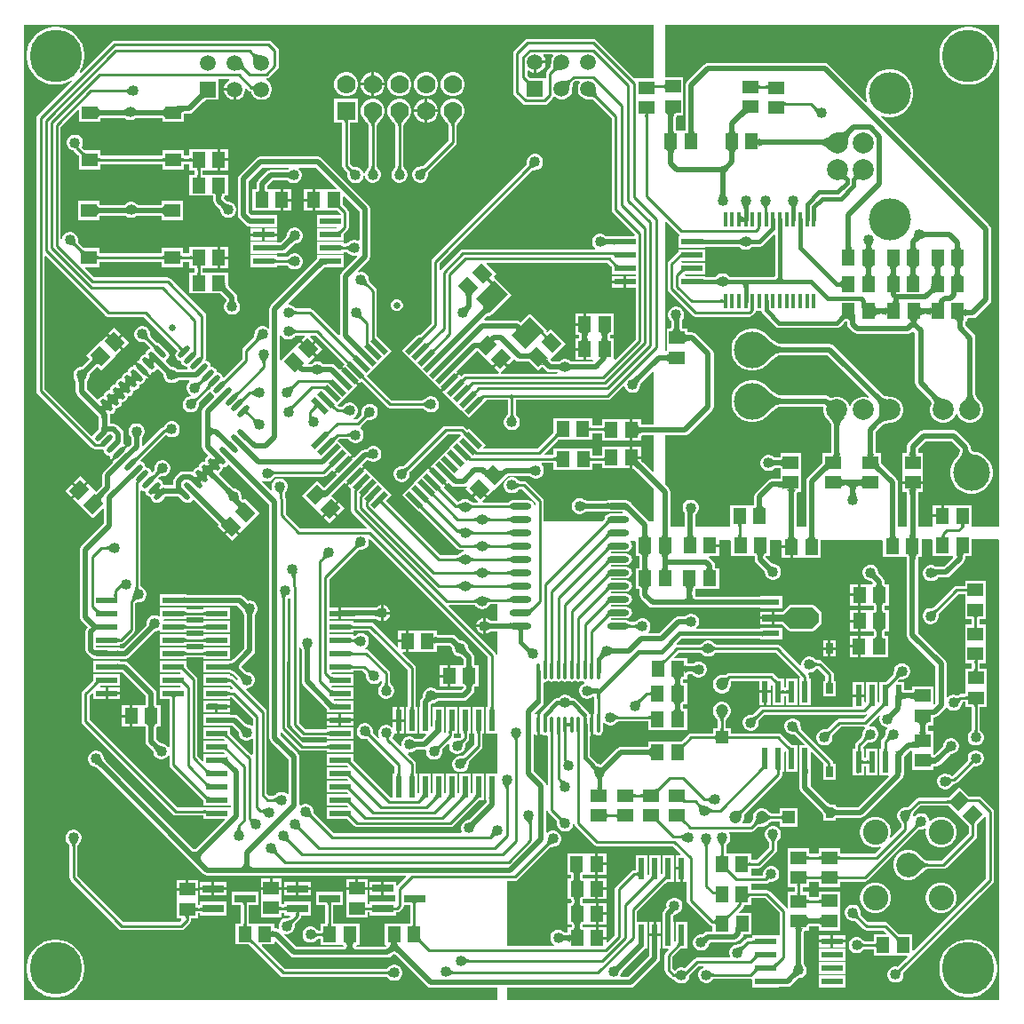
<source format=gtl>
G04*
G04 #@! TF.GenerationSoftware,Altium Limited,Altium Designer,21.6.4 (81)*
G04*
G04 Layer_Physical_Order=1*
G04 Layer_Color=255*
%FSLAX25Y25*%
%MOIN*%
G70*
G04*
G04 #@! TF.SameCoordinates,DCC330B1-B26A-4D2F-83E0-9CF8D3C12DAD*
G04*
G04*
G04 #@! TF.FilePolarity,Positive*
G04*
G01*
G75*
%ADD10C,0.01000*%
%ADD12C,0.02000*%
%ADD17C,0.02500*%
%ADD18R,0.05118X0.05906*%
%ADD19R,0.05906X0.05118*%
%ADD20R,0.02400X0.08000*%
%ADD21R,0.08000X0.03150*%
%ADD22R,0.08024X0.03150*%
%ADD23R,0.07874X0.02165*%
%ADD24O,0.01378X0.06102*%
%ADD25R,0.02953X0.03937*%
%ADD26C,0.04000*%
G04:AMPARAMS|DCode=27|XSize=70.87mil|YSize=19.68mil|CornerRadius=0mil|HoleSize=0mil|Usage=FLASHONLY|Rotation=225.000|XOffset=0mil|YOffset=0mil|HoleType=Round|Shape=Rectangle|*
%AMROTATEDRECTD27*
4,1,4,0.01810,0.03202,0.03202,0.01810,-0.01810,-0.03202,-0.03202,-0.01810,0.01810,0.03202,0.0*
%
%ADD27ROTATEDRECTD27*%

G04:AMPARAMS|DCode=28|XSize=70.87mil|YSize=19.68mil|CornerRadius=0mil|HoleSize=0mil|Usage=FLASHONLY|Rotation=315.000|XOffset=0mil|YOffset=0mil|HoleType=Round|Shape=Rectangle|*
%AMROTATEDRECTD28*
4,1,4,-0.03202,0.01810,-0.01810,0.03202,0.03202,-0.01810,0.01810,-0.03202,-0.03202,0.01810,0.0*
%
%ADD28ROTATEDRECTD28*%

%ADD29O,0.08268X0.02362*%
G04:AMPARAMS|DCode=30|XSize=51.18mil|YSize=59.06mil|CornerRadius=0mil|HoleSize=0mil|Usage=FLASHONLY|Rotation=135.000|XOffset=0mil|YOffset=0mil|HoleType=Round|Shape=Rectangle|*
%AMROTATEDRECTD30*
4,1,4,0.03897,0.00278,-0.00278,-0.03897,-0.03897,-0.00278,0.00278,0.03897,0.03897,0.00278,0.0*
%
%ADD30ROTATEDRECTD30*%

%ADD31R,0.08000X0.02400*%
G04:AMPARAMS|DCode=32|XSize=51.18mil|YSize=59.06mil|CornerRadius=0mil|HoleSize=0mil|Usage=FLASHONLY|Rotation=45.000|XOffset=0mil|YOffset=0mil|HoleType=Round|Shape=Rectangle|*
%AMROTATEDRECTD32*
4,1,4,0.00278,-0.03897,-0.03897,0.00278,-0.00278,0.03897,0.03897,-0.00278,0.00278,-0.03897,0.0*
%
%ADD32ROTATEDRECTD32*%

%ADD33R,0.06102X0.05118*%
%ADD34R,0.05118X0.05906*%
%ADD35R,0.07874X0.02756*%
G04:AMPARAMS|DCode=36|XSize=70.87mil|YSize=94.49mil|CornerRadius=0mil|HoleSize=0mil|Usage=FLASHONLY|Rotation=315.000|XOffset=0mil|YOffset=0mil|HoleType=Round|Shape=Rectangle|*
%AMROTATEDRECTD36*
4,1,4,-0.05846,-0.00835,0.00835,0.05846,0.05846,0.00835,-0.00835,-0.05846,-0.05846,-0.00835,0.0*
%
%ADD36ROTATEDRECTD36*%

%ADD37R,0.06299X0.02362*%
%ADD38R,0.01496X0.05709*%
G04:AMPARAMS|DCode=39|XSize=19.68mil|YSize=57.09mil|CornerRadius=0mil|HoleSize=0mil|Usage=FLASHONLY|Rotation=225.000|XOffset=0mil|YOffset=0mil|HoleType=Round|Shape=Round|*
%AMOVALD39*
21,1,0.03740,0.01968,0.00000,0.00000,315.0*
1,1,0.01968,-0.01322,0.01322*
1,1,0.01968,0.01322,-0.01322*
%
%ADD39OVALD39*%

G04:AMPARAMS|DCode=40|XSize=19.68mil|YSize=57.09mil|CornerRadius=0mil|HoleSize=0mil|Usage=FLASHONLY|Rotation=315.000|XOffset=0mil|YOffset=0mil|HoleType=Round|Shape=Round|*
%AMOVALD40*
21,1,0.03740,0.01968,0.00000,0.00000,45.0*
1,1,0.01968,-0.01322,-0.01322*
1,1,0.01968,0.01322,0.01322*
%
%ADD40OVALD40*%

%ADD41O,0.01496X0.05709*%
%ADD42R,0.05906X0.05118*%
%ADD82C,0.01500*%
%ADD83C,0.09200*%
%ADD84C,0.09500*%
%ADD85C,0.07874*%
%ADD86R,0.04724X0.04724*%
%ADD87C,0.04724*%
%ADD88C,0.07000*%
%ADD89R,0.07000X0.07000*%
%ADD90C,0.05906*%
%ADD91C,0.13780*%
%ADD92R,0.05906X0.05906*%
%ADD93R,0.04724X0.04724*%
%ADD94C,0.15748*%
%ADD95C,0.19685*%
G36*
X90204Y359225D02*
X90395Y359101D01*
X90615Y358992D01*
X90864Y358898D01*
X91142Y358820D01*
X91449Y358756D01*
X91786Y358707D01*
X92546Y358656D01*
X92971Y358653D01*
X90047Y355730D01*
X90044Y356154D01*
X89993Y356914D01*
X89944Y357251D01*
X89881Y357558D01*
X89802Y357837D01*
X89708Y358085D01*
X89599Y358305D01*
X89475Y358496D01*
X89336Y358657D01*
X90043Y359364D01*
X90204Y359225D01*
D02*
G37*
G36*
X85983Y355979D02*
X86588Y354204D01*
X86703Y353963D01*
X86817Y353760D01*
X86928Y353594D01*
X87038Y353466D01*
X86527Y352563D01*
X86350Y352716D01*
X86152Y352841D01*
X85933Y352939D01*
X85692Y353010D01*
X85431Y353053D01*
X85148Y353069D01*
X84844Y353057D01*
X84518Y353018D01*
X84172Y352952D01*
X83804Y352859D01*
X85857Y356447D01*
X85983Y355979D01*
D02*
G37*
G36*
X205670Y352955D02*
X205246Y352952D01*
X204486Y352900D01*
X204149Y352852D01*
X203842Y352788D01*
X203563Y352709D01*
X203315Y352616D01*
X203095Y352507D01*
X202904Y352383D01*
X202743Y352244D01*
X202036Y352951D01*
X202175Y353112D01*
X202299Y353303D01*
X202408Y353522D01*
X202502Y353771D01*
X202580Y354049D01*
X202644Y354357D01*
X202693Y354693D01*
X202744Y355454D01*
X202747Y355878D01*
X205670Y352955D01*
D02*
G37*
G36*
X202572Y358369D02*
X202537Y358335D01*
X202017Y357433D01*
X201747Y356428D01*
Y355980D01*
X201728Y355886D01*
X201725Y355492D01*
X201678Y354801D01*
X201639Y354533D01*
X201589Y354292D01*
X201533Y354090D01*
X201472Y353929D01*
X201412Y353809D01*
X201363Y353734D01*
X200166Y352536D01*
X199834Y352040D01*
X199718Y351455D01*
Y350333D01*
X199653Y349860D01*
X193947D01*
X193703Y350068D01*
X192777Y350994D01*
Y352588D01*
X193239Y352779D01*
X193273Y352745D01*
X194174Y352224D01*
X195180Y351955D01*
X195200D01*
Y355908D01*
X195700D01*
Y356408D01*
X199653D01*
Y356428D01*
X199383Y357433D01*
X198863Y358335D01*
X198829Y358369D01*
X199020Y358831D01*
X202380D01*
X202572Y358369D01*
D02*
G37*
G36*
X240200Y349799D02*
X233447D01*
X233447Y349799D01*
Y349799D01*
X232978Y349918D01*
X218715Y364181D01*
X218218Y364513D01*
X217633Y364629D01*
X192900D01*
X192315Y364513D01*
X191819Y364181D01*
X187919Y360281D01*
X187587Y359785D01*
X187471Y359200D01*
Y344581D01*
X187587Y343996D01*
X187919Y343499D01*
X191045Y340373D01*
X191541Y340042D01*
X192126Y339925D01*
X199274D01*
X199859Y340042D01*
X200356Y340373D01*
X202329Y342347D01*
X202583Y342727D01*
X203138Y342879D01*
X203273Y342745D01*
X204174Y342224D01*
X205180Y341955D01*
X206220D01*
X207226Y342224D01*
X208127Y342745D01*
X208863Y343481D01*
X209383Y344382D01*
X209653Y345387D01*
Y345836D01*
X209672Y345930D01*
X209675Y346323D01*
X209722Y347015D01*
X209761Y347283D01*
X209811Y347524D01*
X209868Y347725D01*
X209928Y347886D01*
X209988Y348007D01*
X210037Y348081D01*
X210786Y348831D01*
X212380D01*
X212572Y348369D01*
X212537Y348335D01*
X212017Y347433D01*
X211747Y346428D01*
Y345387D01*
X212017Y344382D01*
X212537Y343481D01*
X213273Y342745D01*
X214174Y342224D01*
X215180Y341955D01*
X215628D01*
X215722Y341935D01*
X216115Y341933D01*
X216807Y341886D01*
X217075Y341847D01*
X217316Y341797D01*
X217517Y341740D01*
X217678Y341680D01*
X217799Y341620D01*
X217874Y341571D01*
X224478Y334967D01*
Y300593D01*
X224594Y300008D01*
X224926Y299511D01*
X233237Y291200D01*
X233030Y290700D01*
X225640D01*
X225639Y290701D01*
X225632Y290700D01*
X225557D01*
X225519Y290708D01*
X225481Y290700D01*
X224507D01*
Y290562D01*
X224150Y290539D01*
X222637D01*
X222566Y290547D01*
X222453Y290565D01*
X222364Y290586D01*
X222298Y290606D01*
X222257Y290622D01*
X222240Y290631D01*
X222205Y290663D01*
X222145Y290698D01*
X221942Y290901D01*
X221258Y291296D01*
X220495Y291500D01*
X219705D01*
X218942Y291296D01*
X218258Y290901D01*
X217699Y290342D01*
X217304Y289658D01*
X217100Y288895D01*
Y288105D01*
X217304Y287342D01*
X217699Y286658D01*
X218231Y286126D01*
X218222Y286004D01*
X218077Y285626D01*
X168605D01*
X168020Y285510D01*
X167524Y285178D01*
X160400Y278054D01*
X160329Y277949D01*
X159829Y278100D01*
Y280366D01*
X194626Y315163D01*
X194651Y315181D01*
X194715Y315218D01*
X194795Y315255D01*
X194892Y315289D01*
X195008Y315320D01*
X195129Y315343D01*
X195490Y315378D01*
X195694Y315381D01*
X195785Y315400D01*
X196095D01*
X196858Y315604D01*
X197542Y315999D01*
X198101Y316558D01*
X198496Y317242D01*
X198700Y318005D01*
Y318795D01*
X198496Y319558D01*
X198101Y320242D01*
X197542Y320801D01*
X196858Y321196D01*
X196095Y321400D01*
X195305D01*
X194542Y321196D01*
X193858Y320801D01*
X193299Y320242D01*
X192904Y319558D01*
X192700Y318795D01*
Y318485D01*
X192681Y318394D01*
X192678Y318176D01*
X192666Y318000D01*
X192646Y317844D01*
X192620Y317708D01*
X192589Y317592D01*
X192555Y317495D01*
X192518Y317415D01*
X192481Y317351D01*
X192464Y317326D01*
X157219Y282081D01*
X156887Y281585D01*
X156771Y281000D01*
Y257873D01*
X152477Y253579D01*
X152155Y253901D01*
X151467Y253212D01*
X151434Y253190D01*
X151413Y253158D01*
X151371Y253116D01*
X151359Y253106D01*
X151357Y253102D01*
X145730Y247476D01*
X147957Y245248D01*
X147957Y245248D01*
X150763Y242442D01*
X150763Y242442D01*
X152412Y240794D01*
X154639Y238567D01*
X154639Y238567D01*
X157445Y235761D01*
X157445Y235761D01*
X159093Y234113D01*
X159093Y234113D01*
X160142Y233063D01*
X163355Y236276D01*
X166568Y239488D01*
X166136Y239920D01*
X173879Y247663D01*
X173907D01*
X177180Y244391D01*
X177180D01*
X177436Y244135D01*
X179599Y241972D01*
X182394Y244767D01*
X182747Y244413D01*
X183101Y244767D01*
X185617Y242250D01*
X187942Y244574D01*
X188362Y244155D01*
X189023Y243712D01*
X189804Y243557D01*
X192316D01*
X192811Y243539D01*
X193189Y243497D01*
X193501Y243441D01*
X193541Y243430D01*
X194063Y242908D01*
X194085Y242876D01*
X194117Y242854D01*
X196965Y240006D01*
X198360Y241401D01*
X198387Y241390D01*
X198523Y241311D01*
X198699Y241185D01*
X198814Y241089D01*
X199845Y240058D01*
X200506Y239616D01*
X201287Y239461D01*
X204186D01*
X204231Y239419D01*
X204036Y238919D01*
X182994D01*
X182787Y239419D01*
X184910Y241543D01*
X182747Y243706D01*
X180306Y241265D01*
X182151Y239419D01*
X181944Y238919D01*
X169630D01*
X169045Y238803D01*
X168549Y238472D01*
X168067Y237989D01*
X167745Y238311D01*
X167745Y238311D01*
X167275Y238781D01*
X164062Y235569D01*
X160849Y232356D01*
X161899Y231307D01*
X161899Y231307D01*
X163547Y229659D01*
X163547Y229659D01*
X166353Y226852D01*
X166353Y226852D01*
X168001Y225204D01*
X168001Y225204D01*
X170807Y222398D01*
X176434Y228025D01*
X176438Y228027D01*
X176448Y228039D01*
X176490Y228081D01*
X176522Y228102D01*
X176544Y228135D01*
X177233Y228823D01*
X177233Y228823D01*
X177233Y228823D01*
X177648Y229071D01*
X185471D01*
Y223848D01*
X185466Y223818D01*
X185447Y223746D01*
X185416Y223664D01*
X185372Y223571D01*
X185312Y223467D01*
X185242Y223365D01*
X185011Y223085D01*
X184869Y222939D01*
X184818Y222861D01*
X184599Y222642D01*
X184204Y221958D01*
X184000Y221195D01*
Y220405D01*
X184204Y219642D01*
X184599Y218958D01*
X185158Y218399D01*
X185842Y218004D01*
X186605Y217800D01*
X187395D01*
X188158Y218004D01*
X188842Y218399D01*
X189401Y218958D01*
X189796Y219642D01*
X190000Y220405D01*
Y221195D01*
X189796Y221958D01*
X189401Y222642D01*
X189181Y222861D01*
X189131Y222939D01*
X188979Y223096D01*
X188863Y223228D01*
X188766Y223352D01*
X188688Y223467D01*
X188628Y223571D01*
X188584Y223664D01*
X188553Y223746D01*
X188534Y223818D01*
X188529Y223848D01*
Y229071D01*
X222833D01*
X223419Y229187D01*
X223915Y229519D01*
X228758Y234362D01*
X229297Y234194D01*
X229438Y233670D01*
X229833Y232986D01*
X230391Y232428D01*
X231075Y232033D01*
X231838Y231828D01*
X232628D01*
X233391Y232033D01*
X234075Y232428D01*
X234634Y232986D01*
X235029Y233670D01*
X235233Y234433D01*
Y234957D01*
X235245Y235021D01*
X235244Y235061D01*
X235245Y235063D01*
X235257Y235094D01*
X235282Y235146D01*
X235324Y235217D01*
X235377Y235293D01*
X235459Y235392D01*
X239738Y239671D01*
X240200Y239480D01*
Y219834D01*
X235940D01*
X235791Y219847D01*
X235577Y219883D01*
X235425Y219923D01*
X235399Y219934D01*
Y221753D01*
X232340D01*
Y217800D01*
Y213847D01*
X235399D01*
Y215656D01*
X235425Y215667D01*
X235577Y215707D01*
X235791Y215743D01*
X235940Y215756D01*
X240200D01*
Y202274D01*
X239738Y202082D01*
X236165Y205655D01*
X235829Y206017D01*
X235591Y206315D01*
X235410Y206575D01*
X235389Y206611D01*
Y207000D01*
X234208D01*
Y206836D01*
X234264Y206596D01*
X234377Y206327D01*
X234547Y206030D01*
X234773Y205705D01*
X235056Y205351D01*
X235791Y204559D01*
X234377Y203145D01*
X233967Y203541D01*
X233232Y204163D01*
X232907Y204390D01*
X232610Y204559D01*
X232341Y204672D01*
X232330Y204675D01*
Y203545D01*
X232361Y203527D01*
X232610Y203354D01*
X233188Y202865D01*
X240200Y195853D01*
Y183700D01*
X238344D01*
X232437Y189607D01*
X232095Y189968D01*
X231875Y190229D01*
X231820Y190302D01*
X231801Y190330D01*
X231786Y190360D01*
X231753Y190401D01*
X231733Y190450D01*
X231676Y190507D01*
X231432Y190873D01*
X230711Y191355D01*
X229860Y191524D01*
X223954D01*
X223476Y191429D01*
X221988Y191339D01*
X215020D01*
X214949Y191347D01*
X214837Y191365D01*
X214747Y191386D01*
X214681Y191406D01*
X214640Y191422D01*
X214623Y191431D01*
X214588Y191463D01*
X214528Y191498D01*
X214325Y191701D01*
X213641Y192096D01*
X212878Y192300D01*
X212088D01*
X211325Y192096D01*
X210641Y191701D01*
X210082Y191142D01*
X209687Y190458D01*
X209483Y189695D01*
Y188905D01*
X209687Y188142D01*
X210082Y187458D01*
X210641Y186899D01*
X211325Y186504D01*
X212088Y186300D01*
X212878D01*
X213641Y186504D01*
X214325Y186899D01*
X214528Y187102D01*
X214588Y187137D01*
X214623Y187169D01*
X214640Y187178D01*
X214681Y187194D01*
X214747Y187214D01*
X214837Y187235D01*
X214937Y187251D01*
X215053Y187261D01*
X222349D01*
X222846Y187247D01*
X223187Y187218D01*
X223277Y187206D01*
X223310Y187199D01*
X223342Y187189D01*
X223445Y187177D01*
X223954Y187076D01*
X228584D01*
X228622Y187024D01*
X228369Y186524D01*
X223954D01*
X223103Y186355D01*
X222382Y185872D01*
X221900Y185151D01*
X221820Y184753D01*
X221819Y184749D01*
X221819Y184745D01*
X221730Y184300D01*
X221737Y184267D01*
X221621Y184129D01*
X221191Y183700D01*
X198979D01*
Y191250D01*
X198863Y191835D01*
X198531Y192331D01*
X192681Y198181D01*
X192185Y198513D01*
X191600Y198629D01*
X190048D01*
X190018Y198634D01*
X189946Y198653D01*
X189865Y198684D01*
X189771Y198728D01*
X189667Y198788D01*
X189565Y198858D01*
X189286Y199089D01*
X189139Y199231D01*
X189061Y199282D01*
X188842Y199501D01*
X188158Y199896D01*
X187395Y200100D01*
X186605D01*
X185842Y199896D01*
X185158Y199501D01*
X184599Y198942D01*
X184204Y198258D01*
X184000Y197495D01*
Y196705D01*
X184204Y195942D01*
X184599Y195258D01*
X185158Y194699D01*
X185842Y194304D01*
X186605Y194100D01*
X187395D01*
X188158Y194304D01*
X188842Y194699D01*
X189061Y194919D01*
X189139Y194969D01*
X189296Y195122D01*
X189428Y195237D01*
X189552Y195334D01*
X189667Y195412D01*
X189771Y195472D01*
X189864Y195516D01*
X189946Y195547D01*
X190018Y195566D01*
X190048Y195571D01*
X190966D01*
X195921Y190617D01*
Y189594D01*
X195421Y189545D01*
X195300Y190151D01*
X194818Y190873D01*
X194097Y191355D01*
X193246Y191524D01*
X187340D01*
X186489Y191355D01*
X185768Y190873D01*
X185628Y190664D01*
X185473Y190649D01*
X176193D01*
X176002Y191111D01*
X177297Y192407D01*
X174855Y194848D01*
X172692Y192685D01*
X174266Y191111D01*
X174075Y190649D01*
X172489D01*
X172457Y190654D01*
X172376Y190675D01*
X172281Y190707D01*
X172173Y190754D01*
X172051Y190816D01*
X171929Y190889D01*
X171611Y191114D01*
X171442Y191253D01*
X171417Y191265D01*
X171342Y191341D01*
X170658Y191736D01*
X169895Y191940D01*
X169105D01*
X168342Y191736D01*
X167951Y191510D01*
X167858Y191474D01*
X167648Y191341D01*
X167473Y191238D01*
X167123Y191059D01*
X166990Y191001D01*
X166862Y190955D01*
X166750Y190922D01*
X166657Y190901D01*
X166632Y190898D01*
X161398Y196132D01*
X161675Y196562D01*
X162113Y197001D01*
X158901Y200214D01*
X155688Y203426D01*
X154639Y202377D01*
X154639Y202376D01*
X152991Y200728D01*
X152990Y200729D01*
X150184Y197922D01*
X150184Y197922D01*
X148536Y196274D01*
X148536Y196274D01*
X145730Y193468D01*
X151357Y187841D01*
X151359Y187837D01*
X151371Y187827D01*
X151413Y187785D01*
X151434Y187753D01*
X151467Y187732D01*
X152155Y187043D01*
X152477Y187365D01*
X166623Y173219D01*
X167119Y172887D01*
X167704Y172771D01*
X168930D01*
X168995Y172271D01*
X168342Y172096D01*
X167658Y171701D01*
X167439Y171482D01*
X167361Y171431D01*
X167215Y171289D01*
X166935Y171058D01*
X166833Y170989D01*
X166729Y170928D01*
X166636Y170884D01*
X166554Y170853D01*
X166482Y170834D01*
X166452Y170829D01*
X160254D01*
X139746Y191337D01*
X141877Y193468D01*
X139071Y196274D01*
X139071Y196274D01*
X137423Y197922D01*
X137423Y197922D01*
X134617Y200729D01*
X134617Y200728D01*
X132969Y202376D01*
X132969Y202377D01*
X131919Y203426D01*
X128707Y200214D01*
X125494Y197001D01*
X125965Y196530D01*
X125965Y196530D01*
X126707Y195788D01*
X126693Y195766D01*
X126577Y195181D01*
Y188025D01*
X126693Y187440D01*
X127025Y186944D01*
X132627Y181341D01*
X132436Y180879D01*
X107553D01*
X102053Y186379D01*
Y191895D01*
X101937Y192481D01*
X101888Y192553D01*
Y193904D01*
X101892Y193934D01*
X101910Y194019D01*
X101996Y194302D01*
X102044Y194429D01*
X102323Y195019D01*
X102438Y195231D01*
X102465Y195315D01*
X102596Y195542D01*
X102800Y196305D01*
Y197095D01*
X102596Y197858D01*
X102201Y198542D01*
X101642Y199101D01*
X100958Y199496D01*
X100195Y199700D01*
X99405D01*
X98642Y199496D01*
X97958Y199101D01*
X97399Y198542D01*
X97004Y197858D01*
X96800Y197095D01*
Y196305D01*
X97004Y195542D01*
X97102Y195372D01*
X96702Y195065D01*
X93229Y198539D01*
X93536Y198939D01*
X93942Y198704D01*
X94705Y198500D01*
X95495D01*
X96258Y198704D01*
X96942Y199099D01*
X97501Y199658D01*
X97528Y199706D01*
X97528Y199706D01*
X97650Y199863D01*
X97748Y199975D01*
X97840Y200064D01*
X97924Y200134D01*
X97999Y200186D01*
X98066Y200223D01*
X98126Y200248D01*
X98180Y200264D01*
X98204Y200268D01*
X116221D01*
X116806Y200384D01*
X117303Y200716D01*
X119541Y202954D01*
X119862Y202633D01*
X119862Y202633D01*
X120333Y202162D01*
X123546Y205375D01*
X126758Y208587D01*
X125708Y209637D01*
X125708Y209637D01*
X123481Y211864D01*
X121833Y213512D01*
X121833Y213512D01*
X121512Y213834D01*
X122166Y214488D01*
X125305D01*
X125336Y214483D01*
X125407Y214464D01*
X125489Y214434D01*
X125582Y214389D01*
X125686Y214329D01*
X125788Y214260D01*
X126068Y214029D01*
X126214Y213887D01*
X126292Y213836D01*
X126511Y213617D01*
X127195Y213222D01*
X127958Y213018D01*
X128748D01*
X129511Y213222D01*
X130195Y213617D01*
X130754Y214176D01*
X131149Y214860D01*
X131353Y215623D01*
Y216413D01*
X131149Y217176D01*
X130754Y217860D01*
X130195Y218418D01*
X130122Y218460D01*
X130110Y218496D01*
X130140Y219027D01*
X130462Y219243D01*
X132606Y221387D01*
X132631Y221405D01*
X132694Y221441D01*
X132774Y221478D01*
X132871Y221512D01*
X132988Y221544D01*
X133109Y221567D01*
X133470Y221601D01*
X133674Y221604D01*
X133765Y221623D01*
X134074D01*
X134837Y221828D01*
X135521Y222223D01*
X136080Y222781D01*
X136475Y223465D01*
X136679Y224228D01*
Y225018D01*
X136475Y225781D01*
X136080Y226465D01*
X135521Y227024D01*
X134837Y227419D01*
X134074Y227623D01*
X133284D01*
X132521Y227419D01*
X131837Y227024D01*
X131279Y226465D01*
X130884Y225781D01*
X130680Y225018D01*
Y224708D01*
X130660Y224618D01*
X130657Y224399D01*
X130645Y224223D01*
X130626Y224067D01*
X130600Y223931D01*
X130569Y223815D01*
X130534Y223718D01*
X130498Y223638D01*
X130461Y223574D01*
X130443Y223550D01*
X128747Y221853D01*
X127577D01*
X127443Y222353D01*
X127968Y222657D01*
X128527Y223215D01*
X128922Y223899D01*
X129126Y224662D01*
Y225452D01*
X128922Y226215D01*
X128527Y226899D01*
X127968Y227458D01*
X127284Y227853D01*
X126521Y228057D01*
X125731D01*
X124968Y227853D01*
X124284Y227458D01*
X124065Y227239D01*
X123987Y227188D01*
X123830Y227036D01*
X123698Y226920D01*
X123574Y226823D01*
X123459Y226746D01*
X123355Y226686D01*
X123262Y226641D01*
X123180Y226611D01*
X123108Y226591D01*
X123078Y226587D01*
X122035D01*
X121512Y227110D01*
X124060Y229659D01*
X124060Y229659D01*
X125708Y231307D01*
X125708Y231307D01*
X128515Y234113D01*
X128515Y234113D01*
X128985Y234583D01*
X125773Y237796D01*
X122560Y241008D01*
X122117Y240566D01*
X120741Y241942D01*
X120079Y242384D01*
X119299Y242539D01*
X116607D01*
X116531Y242548D01*
X116424Y242567D01*
X116341Y242587D01*
X116282Y242607D01*
X116247Y242622D01*
X116240Y242626D01*
X116209Y242656D01*
X116145Y242698D01*
X115842Y243001D01*
X115158Y243396D01*
X114395Y243600D01*
X113605D01*
X112842Y243396D01*
X112158Y243001D01*
X111856Y242698D01*
X111791Y242656D01*
X111760Y242626D01*
X111753Y242622D01*
X111718Y242607D01*
X111659Y242587D01*
X111576Y242567D01*
X111469Y242548D01*
X111392Y242539D01*
X110880D01*
X110690Y243000D01*
X110878Y243188D01*
X113041Y245351D01*
X110246Y248146D01*
X107451Y250941D01*
X105288Y248778D01*
X105032Y248522D01*
X100501Y243991D01*
X100039Y244182D01*
Y253122D01*
X100539Y253256D01*
X100699Y252979D01*
X101258Y252420D01*
X101942Y252025D01*
X102705Y251821D01*
X103495D01*
X104258Y252025D01*
X104942Y252420D01*
X105161Y252639D01*
X105239Y252690D01*
X105396Y252842D01*
X105528Y252958D01*
X105652Y253054D01*
X105767Y253132D01*
X105871Y253192D01*
X105964Y253237D01*
X106046Y253267D01*
X106118Y253286D01*
X106148Y253291D01*
X109148D01*
X109339Y252829D01*
X108159Y251648D01*
X110600Y249207D01*
X112763Y251370D01*
X111304Y252829D01*
X111495Y253291D01*
X113276D01*
X124059Y242508D01*
X123267Y241716D01*
X126480Y238503D01*
X129692Y235290D01*
X130131Y235729D01*
X130561Y236005D01*
X140148Y226419D01*
X140645Y226087D01*
X141230Y225971D01*
X153552D01*
X153582Y225966D01*
X153654Y225947D01*
X153735Y225916D01*
X153829Y225872D01*
X153933Y225812D01*
X154035Y225742D01*
X154314Y225511D01*
X154461Y225369D01*
X154539Y225319D01*
X154758Y225099D01*
X155442Y224704D01*
X156205Y224500D01*
X156995D01*
X157758Y224704D01*
X158442Y225099D01*
X159001Y225658D01*
X159396Y226342D01*
X159600Y227105D01*
Y227895D01*
X159396Y228658D01*
X159001Y229342D01*
X158442Y229901D01*
X157758Y230296D01*
X156995Y230500D01*
X156205D01*
X155442Y230296D01*
X154758Y229901D01*
X154539Y229681D01*
X154461Y229631D01*
X154304Y229479D01*
X154172Y229363D01*
X154048Y229266D01*
X153933Y229188D01*
X153829Y229128D01*
X153736Y229084D01*
X153654Y229053D01*
X153582Y229034D01*
X153552Y229029D01*
X141863D01*
X132647Y238246D01*
X134617Y240215D01*
X136844Y242442D01*
X139071Y244669D01*
X141877Y247476D01*
X138427Y250926D01*
X138343Y251051D01*
X136329Y253065D01*
Y270012D01*
X136213Y270597D01*
X135881Y271093D01*
X133704Y273270D01*
X133685Y273297D01*
X133638Y273373D01*
X133588Y273469D01*
X133538Y273586D01*
X133489Y273724D01*
X133445Y273871D01*
X133356Y274271D01*
X133333Y274415D01*
Y274450D01*
X133129Y275213D01*
X132734Y275897D01*
X132175Y276455D01*
X131491Y276850D01*
X130728Y277055D01*
X129938D01*
X129556Y276952D01*
X129297Y277401D01*
X133243Y281347D01*
X133685Y282008D01*
X133840Y282789D01*
Y300719D01*
X133685Y301500D01*
X133243Y302161D01*
X115562Y319842D01*
X114901Y320284D01*
X114120Y320439D01*
X92551D01*
X92551Y320439D01*
X91771Y320284D01*
X91109Y319842D01*
X84787Y313520D01*
X84345Y312858D01*
X84190Y312078D01*
Y298571D01*
X84345Y297791D01*
X84787Y297129D01*
X87158Y294758D01*
X87820Y294316D01*
X88600Y294161D01*
X88800D01*
Y294000D01*
X89725D01*
X89745Y293995D01*
X89779Y293999D01*
X89812Y293992D01*
X89850Y294000D01*
X98800D01*
Y298400D01*
X89850D01*
X89812Y298408D01*
X89779Y298401D01*
X89745Y298405D01*
X89725Y298400D01*
X89284D01*
X88268Y299416D01*
Y311233D01*
X93396Y316361D01*
X103068D01*
X103212Y315965D01*
X103219Y315861D01*
X103039Y315681D01*
X102979Y315646D01*
X102943Y315614D01*
X102927Y315606D01*
X102885Y315589D01*
X102820Y315569D01*
X102730Y315548D01*
X102630Y315532D01*
X102514Y315522D01*
X96446D01*
X96446Y315522D01*
X95666Y315367D01*
X95004Y314925D01*
X95004Y314925D01*
X91778Y311699D01*
X91336Y311037D01*
X91180Y310257D01*
Y308594D01*
X91167Y308444D01*
X91132Y308230D01*
X91091Y308078D01*
X91081Y308053D01*
X89661D01*
Y300147D01*
X96641D01*
X96779Y300147D01*
X97141D01*
X97279Y300147D01*
X100200D01*
Y304100D01*
Y308053D01*
X97279D01*
X97141Y308053D01*
X96779D01*
X96641Y308053D01*
X95358D01*
X95348Y308078D01*
X95307Y308230D01*
X95272Y308444D01*
X95259Y308594D01*
Y309412D01*
X97291Y311444D01*
X102547D01*
X102618Y311436D01*
X102730Y311418D01*
X102820Y311398D01*
X102885Y311377D01*
X102927Y311361D01*
X102943Y311352D01*
X102979Y311321D01*
X103039Y311285D01*
X103242Y311083D01*
X103926Y310688D01*
X104689Y310483D01*
X105479D01*
X106242Y310688D01*
X106926Y311083D01*
X107484Y311641D01*
X107879Y312325D01*
X108084Y313088D01*
Y313878D01*
X107879Y314641D01*
X107484Y315325D01*
X106949Y315861D01*
X106956Y315965D01*
X107100Y316361D01*
X113276D01*
X121122Y308515D01*
X120931Y308053D01*
X116659D01*
X116521Y308053D01*
X116159D01*
X116021Y308053D01*
X113100D01*
Y304100D01*
Y300147D01*
X116021D01*
X116159Y300147D01*
X116521D01*
X116659Y300147D01*
X121175D01*
X121213Y300140D01*
X121251Y300147D01*
X121438D01*
X121687Y299937D01*
X122724Y298900D01*
X122657Y298400D01*
X113800D01*
Y294000D01*
X121076D01*
X121143Y293947D01*
X121328Y293500D01*
X121228Y293400D01*
X113800D01*
Y289000D01*
X123800D01*
Y290936D01*
X123808Y290974D01*
X123800Y291012D01*
Y291199D01*
X124011Y291448D01*
X125382Y292819D01*
X125713Y293315D01*
X125829Y293900D01*
Y299486D01*
X125713Y300072D01*
X125382Y300568D01*
X123889Y302061D01*
X123739Y302221D01*
X123643Y302342D01*
X123639Y302347D01*
Y302535D01*
X123647Y302573D01*
X123639Y302612D01*
Y305344D01*
X124101Y305535D01*
X129762Y299875D01*
Y289109D01*
X129262Y288821D01*
X128959Y288996D01*
X128196Y289200D01*
X127406D01*
X126643Y288996D01*
X125959Y288601D01*
X125740Y288382D01*
X125662Y288331D01*
X125505Y288178D01*
X125373Y288063D01*
X125249Y287966D01*
X125134Y287889D01*
X125030Y287828D01*
X124937Y287784D01*
X124855Y287753D01*
X124784Y287734D01*
X124753Y287729D01*
X123800D01*
Y288400D01*
X113800D01*
Y284000D01*
X123800D01*
Y284671D01*
X124753D01*
X124783Y284666D01*
X124855Y284647D01*
X124937Y284616D01*
X125030Y284572D01*
X125134Y284512D01*
X125236Y284442D01*
X125516Y284211D01*
X125662Y284069D01*
X125740Y284018D01*
X125959Y283799D01*
X126643Y283404D01*
X127406Y283200D01*
X128196D01*
X128777Y283356D01*
X129036Y282908D01*
X123051Y276922D01*
X122609Y276261D01*
X122454Y275480D01*
Y253600D01*
X121954Y253393D01*
X112374Y262973D01*
X111878Y263304D01*
X111293Y263421D01*
X106148D01*
X106118Y263425D01*
X106046Y263445D01*
X105965Y263475D01*
X105871Y263520D01*
X105767Y263580D01*
X105665Y263649D01*
X105385Y263880D01*
X105239Y264022D01*
X105161Y264073D01*
X104942Y264292D01*
X104258Y264687D01*
X103495Y264891D01*
X103282D01*
X103075Y265391D01*
X115902Y278218D01*
X116252Y278542D01*
X116543Y278776D01*
X116801Y278955D01*
X116881Y279000D01*
X123800D01*
Y283400D01*
X114903D01*
X114885Y283405D01*
X114845Y283400D01*
X114754D01*
X114721Y283404D01*
X114709Y283400D01*
X113800D01*
Y282479D01*
X113795Y282461D01*
X113786Y282331D01*
X113769Y282248D01*
X113732Y282137D01*
X113670Y281997D01*
X113581Y281834D01*
X113462Y281648D01*
X113319Y281453D01*
X113024Y281108D01*
X96558Y264642D01*
X96116Y263980D01*
X95961Y263200D01*
Y256123D01*
X95461Y255916D01*
X95237Y256140D01*
X94553Y256535D01*
X93790Y256739D01*
X93000D01*
X92237Y256535D01*
X91553Y256140D01*
X90994Y255581D01*
X90599Y254897D01*
X90395Y254134D01*
Y253824D01*
X90375Y253734D01*
X90372Y253515D01*
X90361Y253339D01*
X90341Y253183D01*
X90315Y253047D01*
X90284Y252931D01*
X90249Y252834D01*
X90213Y252754D01*
X90176Y252690D01*
X90158Y252666D01*
X86244Y248752D01*
X85913Y248256D01*
X85797Y247670D01*
Y244473D01*
X78909Y237585D01*
X78370Y237749D01*
X78365Y237753D01*
X78285Y238158D01*
X77846Y238814D01*
X77190Y239253D01*
X76416Y239407D01*
X76212Y239611D01*
X76212Y239611D01*
X76058Y240385D01*
X75619Y241041D01*
X74963Y241480D01*
X74189Y241634D01*
X73985Y241838D01*
X73831Y242612D01*
X73392Y243269D01*
X72736Y243707D01*
X72166Y243821D01*
X71919Y244281D01*
X71913Y244342D01*
X72052Y244550D01*
X72169Y245135D01*
Y260711D01*
X72052Y261297D01*
X71721Y261793D01*
X58832Y274681D01*
X58336Y275013D01*
X57750Y275129D01*
X30108D01*
X26717Y278521D01*
X26908Y278983D01*
X32316D01*
Y281012D01*
X55512D01*
Y278983D01*
X63615D01*
Y281012D01*
X65941D01*
Y278589D01*
X67971D01*
Y276963D01*
X65942D01*
Y269058D01*
X72922D01*
X73060Y269058D01*
X73422D01*
X73560Y269058D01*
X77482D01*
X77507Y269043D01*
X77757Y268869D01*
X78336Y268378D01*
X79892Y266822D01*
Y266696D01*
X79885Y266625D01*
X79866Y266512D01*
X79846Y266422D01*
X79826Y266357D01*
X79809Y266315D01*
X79800Y266299D01*
X79769Y266264D01*
X79734Y266203D01*
X79531Y266001D01*
X79136Y265316D01*
X78931Y264553D01*
Y263763D01*
X79136Y263000D01*
X79531Y262316D01*
X80089Y261758D01*
X80774Y261363D01*
X81537Y261158D01*
X82326D01*
X83089Y261363D01*
X83773Y261758D01*
X84332Y262316D01*
X84727Y263000D01*
X84931Y263763D01*
Y264553D01*
X84727Y265316D01*
X84332Y266001D01*
X84129Y266203D01*
X84094Y266264D01*
X84062Y266299D01*
X84054Y266316D01*
X84037Y266357D01*
X84017Y266422D01*
X83997Y266512D01*
X83980Y266612D01*
X83971Y266729D01*
Y267666D01*
X83815Y268446D01*
X83373Y269108D01*
X81312Y271170D01*
X80976Y271530D01*
X80737Y271829D01*
X80554Y272090D01*
X80540Y272115D01*
Y276963D01*
X73560D01*
X73422Y276963D01*
X73060D01*
X72922Y276963D01*
X71030D01*
Y278589D01*
X72921D01*
X73059Y278589D01*
X73421D01*
X73559Y278589D01*
X76480D01*
Y282542D01*
Y286494D01*
X73559D01*
X73421Y286494D01*
X73059D01*
X72921Y286494D01*
X65941D01*
Y284071D01*
X63615D01*
Y286101D01*
X55512D01*
Y284071D01*
X32316D01*
Y286101D01*
X26678D01*
X26640Y286108D01*
X26601Y286101D01*
X26414D01*
X26165Y286311D01*
X24351Y288126D01*
X24333Y288151D01*
X24296Y288215D01*
X24259Y288295D01*
X24225Y288392D01*
X24194Y288508D01*
X24170Y288629D01*
X24136Y288990D01*
X24133Y289194D01*
X24114Y289285D01*
Y289595D01*
X23910Y290358D01*
X23515Y291042D01*
X22956Y291601D01*
X22272Y291996D01*
X21509Y292200D01*
X20719D01*
X19956Y291996D01*
X19272Y291601D01*
X18713Y291042D01*
X18318Y290358D01*
X18114Y289595D01*
X17629Y289632D01*
Y331606D01*
X24037Y338014D01*
X24499Y337823D01*
Y333399D01*
X32602D01*
Y334819D01*
X32627Y334830D01*
X32779Y334871D01*
X32993Y334906D01*
X33143Y334919D01*
X41423D01*
X41511Y334913D01*
X41623Y334898D01*
X41724Y334878D01*
X41802Y334858D01*
X41855Y334840D01*
X41883Y334828D01*
X41887Y334826D01*
X41925Y334798D01*
X41926Y334797D01*
X41974Y334750D01*
X42658Y334355D01*
X43421Y334151D01*
X44210D01*
X44973Y334355D01*
X45658Y334750D01*
X45705Y334797D01*
X45706Y334798D01*
X45744Y334826D01*
X45748Y334828D01*
X45776Y334840D01*
X45829Y334858D01*
X45907Y334878D01*
X46008Y334898D01*
X46120Y334913D01*
X46208Y334919D01*
X55257D01*
X55407Y334906D01*
X55621Y334871D01*
X55773Y334830D01*
X55799Y334819D01*
Y333399D01*
X63901D01*
Y336378D01*
X63928Y336389D01*
X64080Y336430D01*
X64294Y336465D01*
X64443Y336478D01*
X65817D01*
X66598Y336633D01*
X67259Y337075D01*
X71155Y340971D01*
X71517Y341308D01*
X71815Y341546D01*
X72075Y341727D01*
X72111Y341747D01*
X72850D01*
X72888Y341740D01*
X72926Y341747D01*
X76953D01*
Y349571D01*
X80799D01*
X80933Y349071D01*
X80573Y348863D01*
X79837Y348127D01*
X79317Y347226D01*
X79047Y346220D01*
Y346200D01*
X83000D01*
Y345700D01*
X83500D01*
Y341747D01*
X83520D01*
X84526Y342017D01*
X85427Y342537D01*
X86163Y343273D01*
X86683Y344174D01*
X86953Y345180D01*
Y345730D01*
X87453Y345937D01*
X88196Y345194D01*
X88693Y344862D01*
X89157Y344770D01*
X89317Y344174D01*
X89837Y343273D01*
X90573Y342537D01*
X91474Y342017D01*
X92480Y341747D01*
X93520D01*
X94526Y342017D01*
X95427Y342537D01*
X96163Y343273D01*
X96683Y344174D01*
X96953Y345180D01*
Y346220D01*
X96683Y347226D01*
X96163Y348127D01*
X95427Y348863D01*
X94813Y349218D01*
X94833Y349532D01*
X94920Y349733D01*
X95430Y349834D01*
X95926Y350166D01*
X99081Y353321D01*
X99413Y353818D01*
X99529Y354403D01*
Y360153D01*
X99413Y360738D01*
X99081Y361234D01*
X96734Y363581D01*
X96238Y363913D01*
X95653Y364029D01*
X37875D01*
X37290Y363913D01*
X36794Y363581D01*
X25219Y352007D01*
X24838Y352333D01*
X25021Y352585D01*
X25796Y354106D01*
X26324Y355729D01*
X26591Y357414D01*
Y359121D01*
X26324Y360807D01*
X25796Y362430D01*
X25021Y363950D01*
X24018Y365331D01*
X22812Y366538D01*
X21431Y367541D01*
X19910Y368316D01*
X18287Y368843D01*
X16601Y369110D01*
X14895D01*
X13209Y368843D01*
X11586Y368316D01*
X10065Y367541D01*
X8685Y366538D01*
X7478Y365331D01*
X6475Y363950D01*
X5700Y362430D01*
X5173Y360807D01*
X4905Y359121D01*
Y357414D01*
X5173Y355729D01*
X5700Y354106D01*
X6475Y352585D01*
X7478Y351204D01*
X8685Y349997D01*
X10065Y348994D01*
X11586Y348220D01*
X13209Y347692D01*
X14895Y347425D01*
X16601D01*
X18287Y347692D01*
X19910Y348220D01*
X21431Y348994D01*
X21683Y349178D01*
X22009Y348796D01*
X9019Y335806D01*
X8687Y335310D01*
X8571Y334725D01*
Y232538D01*
X8687Y231953D01*
X9019Y231457D01*
X29346Y211130D01*
X29842Y210798D01*
X30427Y210682D01*
X32485D01*
X32716Y210728D01*
X32909Y210599D01*
X33683Y210445D01*
X33887Y210241D01*
X33887Y210241D01*
X34041Y209467D01*
X34480Y208810D01*
X35136Y208372D01*
X35910Y208218D01*
X35910Y208218D01*
X36114Y208014D01*
X36268Y207240D01*
X36424Y207007D01*
X39106Y209690D01*
X41789Y212372D01*
X41558Y212526D01*
X41260Y212730D01*
X41196Y212885D01*
X41351Y213665D01*
Y216349D01*
X41196Y217129D01*
X40754Y217791D01*
X39006Y219539D01*
X38344Y219981D01*
X37564Y220136D01*
X36118D01*
Y223340D01*
X36328Y223808D01*
X37102Y223962D01*
X37758Y224400D01*
X38197Y225057D01*
X38351Y225831D01*
X38351Y225831D01*
X38555Y226035D01*
X39329Y226189D01*
X39985Y226627D01*
X40424Y227284D01*
X40578Y228058D01*
X40782Y228262D01*
X40782Y228262D01*
X41556Y228416D01*
X42213Y228854D01*
X42651Y229511D01*
X42805Y230285D01*
X42805Y230285D01*
X43009Y230489D01*
X43783Y230643D01*
X44440Y231082D01*
X44878Y231738D01*
X45032Y232512D01*
X45236Y232716D01*
X45236Y232716D01*
X46011Y232870D01*
X46667Y233309D01*
X47106Y233965D01*
X47260Y234739D01*
X47260Y234739D01*
X47463Y234943D01*
X48238Y235097D01*
X48894Y235536D01*
X49332Y236192D01*
X49487Y236966D01*
X49691Y237170D01*
X50465Y237324D01*
X50697Y237480D01*
X48015Y240162D01*
X45332Y242845D01*
X45177Y242612D01*
X45023Y241838D01*
X44819Y241634D01*
X44045Y241480D01*
X43388Y241041D01*
X42950Y240385D01*
X42796Y239611D01*
X42796Y239611D01*
X42592Y239407D01*
X41818Y239253D01*
X41161Y238814D01*
X40723Y238158D01*
X40569Y237384D01*
X40365Y237180D01*
X40365Y237180D01*
X39590Y237026D01*
X38934Y236587D01*
X38495Y235931D01*
X38341Y235157D01*
X38341Y235157D01*
X38138Y234953D01*
X37363Y234799D01*
X36707Y234360D01*
X36268Y233704D01*
X36114Y232930D01*
X35910Y232726D01*
X35910Y232726D01*
X35136Y232572D01*
X34480Y232133D01*
X34041Y231477D01*
X33887Y230703D01*
X33887Y230702D01*
X33683Y230499D01*
X32909Y230345D01*
X32253Y229906D01*
X31907Y229388D01*
X31342Y229246D01*
X27441Y233148D01*
Y235877D01*
X27448Y235948D01*
X27466Y236061D01*
X27487Y236150D01*
X27507Y236216D01*
X27524Y236257D01*
X27533Y236274D01*
X27564Y236309D01*
X27599Y236369D01*
X27802Y236572D01*
X28197Y237256D01*
X28401Y238019D01*
Y238306D01*
X28419Y238374D01*
X28422Y238421D01*
X28427Y238439D01*
X28445Y238479D01*
X28477Y238540D01*
X28526Y238618D01*
X28585Y238701D01*
X28661Y238790D01*
X31189Y241318D01*
X31304Y241414D01*
X31481Y241541D01*
X31617Y241619D01*
X31642Y241630D01*
X32941Y240331D01*
X37877Y245267D01*
X38102Y245493D01*
X38328Y245718D01*
X40393Y247784D01*
X37598Y250579D01*
X34803Y253374D01*
X32738Y251308D01*
X32512Y251083D01*
X32287Y250857D01*
X27351Y245921D01*
X28617Y244655D01*
X28607Y244630D01*
X28528Y244493D01*
X28401Y244317D01*
X28305Y244202D01*
X25754Y241650D01*
X25698Y241605D01*
X25605Y241539D01*
X25527Y241490D01*
X25467Y241458D01*
X25426Y241440D01*
X25408Y241435D01*
X25361Y241432D01*
X25293Y241414D01*
X25006D01*
X24243Y241210D01*
X23559Y240815D01*
X23001Y240256D01*
X22606Y239572D01*
X22401Y238809D01*
Y238019D01*
X22606Y237256D01*
X23001Y236572D01*
X23203Y236369D01*
X23239Y236309D01*
X23270Y236274D01*
X23279Y236257D01*
X23296Y236216D01*
X23316Y236150D01*
X23336Y236061D01*
X23352Y235960D01*
X23362Y235844D01*
Y232303D01*
X23517Y231523D01*
X23959Y230861D01*
X31337Y223484D01*
X31873Y222948D01*
X31925Y222756D01*
X31978Y222475D01*
X32039Y221796D01*
Y219091D01*
X32023Y218839D01*
X31981Y218483D01*
X31925Y218188D01*
X31873Y217996D01*
X31337Y217460D01*
X31291Y217391D01*
X30026Y216126D01*
X29768Y215740D01*
X29152Y215649D01*
X11629Y233172D01*
Y282972D01*
X12091Y283163D01*
X34605Y260650D01*
X35101Y260318D01*
X35686Y260202D01*
X48790D01*
X61446Y247546D01*
X61205Y247305D01*
X60767Y246649D01*
X60613Y245875D01*
X60767Y245100D01*
X61205Y244444D01*
X61861Y244006D01*
X62636Y243852D01*
X62840Y243648D01*
X62994Y242874D01*
X63432Y242217D01*
X64088Y241779D01*
X64863Y241625D01*
X65067Y241421D01*
X65155Y240975D01*
X64779Y240475D01*
X61893D01*
X61822Y240483D01*
X61710Y240501D01*
X61620Y240522D01*
X61555Y240542D01*
X61513Y240559D01*
X61497Y240567D01*
X61461Y240599D01*
X61401Y240634D01*
X61198Y240837D01*
X60514Y241232D01*
X59751Y241436D01*
X59464D01*
X59397Y241454D01*
X59350Y241457D01*
X59332Y241462D01*
X59291Y241480D01*
X59230Y241512D01*
X59152Y241561D01*
X59070Y241620D01*
X58981Y241696D01*
X57142Y243534D01*
X57285Y244098D01*
X57802Y244444D01*
X58241Y245100D01*
X58395Y245875D01*
X58241Y246649D01*
X57802Y247305D01*
X55158Y249950D01*
X54718Y250244D01*
X54695Y250268D01*
X54656Y250285D01*
X54501Y250389D01*
X54362Y250416D01*
X54332Y250430D01*
X54196Y250460D01*
X54093Y250490D01*
X53997Y250523D01*
X53906Y250560D01*
X53820Y250602D01*
X53738Y250648D01*
X53660Y250698D01*
X53585Y250753D01*
X53569Y250767D01*
X51562Y252773D01*
X51544Y252799D01*
X51506Y252865D01*
X51467Y252948D01*
X51430Y253049D01*
X51396Y253169D01*
X51370Y253295D01*
X51327Y253663D01*
X51319Y253871D01*
X51300Y253949D01*
Y254195D01*
X51096Y254958D01*
X50701Y255642D01*
X50142Y256201D01*
X49458Y256596D01*
X48695Y256800D01*
X47905D01*
X47142Y256596D01*
X46458Y256201D01*
X45899Y255642D01*
X45504Y254958D01*
X45300Y254195D01*
Y253405D01*
X45504Y252642D01*
X45899Y251958D01*
X46458Y251399D01*
X47142Y251004D01*
X47905Y250800D01*
X48286D01*
X48383Y250782D01*
X48598Y250784D01*
X48769Y250777D01*
X48921Y250761D01*
X49052Y250738D01*
X49164Y250709D01*
X49258Y250677D01*
X49334Y250643D01*
X49396Y250608D01*
X49420Y250591D01*
X51237Y248773D01*
X51073Y248231D01*
X50726Y248162D01*
X50069Y247723D01*
X49631Y247067D01*
X49477Y246292D01*
X49273Y246088D01*
X48499Y245934D01*
X47842Y245496D01*
X47404Y244839D01*
X47250Y244065D01*
X47046Y243861D01*
X46272Y243707D01*
X46039Y243552D01*
X48722Y240869D01*
X51404Y238187D01*
X51560Y238419D01*
X51714Y239194D01*
X51918Y239397D01*
X52692Y239551D01*
X53348Y239990D01*
X53694Y240508D01*
X54259Y240650D01*
X56120Y238788D01*
X56165Y238733D01*
X56232Y238640D01*
X56281Y238562D01*
X56313Y238502D01*
X56330Y238461D01*
X56336Y238443D01*
X56339Y238396D01*
X56356Y238328D01*
Y238041D01*
X56561Y237278D01*
X56956Y236594D01*
X57514Y236036D01*
X58198Y235641D01*
X58961Y235436D01*
X59751D01*
X60514Y235641D01*
X61198Y236036D01*
X61401Y236238D01*
X61461Y236274D01*
X61497Y236305D01*
X61513Y236314D01*
X61555Y236331D01*
X61620Y236351D01*
X61710Y236371D01*
X61810Y236387D01*
X61927Y236397D01*
X65780D01*
X65828Y236328D01*
X65954Y235897D01*
X65499Y235442D01*
X65104Y234758D01*
X64900Y233995D01*
Y233205D01*
X65104Y232442D01*
X65499Y231758D01*
X66058Y231199D01*
X66566Y230906D01*
X66567Y230849D01*
X66350Y230400D01*
X66105D01*
X65342Y230196D01*
X64658Y229801D01*
X64099Y229242D01*
X63704Y228558D01*
X63500Y227795D01*
Y227005D01*
X63704Y226242D01*
X64099Y225558D01*
X64658Y224999D01*
X65342Y224604D01*
X66105Y224400D01*
X66895D01*
X67658Y224604D01*
X68342Y224999D01*
X68901Y225558D01*
X69296Y226242D01*
X69500Y227005D01*
Y227190D01*
X69516Y227248D01*
X69530Y227473D01*
X69551Y227658D01*
X69578Y227822D01*
X69612Y227967D01*
X69649Y228091D01*
X69688Y228196D01*
X69729Y228282D01*
X69770Y228350D01*
X69789Y228376D01*
X73542Y232129D01*
X74084Y231964D01*
X74129Y231738D01*
X74568Y231082D01*
X75085Y230736D01*
X75228Y230171D01*
X71286Y226229D01*
X70844Y225568D01*
X70688Y224787D01*
Y217318D01*
Y211702D01*
X70844Y210922D01*
X71286Y210260D01*
X73001Y208545D01*
X72858Y207981D01*
X72341Y207635D01*
X71902Y206979D01*
X71748Y206204D01*
X71748Y206204D01*
X71544Y206000D01*
X70770Y205846D01*
X70113Y205408D01*
X69675Y204751D01*
X69521Y203977D01*
X69317Y203773D01*
X69317Y203773D01*
X68543Y203619D01*
X67886Y203181D01*
X67449Y202526D01*
X67246Y202228D01*
X67091Y202164D01*
X66310Y202319D01*
X63627D01*
X62846Y202164D01*
X62185Y201722D01*
X60436Y199974D01*
X59995Y199312D01*
X59839Y198532D01*
Y197086D01*
X56636D01*
X56168Y197296D01*
X56014Y198070D01*
X55575Y198726D01*
X54919Y199165D01*
X54487Y199251D01*
X54467Y199267D01*
X54413Y199329D01*
X54307Y199797D01*
X54757Y200247D01*
X54782Y200265D01*
X54847Y200303D01*
X54929Y200341D01*
X55028Y200377D01*
X55147Y200410D01*
X55272Y200435D01*
X55637Y200475D01*
X55844Y200481D01*
X55927Y200500D01*
X56195D01*
X56958Y200704D01*
X57642Y201099D01*
X58201Y201658D01*
X58596Y202342D01*
X58800Y203105D01*
Y203895D01*
X58596Y204658D01*
X58201Y205342D01*
X57642Y205901D01*
X56958Y206296D01*
X56195Y206500D01*
X55405D01*
X54642Y206296D01*
X53958Y205901D01*
X53399Y205342D01*
X53004Y204658D01*
X52800Y203895D01*
Y203540D01*
X52781Y203445D01*
X52782Y203228D01*
X52773Y203055D01*
X52755Y202902D01*
X52731Y202769D01*
X52702Y202655D01*
X52669Y202561D01*
X52634Y202483D01*
X52598Y202421D01*
X52581Y202396D01*
X52176Y201991D01*
X51633Y202156D01*
X51560Y202524D01*
X51121Y203181D01*
X50465Y203619D01*
X49691Y203773D01*
X49690Y203773D01*
X49487Y203977D01*
X49332Y204751D01*
X48894Y205408D01*
X48238Y205846D01*
X47833Y205927D01*
X47828Y205931D01*
X47665Y206470D01*
X57140Y215945D01*
X57150Y215942D01*
X57215Y215921D01*
X57263Y215902D01*
X57295Y215885D01*
X57313Y215874D01*
X57366Y215831D01*
X57402Y215812D01*
X57514Y215699D01*
X58198Y215304D01*
X58961Y215100D01*
X59751D01*
X60514Y215304D01*
X61198Y215699D01*
X61757Y216258D01*
X62152Y216942D01*
X62356Y217705D01*
Y218495D01*
X62152Y219258D01*
X61757Y219942D01*
X61198Y220501D01*
X60514Y220896D01*
X59751Y221100D01*
X58961D01*
X58198Y220896D01*
X57514Y220501D01*
X56956Y219942D01*
X56561Y219258D01*
X56503Y219044D01*
X55973Y218939D01*
X55476Y218607D01*
X48680Y211811D01*
X48180Y212018D01*
Y214780D01*
X48188Y214851D01*
X48206Y214964D01*
X48227Y215054D01*
X48247Y215119D01*
X48263Y215161D01*
X48272Y215177D01*
X48303Y215212D01*
X48339Y215273D01*
X48542Y215476D01*
X48937Y216160D01*
X49141Y216923D01*
Y217713D01*
X48937Y218476D01*
X48542Y219160D01*
X47983Y219718D01*
X47299Y220113D01*
X46536Y220318D01*
X45746D01*
X44983Y220113D01*
X44299Y219718D01*
X43740Y219160D01*
X43345Y218476D01*
X43141Y217713D01*
Y216923D01*
X43345Y216160D01*
X43740Y215476D01*
X43943Y215273D01*
X43979Y215212D01*
X44010Y215177D01*
X44019Y215161D01*
X44035Y215119D01*
X44055Y215054D01*
X44076Y214964D01*
X44092Y214864D01*
X44102Y214747D01*
Y212408D01*
X43123Y211429D01*
X42559Y211572D01*
X42496Y211665D01*
X39813Y208983D01*
X37131Y206300D01*
X37224Y206238D01*
X37367Y205673D01*
X33885Y202191D01*
X33443Y201530D01*
X33288Y200749D01*
Y196928D01*
X31357Y194998D01*
X31243Y194901D01*
X31066Y194775D01*
X30930Y194696D01*
X30904Y194686D01*
X30140Y195450D01*
X29914Y195676D01*
X27849Y197741D01*
X25054Y194947D01*
X22259Y192151D01*
X24324Y190086D01*
X24550Y189860D01*
X24775Y189635D01*
X29711Y184699D01*
X33386Y188374D01*
X33848Y188182D01*
Y182731D01*
X25564Y174448D01*
X25122Y173786D01*
X24967Y173006D01*
Y147394D01*
X25122Y146614D01*
X25564Y145952D01*
X27766Y143750D01*
X27564Y143548D01*
X27122Y142886D01*
X26966Y142106D01*
Y135372D01*
X27122Y134591D01*
X27564Y133930D01*
X28735Y132758D01*
X28735Y132758D01*
X29397Y132316D01*
X30006Y132195D01*
Y131800D01*
X38872D01*
X38874Y131799D01*
X38881Y131800D01*
X38956D01*
X38994Y131792D01*
X39032Y131800D01*
X40006D01*
Y131939D01*
X40363Y131961D01*
X42006D01*
X42786Y132116D01*
X43448Y132558D01*
X52952Y142062D01*
X53114Y142193D01*
X53191Y142246D01*
X53261Y142288D01*
X53313Y142315D01*
X53343Y142327D01*
X53347Y142329D01*
X53356Y142330D01*
X53403D01*
X54166Y142534D01*
X54506Y142730D01*
X55006Y142442D01*
Y141800D01*
X65006D01*
Y142471D01*
X71219D01*
Y141917D01*
X81093D01*
Y146083D01*
X71219D01*
Y145529D01*
X65006D01*
Y146200D01*
X56375D01*
X56318Y146300D01*
X56607Y146800D01*
X65006D01*
Y147471D01*
X71219D01*
Y146917D01*
X81093D01*
Y151083D01*
X71219D01*
Y150529D01*
X65006D01*
Y151200D01*
X55006D01*
Y148218D01*
X54506Y147930D01*
X54166Y148126D01*
X53403Y148330D01*
X52614D01*
X51850Y148126D01*
X51166Y147731D01*
X50608Y147172D01*
X50213Y146488D01*
X50008Y145725D01*
Y145044D01*
X50006Y145027D01*
X50008Y144994D01*
X50000Y144973D01*
X49978Y144925D01*
X49939Y144858D01*
X49889Y144785D01*
X49805Y144684D01*
X41161Y136039D01*
X40061D01*
X40006Y136042D01*
Y136200D01*
X39032D01*
X38994Y136208D01*
X38956Y136200D01*
X38881D01*
X38874Y136201D01*
X38872Y136200D01*
X35003D01*
X34806Y136239D01*
X31045D01*
Y136800D01*
X40006D01*
Y137421D01*
X40050D01*
X40635Y137537D01*
X41131Y137869D01*
X45201Y141938D01*
X45533Y142434D01*
X45649Y143020D01*
Y152839D01*
X45688Y152878D01*
X45713Y152896D01*
X45777Y152932D01*
X45856Y152969D01*
X45954Y153003D01*
X46070Y153034D01*
X46191Y153058D01*
X46552Y153092D01*
X46756Y153095D01*
X46847Y153114D01*
X47157D01*
X47920Y153319D01*
X48604Y153714D01*
X49163Y154272D01*
X49557Y154956D01*
X49762Y155719D01*
Y156509D01*
X49557Y157272D01*
X49163Y157956D01*
X48604Y158515D01*
X48204Y158746D01*
X48135Y158803D01*
X47981Y158887D01*
X47884Y158950D01*
X47810Y159008D01*
X47758Y159059D01*
X47723Y159102D01*
X47700Y159139D01*
X47685Y159172D01*
X47674Y159208D01*
X47670Y159226D01*
Y194961D01*
X48170Y195229D01*
X48499Y195009D01*
X49273Y194855D01*
X49273Y194855D01*
X49477Y194651D01*
X49631Y193877D01*
X50069Y193221D01*
X50726Y192782D01*
X51500Y192628D01*
X51704Y192424D01*
X51704Y192424D01*
X51858Y191650D01*
X52297Y190993D01*
X52953Y190555D01*
X53727Y190401D01*
X54501Y190555D01*
X55158Y190993D01*
X56423Y192259D01*
X56491Y192305D01*
X57028Y192841D01*
X57219Y192894D01*
X57500Y192946D01*
X58180Y193007D01*
X60884D01*
X61137Y192991D01*
X61493Y192949D01*
X61788Y192894D01*
X61980Y192841D01*
X62516Y192305D01*
X62585Y192259D01*
X63850Y190993D01*
X64506Y190555D01*
X65280Y190401D01*
X66055Y190555D01*
X66711Y190993D01*
X67066Y191524D01*
X67625Y191672D01*
X76577Y182720D01*
X76640Y182648D01*
X76784Y182463D01*
X76859Y182349D01*
X76388Y181878D01*
X77075Y181192D01*
X77096Y181160D01*
X77129Y181138D01*
X78830Y179437D01*
X81346Y181954D01*
X81700Y181600D01*
X82054Y181954D01*
X84849Y179159D01*
X87012Y181322D01*
X87268Y181578D01*
X92301Y186611D01*
X87452Y191460D01*
X87430Y191493D01*
X87398Y191514D01*
X86711Y192201D01*
X86181Y191672D01*
X86048Y191755D01*
X85867Y191891D01*
X85775Y191971D01*
X85567Y192178D01*
X85518Y192242D01*
X85466Y192321D01*
X85433Y192380D01*
X85418Y192414D01*
X85420Y192427D01*
X85418Y192445D01*
X85449Y192559D01*
Y193349D01*
X85244Y194112D01*
X84849Y194796D01*
X84291Y195354D01*
X83607Y195749D01*
X82844Y195954D01*
X82640D01*
X82591Y195968D01*
X82542Y195973D01*
X82542Y195973D01*
X82519Y195981D01*
X82474Y196001D01*
X82410Y196036D01*
X82330Y196088D01*
X82244Y196150D01*
X82162Y196221D01*
X77168Y201215D01*
X77315Y201774D01*
X77846Y202129D01*
X78285Y202785D01*
X78439Y203560D01*
X78643Y203764D01*
X78643Y203764D01*
X79417Y203918D01*
X80073Y204356D01*
X80419Y204874D01*
X80984Y205016D01*
X95985Y190015D01*
Y102318D01*
X96140Y101537D01*
X96582Y100876D01*
X103160Y94298D01*
Y81345D01*
X102660Y81138D01*
X102398Y81401D01*
X101714Y81796D01*
X100951Y82000D01*
X100161D01*
X99398Y81796D01*
X98713Y81401D01*
X98494Y81182D01*
X98417Y81131D01*
X98260Y80979D01*
X98127Y80863D01*
X98003Y80766D01*
X97889Y80689D01*
X97784Y80628D01*
X97691Y80584D01*
X97609Y80553D01*
X97538Y80534D01*
X97508Y80529D01*
X95916D01*
X95029Y81416D01*
Y112026D01*
X94913Y112611D01*
X94582Y113107D01*
X87189Y120500D01*
X87396Y121000D01*
X87844D01*
X88607Y121204D01*
X89291Y121599D01*
X89849Y122158D01*
X90244Y122842D01*
X90449Y123605D01*
Y124395D01*
X90244Y125158D01*
X89849Y125842D01*
X89291Y126401D01*
X88607Y126796D01*
X87844Y127000D01*
X87557D01*
X87489Y127018D01*
X87442Y127021D01*
X87424Y127026D01*
X87384Y127043D01*
X87323Y127076D01*
X87245Y127125D01*
X87162Y127184D01*
X87073Y127260D01*
X85808Y128525D01*
X85703Y128675D01*
X85635Y128812D01*
X85603Y128916D01*
X85595Y129000D01*
X85603Y129084D01*
X85635Y129188D01*
X85703Y129325D01*
X85808Y129476D01*
X90010Y133677D01*
X90452Y134338D01*
X90607Y135119D01*
Y148205D01*
X90614Y148276D01*
X90633Y148389D01*
X90653Y148478D01*
X90674Y148544D01*
X90690Y148585D01*
X90699Y148601D01*
X90730Y148637D01*
X90766Y148697D01*
X90968Y148900D01*
X91363Y149584D01*
X91568Y150347D01*
Y151137D01*
X91363Y151900D01*
X90968Y152584D01*
X90410Y153143D01*
X89726Y153538D01*
X88963Y153742D01*
X88173D01*
X88060Y153712D01*
X88041Y153713D01*
X88028Y153711D01*
X87994Y153726D01*
X87935Y153759D01*
X87869Y153803D01*
X87764Y153889D01*
X86334Y155318D01*
X85673Y155760D01*
X84892Y155915D01*
X65201D01*
X65006Y155928D01*
Y156200D01*
X64082D01*
X64062Y156205D01*
X64028Y156201D01*
X63994Y156208D01*
X63955Y156200D01*
X55006D01*
Y151800D01*
X63955D01*
X63994Y151792D01*
X64010Y151796D01*
X64026Y151793D01*
X64247Y151800D01*
X65006D01*
Y151824D01*
X65400Y151837D01*
X84048D01*
X85346Y150538D01*
X85509Y150328D01*
X85552Y150263D01*
X85584Y150207D01*
X85600Y150174D01*
X85602Y150169D01*
X85612Y150129D01*
X85644Y150063D01*
X85772Y149584D01*
X86167Y148900D01*
X86370Y148697D01*
X86405Y148637D01*
X86437Y148601D01*
X86445Y148585D01*
X86462Y148544D01*
X86482Y148478D01*
X86502Y148389D01*
X86519Y148288D01*
X86528Y148172D01*
Y135964D01*
X82440Y131876D01*
X82254Y131726D01*
X82008Y131559D01*
X81757Y131417D01*
X81498Y131296D01*
X81229Y131198D01*
X80950Y131121D01*
X80749Y131083D01*
X80119D01*
X80081Y131090D01*
X80043Y131083D01*
X71219D01*
Y126917D01*
X80043D01*
X80081Y126910D01*
X80099Y126913D01*
X80117Y126910D01*
X80314Y126917D01*
X80749D01*
X80950Y126879D01*
X81229Y126802D01*
X81498Y126704D01*
X81757Y126584D01*
X82009Y126441D01*
X82254Y126274D01*
X82441Y126125D01*
X84213Y124352D01*
X84228Y124333D01*
X84169Y124126D01*
X83671Y124017D01*
X82607Y125082D01*
X82111Y125413D01*
X81526Y125529D01*
X81093D01*
Y126083D01*
X71219D01*
Y121917D01*
X81093D01*
X81093Y121917D01*
Y121917D01*
X81563Y121800D01*
X82333Y121029D01*
X82126Y120529D01*
X81093D01*
Y121083D01*
X71219D01*
Y116917D01*
X81093D01*
Y117471D01*
X81964D01*
X89771Y109664D01*
Y106950D01*
X89536Y106853D01*
X89271Y106788D01*
X88607Y107171D01*
X87844Y107376D01*
X87557D01*
X87489Y107393D01*
X87442Y107396D01*
X87424Y107402D01*
X87384Y107419D01*
X87323Y107451D01*
X87245Y107500D01*
X87162Y107560D01*
X87073Y107635D01*
X84266Y110442D01*
X83605Y110884D01*
X82824Y111039D01*
X81093D01*
Y111083D01*
X80119D01*
X80081Y111090D01*
X80043Y111083D01*
X71219D01*
Y106917D01*
X80043D01*
X80081Y106910D01*
X80099Y106913D01*
X80117Y106910D01*
X80314Y106917D01*
X81093D01*
Y106945D01*
X81545Y106961D01*
X81980D01*
X84213Y104728D01*
X84258Y104672D01*
X84324Y104580D01*
X84373Y104502D01*
X84405Y104441D01*
X84423Y104400D01*
X84428Y104382D01*
X84431Y104335D01*
X84449Y104268D01*
Y103981D01*
X84653Y103218D01*
X85048Y102534D01*
X85607Y101975D01*
X86291Y101580D01*
X87054Y101376D01*
X87844D01*
X88607Y101580D01*
X89271Y101963D01*
X89536Y101899D01*
X89771Y101802D01*
Y96110D01*
X89271Y95903D01*
X81342Y103832D01*
X81193Y103992D01*
X81097Y104112D01*
X81093Y104117D01*
Y104305D01*
X81101Y104344D01*
X81093Y104382D01*
Y106083D01*
X71219D01*
Y101917D01*
X78629D01*
X78667Y101910D01*
X78705Y101917D01*
X78892D01*
X79141Y101706D01*
X79303Y101545D01*
X79112Y101083D01*
X71219D01*
Y96917D01*
X78629D01*
X78667Y96910D01*
X78705Y96917D01*
X78892D01*
X79141Y96706D01*
X79303Y96545D01*
X79112Y96083D01*
X71219D01*
Y93899D01*
X70757Y93708D01*
X69194Y95271D01*
X69194Y95271D01*
X69035Y95430D01*
Y124300D01*
X68919Y124885D01*
X68587Y125382D01*
X65255Y128714D01*
X65106Y128874D01*
X65009Y128995D01*
X65006Y129000D01*
Y129188D01*
X65013Y129226D01*
X65006Y129264D01*
Y131200D01*
X55006D01*
Y126800D01*
X62429D01*
X62533Y126700D01*
X62351Y126245D01*
X62294Y126200D01*
X55006D01*
Y121800D01*
X62429D01*
X62533Y121700D01*
X62351Y121246D01*
X62294Y121200D01*
X55006D01*
Y116800D01*
X58476D01*
Y98872D01*
X57976Y98738D01*
X57801Y99042D01*
X57242Y99601D01*
X56558Y99996D01*
X55795Y100200D01*
X55508D01*
X55441Y100218D01*
X55393Y100221D01*
X55376Y100226D01*
X55335Y100243D01*
X55274Y100276D01*
X55196Y100324D01*
X55114Y100384D01*
X55024Y100459D01*
X53639Y101845D01*
Y106003D01*
X53652Y106150D01*
X53688Y106362D01*
X53728Y106512D01*
X53742Y106547D01*
X55159D01*
Y114453D01*
X53739D01*
X53728Y114478D01*
X53688Y114630D01*
X53652Y114845D01*
X53639Y114994D01*
Y119000D01*
X53639Y119000D01*
X53484Y119780D01*
X53042Y120442D01*
X53042Y120442D01*
X43042Y130442D01*
X42380Y130884D01*
X41600Y131039D01*
X40061D01*
X40006Y131042D01*
Y131200D01*
X39032D01*
X38994Y131208D01*
X38956Y131200D01*
X38881D01*
X38874Y131201D01*
X38872Y131200D01*
X30006D01*
Y126800D01*
X38872D01*
X38874Y126799D01*
X38881Y126800D01*
X38956D01*
X38994Y126792D01*
X39032Y126800D01*
X40006D01*
Y126938D01*
X40363Y126961D01*
X40755D01*
X49561Y118155D01*
Y114994D01*
X49548Y114845D01*
X49512Y114630D01*
X49472Y114478D01*
X49461Y114453D01*
X48179D01*
X48041Y114453D01*
X47679D01*
X47541Y114453D01*
X44620D01*
Y110500D01*
Y106547D01*
X47541D01*
X47679Y106547D01*
X48041D01*
X48179Y106547D01*
X49458D01*
X49472Y106512D01*
X49512Y106362D01*
X49548Y106150D01*
X49561Y106003D01*
Y101000D01*
X49716Y100220D01*
X50158Y99558D01*
X52164Y97552D01*
X52209Y97496D01*
X52276Y97404D01*
X52324Y97326D01*
X52357Y97265D01*
X52374Y97224D01*
X52380Y97207D01*
X52382Y97159D01*
X52400Y97092D01*
Y96805D01*
X52604Y96042D01*
X52999Y95358D01*
X53558Y94799D01*
X54242Y94404D01*
X55005Y94200D01*
X55795D01*
X56558Y94404D01*
X57242Y94799D01*
X57801Y95358D01*
X57976Y95662D01*
X58476Y95528D01*
Y92296D01*
X58593Y91711D01*
X58924Y91215D01*
X70975Y79164D01*
X71122Y79005D01*
X71219Y78885D01*
Y76917D01*
X81093D01*
Y76917D01*
X81561Y76840D01*
Y76161D01*
X81093Y76083D01*
Y76083D01*
X75721D01*
X75573Y76112D01*
X61551D01*
X28535Y109128D01*
Y118166D01*
X29544Y119175D01*
X30006Y118984D01*
Y116800D01*
X34506D01*
Y119000D01*
Y121200D01*
X32774D01*
X32509Y121700D01*
X32577Y121800D01*
X40006D01*
Y126200D01*
X30006D01*
Y124000D01*
X29798Y123756D01*
X25924Y119881D01*
X25593Y119385D01*
X25476Y118800D01*
Y108494D01*
X25593Y107909D01*
X25924Y107413D01*
X59836Y73501D01*
X60332Y73170D01*
X60917Y73053D01*
X71219D01*
Y71917D01*
X79120D01*
X79311Y71455D01*
X68498Y60642D01*
X68348Y60537D01*
X68211Y60469D01*
X68106Y60438D01*
X68023Y60429D01*
X67939Y60438D01*
X67834Y60469D01*
X67697Y60537D01*
X67547Y60643D01*
X34644Y93546D01*
X34405Y93824D01*
X34273Y94001D01*
X34158Y94173D01*
X34067Y94331D01*
X33997Y94473D01*
X33949Y94597D01*
X33918Y94702D01*
X33906Y94767D01*
Y94795D01*
X33701Y95558D01*
X33306Y96242D01*
X32748Y96801D01*
X32064Y97196D01*
X31301Y97400D01*
X30511D01*
X29748Y97196D01*
X29064Y96801D01*
X28505Y96242D01*
X28110Y95558D01*
X27906Y94795D01*
Y94005D01*
X28110Y93242D01*
X28505Y92558D01*
X29064Y91999D01*
X29748Y91605D01*
X30511Y91400D01*
X30538D01*
X30604Y91388D01*
X30709Y91357D01*
X30833Y91308D01*
X30975Y91239D01*
X31132Y91148D01*
X31305Y91033D01*
X31482Y90901D01*
X31760Y90662D01*
X66581Y55841D01*
X66581Y55841D01*
X71257Y51165D01*
X71918Y50723D01*
X72698Y50568D01*
X147052D01*
X147243Y50106D01*
X143912Y46775D01*
X143546Y46872D01*
X143412Y46965D01*
Y48315D01*
X138900D01*
Y45740D01*
Y43165D01*
X143370D01*
Y40835D01*
X133400D01*
Y39789D01*
X132737D01*
Y41716D01*
X132737Y41853D01*
Y42216D01*
X132737Y42353D01*
Y45275D01*
X128784D01*
X124831D01*
Y42353D01*
X124831Y42216D01*
Y41853D01*
X124831Y41716D01*
Y34735D01*
X132737D01*
Y36730D01*
X133400D01*
Y35685D01*
X143400D01*
Y36730D01*
X143893D01*
X144479Y36847D01*
X144975Y37178D01*
X145981Y38185D01*
X146313Y38681D01*
X146429Y39266D01*
Y39425D01*
X148771D01*
Y32530D01*
X146741D01*
Y32530D01*
X146379D01*
Y32530D01*
X139261D01*
Y24625D01*
X139574D01*
X139767Y24194D01*
X139462Y23823D01*
X128892D01*
X128711Y23855D01*
X128616Y23887D01*
X128526Y24104D01*
X128514Y24164D01*
X128881Y24625D01*
X129739D01*
Y32530D01*
X122759D01*
X122621Y32530D01*
X122259D01*
X122121Y32530D01*
X119937D01*
Y39385D01*
X123408D01*
Y44535D01*
X113408D01*
Y39385D01*
X116878D01*
Y32530D01*
X115141D01*
Y29929D01*
X114448D01*
X114418Y29934D01*
X114346Y29953D01*
X114265Y29984D01*
X114171Y30028D01*
X114067Y30088D01*
X113965Y30158D01*
X113686Y30389D01*
X113539Y30531D01*
X113461Y30582D01*
X113242Y30801D01*
X112558Y31196D01*
X111795Y31400D01*
X111005D01*
X110242Y31196D01*
X109558Y30801D01*
X108999Y30242D01*
X108604Y29558D01*
X108400Y28795D01*
Y28005D01*
X108604Y27242D01*
X108999Y26558D01*
X109558Y25999D01*
X110242Y25604D01*
X111005Y25400D01*
X111795D01*
X112558Y25604D01*
X113242Y25999D01*
X113461Y26219D01*
X113539Y26269D01*
X113696Y26421D01*
X113828Y26537D01*
X113952Y26634D01*
X114067Y26712D01*
X114171Y26772D01*
X114264Y26816D01*
X114346Y26847D01*
X114418Y26866D01*
X114448Y26871D01*
X115141D01*
Y24625D01*
X122121D01*
X122259Y24625D01*
X122621D01*
X122759Y24625D01*
X123480D01*
X123847Y24164D01*
X123835Y24104D01*
X123744Y23887D01*
X123649Y23855D01*
X123469Y23823D01*
X106139D01*
X101670Y28292D01*
X101928Y28741D01*
X102141Y28684D01*
X102931D01*
X103694Y28888D01*
X104378Y29283D01*
X104936Y29842D01*
X105331Y30526D01*
X105536Y31289D01*
Y31599D01*
X105555Y31690D01*
X105558Y31908D01*
X105570Y32084D01*
X105589Y32240D01*
X105615Y32376D01*
X105647Y32492D01*
X105681Y32589D01*
X105717Y32669D01*
X105754Y32733D01*
X105772Y32757D01*
X107489Y34475D01*
X107821Y34971D01*
X107937Y35556D01*
Y35645D01*
X111408D01*
Y40794D01*
X101408D01*
Y39749D01*
X100637D01*
Y41816D01*
X100637Y41954D01*
Y42316D01*
X100637Y42454D01*
Y45375D01*
X96684D01*
X92731D01*
Y42454D01*
X92731Y42316D01*
Y41954D01*
X92731Y41816D01*
Y34835D01*
X100637D01*
Y36690D01*
X101408D01*
Y35645D01*
X103681D01*
X103872Y35183D01*
X103609Y34920D01*
X103585Y34903D01*
X103521Y34866D01*
X103441Y34829D01*
X103344Y34795D01*
X103227Y34764D01*
X103106Y34740D01*
X102746Y34706D01*
X102541Y34703D01*
X102451Y34684D01*
X102141D01*
X101378Y34479D01*
X100694Y34084D01*
X100135Y33526D01*
X99740Y32842D01*
X99536Y32079D01*
Y31289D01*
X99652Y30854D01*
X99218Y30542D01*
X99164Y30578D01*
X98384Y30734D01*
X97923D01*
Y32647D01*
X90805D01*
X90805Y32647D01*
X90443D01*
Y32647D01*
X90305Y32647D01*
X88325D01*
Y39385D01*
X91795D01*
Y44535D01*
X81795D01*
Y39385D01*
X85266D01*
Y32647D01*
X83325D01*
Y24742D01*
X87979D01*
X88017Y24734D01*
X88055Y24742D01*
X88242D01*
X88491Y24530D01*
X100003Y13019D01*
X100499Y12687D01*
X101085Y12571D01*
X139836D01*
X139866Y12566D01*
X139937Y12547D01*
X140019Y12516D01*
X140113Y12472D01*
X140217Y12412D01*
X140319Y12342D01*
X140598Y12111D01*
X140745Y11969D01*
X140823Y11919D01*
X141042Y11699D01*
X141726Y11304D01*
X142489Y11100D01*
X143279D01*
X144042Y11304D01*
X144726Y11699D01*
X145284Y12258D01*
X145679Y12942D01*
X145884Y13705D01*
Y14495D01*
X145679Y15258D01*
X145284Y15942D01*
X144726Y16501D01*
X144042Y16896D01*
X143279Y17100D01*
X142489D01*
X141726Y16896D01*
X141042Y16501D01*
X140823Y16282D01*
X140745Y16231D01*
X140588Y16079D01*
X140456Y15963D01*
X140331Y15866D01*
X140217Y15789D01*
X140113Y15728D01*
X140019Y15684D01*
X139937Y15653D01*
X139866Y15634D01*
X139836Y15629D01*
X101718D01*
X93068Y24280D01*
X93259Y24742D01*
X97923D01*
Y25618D01*
X98385Y25809D01*
X103852Y20342D01*
X104514Y19900D01*
X105294Y19745D01*
X140355D01*
X141136Y19900D01*
X141797Y20342D01*
X142344Y20889D01*
X142494Y20994D01*
X142631Y21062D01*
X142736Y21094D01*
X142820Y21102D01*
X142903Y21094D01*
X143008Y21062D01*
X143145Y20994D01*
X143295Y20889D01*
X155068Y9116D01*
X155729Y8674D01*
X156510Y8519D01*
X181500D01*
Y4034D01*
X4034D01*
Y369981D01*
X240200D01*
Y349799D01*
D02*
G37*
G36*
X192965Y349356D02*
X193335Y349043D01*
X193498Y348928D01*
X193646Y348842D01*
X193780Y348785D01*
X193900Y348755D01*
X194006Y348754D01*
X194097Y348781D01*
X194174Y348836D01*
X192771Y347434D01*
X192827Y347511D01*
X192854Y347602D01*
X192852Y347707D01*
X192823Y347827D01*
X192765Y347961D01*
X192679Y348110D01*
X192565Y348273D01*
X192422Y348450D01*
X192052Y348848D01*
X192759Y349555D01*
X192965Y349356D01*
D02*
G37*
G36*
X209364Y348865D02*
X209225Y348703D01*
X209101Y348513D01*
X208992Y348293D01*
X208898Y348044D01*
X208820Y347766D01*
X208756Y347459D01*
X208707Y347122D01*
X208656Y346361D01*
X208653Y345937D01*
X205730Y348860D01*
X206154Y348863D01*
X206914Y348915D01*
X207251Y348963D01*
X207558Y349027D01*
X207837Y349106D01*
X208085Y349200D01*
X208305Y349309D01*
X208496Y349433D01*
X208657Y349572D01*
X209364Y348865D01*
D02*
G37*
G36*
X244459Y345780D02*
X244449Y345875D01*
X244419Y345960D01*
X244369Y346035D01*
X244299Y346100D01*
X244209Y346155D01*
X244099Y346200D01*
X243969Y346235D01*
X243819Y346260D01*
X243649Y346275D01*
X243459Y346280D01*
Y347280D01*
X243649Y347285D01*
X243819Y347300D01*
X243969Y347325D01*
X244099Y347360D01*
X244209Y347405D01*
X244299Y347460D01*
X244369Y347525D01*
X244419Y347600D01*
X244449Y347685D01*
X244459Y347780D01*
Y345780D01*
D02*
G37*
G36*
X240351Y347685D02*
X240381Y347600D01*
X240431Y347525D01*
X240501Y347460D01*
X240591Y347405D01*
X240701Y347360D01*
X240831Y347325D01*
X240981Y347300D01*
X241151Y347285D01*
X241341Y347280D01*
Y346280D01*
X241151Y346275D01*
X240981Y346260D01*
X240831Y346235D01*
X240701Y346200D01*
X240591Y346155D01*
X240501Y346100D01*
X240431Y346035D01*
X240381Y345960D01*
X240351Y345875D01*
X240341Y345780D01*
Y347780D01*
X240351Y347685D01*
D02*
G37*
G36*
X283271Y345680D02*
X283261Y345775D01*
X283231Y345860D01*
X283180Y345935D01*
X283109Y346000D01*
X283018Y346055D01*
X282907Y346100D01*
X282775Y346135D01*
X282624Y346160D01*
X282452Y346175D01*
X282259Y346180D01*
Y347180D01*
X282452Y347185D01*
X282624Y347200D01*
X282775Y347225D01*
X282907Y347260D01*
X283018Y347305D01*
X283109Y347360D01*
X283180Y347425D01*
X283231Y347500D01*
X283261Y347585D01*
X283271Y347680D01*
Y345680D01*
D02*
G37*
G36*
X279339Y347585D02*
X279369Y347500D01*
X279420Y347425D01*
X279491Y347360D01*
X279582Y347305D01*
X279693Y347260D01*
X279825Y347225D01*
X279977Y347200D01*
X280149Y347185D01*
X280341Y347180D01*
Y346180D01*
X280149Y346175D01*
X279977Y346160D01*
X279825Y346135D01*
X279693Y346100D01*
X279582Y346055D01*
X279491Y346000D01*
X279420Y345935D01*
X279369Y345860D01*
X279339Y345775D01*
X279329Y345680D01*
Y347680D01*
X279339Y347585D01*
D02*
G37*
G36*
X90075Y345298D02*
X90055Y345389D01*
X90022Y345470D01*
X89976Y345542D01*
X89916Y345603D01*
X89843Y345656D01*
X89756Y345699D01*
X89657Y345732D01*
X89544Y345756D01*
X89417Y345770D01*
X89278Y345775D01*
Y346775D01*
X89457Y346779D01*
X89774Y346812D01*
X89912Y346841D01*
X90036Y346879D01*
X90146Y346924D01*
X90243Y346978D01*
X90326Y347040D01*
X90395Y347110D01*
X90450Y347189D01*
X90075Y345298D01*
D02*
G37*
G36*
X43472Y343700D02*
X43296Y343871D01*
X42948Y344159D01*
X42775Y344276D01*
X42604Y344375D01*
X42433Y344456D01*
X42264Y344519D01*
X42096Y344564D01*
X41929Y344591D01*
X41763Y344600D01*
Y345600D01*
X41929Y345609D01*
X42096Y345636D01*
X42264Y345681D01*
X42433Y345744D01*
X42604Y345825D01*
X42775Y345924D01*
X42948Y346041D01*
X43121Y346176D01*
X43296Y346329D01*
X43472Y346500D01*
Y343700D01*
D02*
G37*
G36*
X72888Y342759D02*
X72732Y342872D01*
X72548Y342929D01*
X72336D01*
X72096Y342872D01*
X71827Y342759D01*
X71530Y342590D01*
X71205Y342363D01*
X70851Y342080D01*
X70059Y341345D01*
X68645Y342759D01*
X69041Y343169D01*
X69663Y343905D01*
X69890Y344230D01*
X70059Y344527D01*
X70172Y344796D01*
X70229Y345036D01*
Y345248D01*
X70172Y345432D01*
X70059Y345588D01*
X72888Y342759D01*
D02*
G37*
G36*
X218656Y345454D02*
X218707Y344693D01*
X218756Y344357D01*
X218819Y344049D01*
X218898Y343771D01*
X218992Y343522D01*
X219101Y343302D01*
X219225Y343112D01*
X219364Y342951D01*
X218657Y342244D01*
X218496Y342383D01*
X218305Y342507D01*
X218086Y342616D01*
X217837Y342709D01*
X217558Y342788D01*
X217251Y342852D01*
X216915Y342900D01*
X216154Y342952D01*
X215730Y342955D01*
X218653Y345878D01*
X218656Y345454D01*
D02*
G37*
G36*
X289151Y341105D02*
X289181Y341020D01*
X289231Y340945D01*
X289301Y340880D01*
X289391Y340825D01*
X289501Y340780D01*
X289631Y340745D01*
X289781Y340720D01*
X289951Y340705D01*
X290141Y340700D01*
Y339700D01*
X289951Y339695D01*
X289781Y339680D01*
X289631Y339655D01*
X289501Y339620D01*
X289391Y339575D01*
X289301Y339520D01*
X289231Y339455D01*
X289181Y339380D01*
X289151Y339295D01*
X289141Y339200D01*
Y341200D01*
X289151Y341105D01*
D02*
G37*
G36*
X276288Y336653D02*
X276132Y336766D01*
X275948Y336823D01*
X275736D01*
X275496Y336766D01*
X275227Y336653D01*
X274930Y336483D01*
X274605Y336257D01*
X274251Y335974D01*
X273459Y335239D01*
X272045Y336653D01*
X272441Y337063D01*
X273063Y337799D01*
X273290Y338124D01*
X273459Y338421D01*
X273572Y338689D01*
X273629Y338930D01*
Y339142D01*
X273572Y339326D01*
X273459Y339481D01*
X276288Y336653D01*
D02*
G37*
G36*
X64889Y337517D02*
X64507Y337507D01*
X64166Y337477D01*
X63864Y337427D01*
X63603Y337357D01*
X63382Y337267D01*
X63201Y337157D01*
X63060Y337027D01*
X62959Y336877D01*
X62898Y336707D01*
X62877Y336517D01*
X62889Y339505D01*
X64889Y339517D01*
Y337517D01*
D02*
G37*
G36*
X301118Y338892D02*
X301258Y338794D01*
X301408Y338715D01*
X301567Y338656D01*
X301734Y338616D01*
X301911Y338596D01*
X302096Y338596D01*
X302291Y338614D01*
X302494Y338652D01*
X302707Y338710D01*
X301378Y336245D01*
X301300Y336506D01*
X301051Y337185D01*
X300964Y337378D01*
X300784Y337711D01*
X300691Y337852D01*
X300596Y337975D01*
X300499Y338082D01*
X300986Y339009D01*
X301118Y338892D01*
D02*
G37*
G36*
X45452Y338321D02*
X45547Y338245D01*
X45656Y338178D01*
X45781Y338120D01*
X45921Y338070D01*
X46076Y338030D01*
X46246Y337999D01*
X46431Y337976D01*
X46630Y337963D01*
X46845Y337958D01*
X46621Y335958D01*
X46405Y335955D01*
X46016Y335928D01*
X45842Y335904D01*
X45684Y335874D01*
X45539Y335836D01*
X45408Y335792D01*
X45292Y335742D01*
X45190Y335684D01*
X45103Y335620D01*
X43815Y336881D01*
X45372Y338407D01*
X45452Y338321D01*
D02*
G37*
G36*
X43815Y336881D02*
X42529Y335620D01*
X42441Y335684D01*
X42339Y335742D01*
X42223Y335792D01*
X42092Y335836D01*
X41947Y335874D01*
X41789Y335904D01*
X41615Y335928D01*
X41226Y335955D01*
X41010Y335958D01*
X40786Y337958D01*
X41001Y337963D01*
X41200Y337976D01*
X41385Y337999D01*
X41555Y338030D01*
X41710Y338070D01*
X41850Y338120D01*
X41975Y338178D01*
X42084Y338245D01*
X42179Y338321D01*
X42259Y338407D01*
X43815Y336881D01*
D02*
G37*
G36*
X369981Y181855D02*
X369628Y181502D01*
X360056Y181506D01*
X359630Y181685D01*
Y189591D01*
X352512D01*
Y189591D01*
X352150D01*
Y189591D01*
X349091D01*
Y185638D01*
X348591D01*
Y185138D01*
X345031D01*
Y182012D01*
X344603Y181512D01*
X339429Y181514D01*
Y194000D01*
X339442Y194149D01*
X339478Y194363D01*
X339519Y194516D01*
X339529Y194541D01*
X341353D01*
Y197600D01*
X337400D01*
X333447D01*
Y194541D01*
X335251D01*
X335262Y194516D01*
X335302Y194363D01*
X335338Y194149D01*
X335351Y194000D01*
Y181869D01*
X334997Y181516D01*
X331939Y181517D01*
Y198120D01*
X331784Y198900D01*
X331342Y199562D01*
X326758Y204145D01*
X326082Y204915D01*
X325814Y205269D01*
X325613Y205574D01*
X325513Y205761D01*
Y206278D01*
X325519Y206306D01*
X325513Y206349D01*
Y209159D01*
X323699D01*
X323688Y209185D01*
X323648Y209337D01*
X323612Y209551D01*
X323599Y209700D01*
Y217136D01*
X326243Y219779D01*
X326396Y219890D01*
X326606Y220013D01*
X326845Y220123D01*
X327113Y220219D01*
X327412Y220300D01*
X327744Y220364D01*
X328107Y220410D01*
X328503Y220437D01*
X328955Y220444D01*
X329045Y220463D01*
X329630D01*
X330885Y220799D01*
X332011Y221449D01*
X332930Y222369D01*
X333580Y223494D01*
X333917Y224750D01*
Y226050D01*
X333580Y227306D01*
X332930Y228431D01*
X332011Y229351D01*
X330885Y230001D01*
X329630Y230337D01*
X329045D01*
X328955Y230356D01*
X328503Y230363D01*
X328107Y230390D01*
X327744Y230436D01*
X327412Y230500D01*
X327113Y230581D01*
X326845Y230678D01*
X326606Y230787D01*
X326396Y230910D01*
X326243Y231021D01*
X307804Y249460D01*
X307142Y249902D01*
X306362Y250057D01*
X288053D01*
X287938Y250067D01*
X287569Y250151D01*
X287145Y250304D01*
X286670Y250531D01*
X286149Y250836D01*
X285584Y251221D01*
X284988Y251678D01*
X283654Y252859D01*
X282940Y253566D01*
X282859Y253619D01*
X282332Y254146D01*
X281040Y255010D01*
X279604Y255605D01*
X278080Y255908D01*
X276525D01*
X275001Y255605D01*
X273565Y255010D01*
X272273Y254146D01*
X271174Y253047D01*
X270311Y251755D01*
X269716Y250319D01*
X269413Y248795D01*
Y247241D01*
X269716Y245717D01*
X270311Y244281D01*
X271174Y242989D01*
X272273Y241890D01*
X273565Y241026D01*
X275001Y240431D01*
X276525Y240128D01*
X278080D01*
X279604Y240431D01*
X281040Y241026D01*
X282332Y241890D01*
X282859Y242417D01*
X282940Y242470D01*
X283654Y243177D01*
X284988Y244358D01*
X285584Y244815D01*
X286149Y245200D01*
X286670Y245505D01*
X287145Y245732D01*
X287569Y245885D01*
X287938Y245970D01*
X288053Y245979D01*
X305517D01*
X321011Y230484D01*
X320753Y230036D01*
X319630Y230337D01*
X318330D01*
X317074Y230001D01*
X315948Y229351D01*
X315029Y228431D01*
X314379Y227306D01*
X314239Y226781D01*
X313721D01*
X313580Y227306D01*
X312930Y228431D01*
X312011Y229351D01*
X310885Y230001D01*
X309630Y230337D01*
X308330D01*
X307074Y230001D01*
X306708Y229789D01*
X306659Y229820D01*
X306568Y229887D01*
X306313Y230142D01*
X305651Y230584D01*
X304871Y230739D01*
X288053D01*
X287938Y230749D01*
X287569Y230833D01*
X287145Y230986D01*
X286670Y231213D01*
X286149Y231518D01*
X285584Y231903D01*
X284988Y232360D01*
X283654Y233541D01*
X282940Y234248D01*
X282859Y234301D01*
X282332Y234828D01*
X281040Y235692D01*
X279604Y236287D01*
X278080Y236590D01*
X276525D01*
X275001Y236287D01*
X273565Y235692D01*
X272273Y234828D01*
X271174Y233730D01*
X270311Y232437D01*
X269716Y231001D01*
X269413Y229477D01*
Y227923D01*
X269716Y226399D01*
X270311Y224963D01*
X271174Y223671D01*
X272273Y222572D01*
X273565Y221708D01*
X275001Y221113D01*
X276525Y220810D01*
X278080D01*
X279604Y221113D01*
X281040Y221708D01*
X282332Y222572D01*
X282859Y223099D01*
X282940Y223152D01*
X283654Y223859D01*
X284988Y225040D01*
X285584Y225498D01*
X286149Y225882D01*
X286670Y226187D01*
X287145Y226414D01*
X287569Y226567D01*
X287938Y226652D01*
X288053Y226661D01*
X303756D01*
X304084Y226205D01*
X304043Y226050D01*
Y224750D01*
X304379Y223494D01*
X305029Y222369D01*
X305442Y221955D01*
X305492Y221878D01*
X305807Y221554D01*
X306068Y221255D01*
X306293Y220965D01*
X306482Y220686D01*
X306636Y220416D01*
X306757Y220159D01*
X306848Y219912D01*
X306911Y219677D01*
X306941Y219490D01*
Y209701D01*
X306927Y209552D01*
X306892Y209338D01*
X306851Y209186D01*
X306840Y209159D01*
X303581D01*
Y206291D01*
X303577Y206258D01*
X303581Y206245D01*
Y205614D01*
X303503Y205476D01*
X303336Y205234D01*
X302873Y204683D01*
X298042Y199852D01*
X297600Y199190D01*
X297445Y198410D01*
Y181885D01*
X297091Y181531D01*
X293969Y181532D01*
Y193960D01*
X293982Y194109D01*
X294018Y194323D01*
X294058Y194475D01*
X294069Y194501D01*
X295653D01*
Y201481D01*
X295653Y201619D01*
Y201981D01*
X295653Y202119D01*
Y209099D01*
X287747D01*
Y207659D01*
X287722Y207648D01*
X287570Y207608D01*
X287355Y207572D01*
X287206Y207559D01*
X285822D01*
X285752Y207567D01*
X285638Y207585D01*
X285548Y207605D01*
X285481Y207626D01*
X285438Y207642D01*
X285420Y207652D01*
X285384Y207683D01*
X285327Y207716D01*
X285142Y207901D01*
X284458Y208296D01*
X283695Y208500D01*
X282905D01*
X282142Y208296D01*
X281458Y207901D01*
X280899Y207342D01*
X280504Y206658D01*
X280300Y205895D01*
Y205105D01*
X280504Y204342D01*
X280899Y203658D01*
X281458Y203099D01*
X282142Y202704D01*
X282905Y202500D01*
X283695D01*
X284458Y202704D01*
X285142Y203099D01*
X285363Y203321D01*
X285426Y203358D01*
X285461Y203390D01*
X285476Y203397D01*
X285516Y203414D01*
X285580Y203434D01*
X285668Y203455D01*
X285768Y203471D01*
X285886Y203481D01*
X287206D01*
X287356Y203468D01*
X287570Y203432D01*
X287722Y203392D01*
X287747Y203381D01*
Y202119D01*
X287747Y201981D01*
Y201619D01*
X287747Y201481D01*
Y199523D01*
X287720Y199512D01*
X287568Y199471D01*
X287354Y199435D01*
X287206Y199422D01*
X284510D01*
X283730Y199267D01*
X283068Y198825D01*
X278498Y194255D01*
X278056Y193593D01*
X277901Y192813D01*
Y190097D01*
X277888Y189950D01*
X277853Y189738D01*
X277812Y189588D01*
X277798Y189553D01*
X276381D01*
Y189553D01*
X276019D01*
Y189553D01*
X268901D01*
Y182043D01*
X268444Y181543D01*
X264244Y181544D01*
X255969Y181548D01*
Y186050D01*
X255978Y186128D01*
X255997Y186231D01*
X256018Y186310D01*
X256036Y186364D01*
X256050Y186394D01*
X256050Y186394D01*
X256079Y186422D01*
X256113Y186470D01*
X256501Y186858D01*
X256896Y187542D01*
X257100Y188305D01*
Y189095D01*
X256896Y189858D01*
X256501Y190542D01*
X255942Y191101D01*
X255258Y191496D01*
X254495Y191700D01*
X253705D01*
X252942Y191496D01*
X252258Y191101D01*
X251699Y190542D01*
X251304Y189858D01*
X251100Y189095D01*
Y188305D01*
X251304Y187542D01*
X251699Y186858D01*
X251763Y186794D01*
X251768Y186784D01*
X251797Y186745D01*
X251799Y186742D01*
X251811Y186715D01*
X251829Y186663D01*
X251849Y186587D01*
X251869Y186487D01*
X251884Y186376D01*
X251891Y186284D01*
Y181903D01*
X251537Y181550D01*
X249363Y181550D01*
X246479Y181552D01*
Y194496D01*
X246479Y194497D01*
X246324Y195277D01*
X245882Y195938D01*
X244384Y197436D01*
Y210944D01*
Y215756D01*
X251895D01*
X252675Y215911D01*
X253337Y216353D01*
X262142Y225158D01*
X262584Y225820D01*
X262739Y226600D01*
Y246400D01*
X262584Y247180D01*
X262142Y247842D01*
X256151Y253833D01*
X255489Y254275D01*
X254709Y254431D01*
X253501D01*
X253351Y254444D01*
X253137Y254479D01*
X252985Y254520D01*
X252960Y254530D01*
Y255950D01*
X250942D01*
X250932Y255976D01*
X250891Y256128D01*
X250856Y256342D01*
X250843Y256491D01*
Y258825D01*
X250849Y258910D01*
X250864Y259023D01*
X250883Y259125D01*
X250903Y259203D01*
X250921Y259257D01*
X250933Y259285D01*
X250935Y259289D01*
X250958Y259320D01*
X251001Y259363D01*
X251396Y260047D01*
X251600Y260810D01*
Y261600D01*
X251396Y262363D01*
X251001Y263047D01*
X250442Y263606D01*
X249758Y264001D01*
X248995Y264205D01*
X248205D01*
X247442Y264001D01*
X246758Y263606D01*
X246199Y263047D01*
X245804Y262363D01*
X245600Y261600D01*
Y260810D01*
X245804Y260047D01*
X246199Y259363D01*
X246636Y258927D01*
X246659Y258894D01*
X246686Y258870D01*
X246697Y258845D01*
X246716Y258793D01*
X246736Y258717D01*
X246752Y258629D01*
X246764Y258498D01*
Y256491D01*
X246751Y256342D01*
X246716Y256128D01*
X246675Y255976D01*
X246665Y255950D01*
X245054D01*
Y248832D01*
X245054D01*
Y248470D01*
X245054D01*
Y247479D01*
X244876Y247387D01*
X244384Y247694D01*
Y295900D01*
X244846Y296091D01*
X249418Y291519D01*
X249895Y291200D01*
X249903Y291162D01*
X249781Y290700D01*
X249507D01*
Y286300D01*
X258457D01*
X258495Y286292D01*
X258533Y286300D01*
X259507D01*
Y286708D01*
X259606Y286716D01*
X271909D01*
X271927Y286714D01*
X272030Y286695D01*
X272125Y286670D01*
X272211Y286640D01*
X272292Y286604D01*
X272368Y286561D01*
X272442Y286512D01*
X272515Y286454D01*
X272616Y286358D01*
X272688Y286313D01*
X272901Y286099D01*
X273586Y285704D01*
X274348Y285500D01*
X275138D01*
X275901Y285704D01*
X276586Y286099D01*
X276799Y286313D01*
X276871Y286358D01*
X276972Y286454D01*
X277045Y286512D01*
X277119Y286561D01*
X277195Y286604D01*
X277276Y286640D01*
X277362Y286670D01*
X277456Y286695D01*
X277560Y286714D01*
X277578Y286716D01*
X280043D01*
X280726Y286852D01*
X281305Y287238D01*
X285292Y291226D01*
X285754Y291035D01*
Y275556D01*
X285738Y275461D01*
X285714Y275391D01*
X285697Y275360D01*
X285689Y275350D01*
X285679Y275341D01*
X285648Y275325D01*
X285578Y275301D01*
X285483Y275284D01*
X269007D01*
X268987Y275287D01*
X268894Y275305D01*
X268812Y275328D01*
X268740Y275357D01*
X268675Y275389D01*
X268616Y275427D01*
X268558Y275472D01*
X268502Y275525D01*
X268497Y275530D01*
X268494Y275536D01*
X268480Y275550D01*
X268416Y275623D01*
X268394Y275640D01*
X268379Y275662D01*
X268343Y275687D01*
X267936Y276094D01*
X267252Y276489D01*
X266489Y276694D01*
X265699D01*
X264936Y276489D01*
X264252Y276094D01*
X263844Y275687D01*
X263808Y275662D01*
X263793Y275640D01*
X263772Y275623D01*
X263707Y275550D01*
X263693Y275536D01*
X263690Y275530D01*
X263685Y275525D01*
X263629Y275472D01*
X263572Y275427D01*
X263512Y275389D01*
X263447Y275357D01*
X263375Y275328D01*
X263294Y275305D01*
X263200Y275287D01*
X263180Y275284D01*
X259559D01*
X259521Y275286D01*
X259507Y275287D01*
Y275700D01*
X258533D01*
X258495Y275708D01*
X258457Y275700D01*
X252231D01*
X252164Y275753D01*
X251979Y276200D01*
X252079Y276300D01*
X259507D01*
Y280700D01*
X250909D01*
X250642Y281200D01*
X250709Y281300D01*
X259507D01*
Y285700D01*
X249507D01*
Y284707D01*
X249319Y284581D01*
X245926Y281189D01*
X245594Y280692D01*
X245478Y280107D01*
Y270850D01*
X245594Y270265D01*
X245926Y269769D01*
X254885Y260810D01*
X255381Y260478D01*
X255966Y260362D01*
X276113D01*
X276698Y260478D01*
X277194Y260810D01*
X278136Y261752D01*
X278467Y262248D01*
X278496Y262391D01*
X280705D01*
X280774Y262043D01*
X281161Y261464D01*
X286045Y256580D01*
X286045Y256580D01*
X286624Y256193D01*
X287307Y256057D01*
X287307Y256057D01*
X308801D01*
X309484Y256193D01*
X310063Y256580D01*
X311438Y257955D01*
X311716Y258214D01*
X311938Y258394D01*
X312014Y258447D01*
X312801D01*
X312836Y258310D01*
X312869Y258104D01*
X312880Y257977D01*
Y257530D01*
X313035Y256750D01*
X313477Y256088D01*
X315056Y254509D01*
X315718Y254067D01*
X316498Y253912D01*
X335609D01*
X336389Y254067D01*
X337051Y254509D01*
X337560Y255019D01*
X338349Y254230D01*
Y235581D01*
X338504Y234801D01*
X338946Y234139D01*
X344063Y229023D01*
X344170Y228870D01*
X344266Y228688D01*
X344339Y228495D01*
X344389Y228286D01*
X344417Y228056D01*
X344419Y227799D01*
X344392Y227515D01*
X344335Y227203D01*
X344233Y226827D01*
X344228Y226740D01*
X344043Y226050D01*
Y224750D01*
X344379Y223494D01*
X345029Y222369D01*
X345948Y221449D01*
X347074Y220799D01*
X348330Y220463D01*
X349630D01*
X350885Y220799D01*
X352011Y221449D01*
X352930Y222369D01*
X353580Y223494D01*
X353721Y224019D01*
X354239D01*
X354379Y223494D01*
X355029Y222369D01*
X355948Y221449D01*
X357074Y220799D01*
X358330Y220463D01*
X359630D01*
X360885Y220799D01*
X362011Y221449D01*
X362930Y222369D01*
X363580Y223494D01*
X363917Y224750D01*
Y226050D01*
X363580Y227306D01*
X362930Y228431D01*
X362517Y228845D01*
X362467Y228922D01*
X362152Y229246D01*
X361891Y229545D01*
X361667Y229835D01*
X361478Y230115D01*
X361323Y230384D01*
X361202Y230642D01*
X361111Y230888D01*
X361049Y231123D01*
X361019Y231310D01*
Y252362D01*
X361019Y252362D01*
X360864Y253142D01*
X360421Y253804D01*
X360421Y253804D01*
X357180Y257045D01*
Y258020D01*
X357184Y258091D01*
X357211Y258329D01*
X357233Y258447D01*
X357836D01*
Y259421D01*
X357844Y259459D01*
X358170Y259829D01*
X358228Y259839D01*
X358377Y259852D01*
X360008D01*
X360789Y260007D01*
X361450Y260449D01*
X366342Y265341D01*
X366784Y266003D01*
X366939Y266783D01*
Y293200D01*
X366784Y293980D01*
X366342Y294642D01*
X325590Y335394D01*
X325868Y335809D01*
X326212Y335667D01*
X327926Y335326D01*
X329674D01*
X331388Y335667D01*
X333003Y336336D01*
X334457Y337307D01*
X335693Y338543D01*
X336664Y339997D01*
X337333Y341612D01*
X337674Y343326D01*
Y345074D01*
X337333Y346789D01*
X336664Y348403D01*
X335693Y349857D01*
X334457Y351093D01*
X333003Y352064D01*
X331388Y352733D01*
X329674Y353074D01*
X327926D01*
X326212Y352733D01*
X324597Y352064D01*
X323143Y351093D01*
X321907Y349857D01*
X320936Y348403D01*
X320267Y346789D01*
X319926Y345074D01*
Y343326D01*
X320267Y341612D01*
X320409Y341268D01*
X319993Y340990D01*
X305942Y355042D01*
X305280Y355484D01*
X304500Y355639D01*
X260600D01*
X259820Y355484D01*
X259158Y355042D01*
X252894Y348778D01*
X252452Y348117D01*
X252297Y347336D01*
Y330597D01*
X252284Y330450D01*
X252249Y330238D01*
X252208Y330088D01*
X252194Y330053D01*
X250581D01*
Y330053D01*
X250219D01*
Y330053D01*
X248802D01*
X248788Y330088D01*
X248747Y330238D01*
X248712Y330450D01*
X248699Y330597D01*
Y335200D01*
X248712Y335349D01*
X248748Y335563D01*
X248788Y335716D01*
X248799Y335741D01*
X251353D01*
Y342859D01*
X251353D01*
Y343221D01*
X251353D01*
Y350339D01*
X244384D01*
Y369981D01*
X369981D01*
Y181855D01*
D02*
G37*
G36*
X238305Y336215D02*
X238220Y336184D01*
X238145Y336134D01*
X238080Y336063D01*
X238025Y335972D01*
X237980Y335860D01*
X237945Y335729D01*
X237920Y335577D01*
X237905Y335405D01*
X237900Y335213D01*
X236900D01*
X236895Y335405D01*
X236880Y335577D01*
X236855Y335729D01*
X236820Y335860D01*
X236775Y335972D01*
X236720Y336063D01*
X236655Y336134D01*
X236580Y336184D01*
X236495Y336215D01*
X236400Y336225D01*
X238400D01*
X238305Y336215D01*
D02*
G37*
G36*
X56823Y334958D02*
X56802Y335148D01*
X56742Y335318D01*
X56641Y335468D01*
X56501Y335598D01*
X56319Y335708D01*
X56098Y335798D01*
X55837Y335868D01*
X55535Y335918D01*
X55193Y335948D01*
X54811Y335958D01*
Y337958D01*
X55193Y337968D01*
X55535Y337998D01*
X55837Y338048D01*
X56098Y338118D01*
X56319Y338208D01*
X56501Y338318D01*
X56641Y338448D01*
X56742Y338598D01*
X56802Y338768D01*
X56823Y338958D01*
Y334958D01*
D02*
G37*
G36*
X31598Y338768D02*
X31658Y338598D01*
X31759Y338448D01*
X31899Y338318D01*
X32081Y338208D01*
X32302Y338118D01*
X32563Y338048D01*
X32865Y337998D01*
X33207Y337968D01*
X33590Y337958D01*
Y335958D01*
X33207Y335948D01*
X32865Y335918D01*
X32563Y335868D01*
X32302Y335798D01*
X32081Y335708D01*
X31899Y335598D01*
X31759Y335468D01*
X31658Y335318D01*
X31598Y335148D01*
X31578Y334958D01*
Y338958D01*
X31598Y338768D01*
D02*
G37*
G36*
X248470Y336745D02*
X248300Y336684D01*
X248150Y336584D01*
X248020Y336443D01*
X247910Y336262D01*
X247820Y336041D01*
X247750Y335779D01*
X247700Y335477D01*
X247670Y335135D01*
X247660Y334753D01*
X245660D01*
X245650Y335135D01*
X245620Y335477D01*
X245570Y335779D01*
X245500Y336041D01*
X245410Y336262D01*
X245300Y336443D01*
X245170Y336584D01*
X245020Y336684D01*
X244850Y336745D01*
X244660Y336765D01*
X248660D01*
X248470Y336745D01*
D02*
G37*
G36*
X255346Y330661D02*
X255376Y330321D01*
X255426Y330021D01*
X255496Y329761D01*
X255586Y329541D01*
X255696Y329361D01*
X255826Y329221D01*
X255976Y329121D01*
X256146Y329061D01*
X256336Y329041D01*
X252336D01*
X252526Y329061D01*
X252696Y329121D01*
X252846Y329221D01*
X252976Y329361D01*
X253086Y329541D01*
X253176Y329761D01*
X253246Y330021D01*
X253296Y330321D01*
X253326Y330661D01*
X253336Y331041D01*
X255336D01*
X255346Y330661D01*
D02*
G37*
G36*
X247670D02*
X247700Y330321D01*
X247750Y330021D01*
X247820Y329761D01*
X247910Y329541D01*
X248020Y329361D01*
X248150Y329221D01*
X248300Y329121D01*
X248470Y329061D01*
X248660Y329041D01*
X244660D01*
X244850Y329061D01*
X245020Y329121D01*
X245170Y329221D01*
X245300Y329361D01*
X245410Y329541D01*
X245500Y329761D01*
X245570Y330021D01*
X245620Y330321D01*
X245650Y330661D01*
X245660Y331041D01*
X247660D01*
X247670Y330661D01*
D02*
G37*
G36*
X270570Y330659D02*
X270600Y330316D01*
X270650Y330015D01*
X270720Y329753D01*
X270810Y329532D01*
X270920Y329351D01*
X271050Y329210D01*
X271200Y329109D01*
X271370Y329049D01*
X271560Y329029D01*
X267560D01*
X267750Y329049D01*
X267920Y329109D01*
X268070Y329210D01*
X268200Y329351D01*
X268310Y329532D01*
X268400Y329753D01*
X268470Y330015D01*
X268520Y330316D01*
X268550Y330659D01*
X268560Y331041D01*
X270560D01*
X270570Y330659D01*
D02*
G37*
G36*
X314185Y329155D02*
X313965Y328910D01*
X313769Y328640D01*
X313597Y328343D01*
X313448Y328021D01*
X313323Y327672D01*
X313221Y327297D01*
X313143Y326897D01*
X313089Y326470D01*
X313059Y326017D01*
X313052Y325539D01*
X309154Y329436D01*
X309633Y329443D01*
X310086Y329473D01*
X310512Y329528D01*
X310913Y329606D01*
X311288Y329707D01*
X311636Y329832D01*
X311959Y329981D01*
X312256Y330153D01*
X312526Y330349D01*
X312771Y330569D01*
X314185Y329155D01*
D02*
G37*
G36*
X279595Y327610D02*
X279656Y327440D01*
X279756Y327290D01*
X279897Y327160D01*
X280078Y327050D01*
X280300Y326960D01*
X280561Y326890D01*
X280863Y326840D01*
X281205Y326810D01*
X281587Y326800D01*
Y324800D01*
X281205Y324790D01*
X280863Y324760D01*
X280561Y324710D01*
X280300Y324640D01*
X280078Y324550D01*
X279897Y324440D01*
X279756Y324310D01*
X279656Y324160D01*
X279595Y323990D01*
X279575Y323800D01*
Y327800D01*
X279595Y327610D01*
D02*
G37*
G36*
X306101Y322966D02*
X305792Y323314D01*
X305479Y323626D01*
X305164Y323901D01*
X304846Y324139D01*
X304525Y324341D01*
X304201Y324506D01*
X303875Y324635D01*
X303545Y324726D01*
X303213Y324781D01*
X302878Y324800D01*
X303037Y326800D01*
X303357Y326816D01*
X303684Y326866D01*
X304017Y326949D01*
X304356Y327065D01*
X304701Y327215D01*
X305053Y327398D01*
X305411Y327614D01*
X305775Y327863D01*
X306522Y328462D01*
X306101Y322966D01*
D02*
G37*
G36*
X248470Y323151D02*
X248300Y323091D01*
X248150Y322990D01*
X248020Y322849D01*
X247910Y322668D01*
X247820Y322447D01*
X247750Y322185D01*
X247700Y321884D01*
X247670Y321542D01*
X247660Y321159D01*
X245660D01*
X245650Y321542D01*
X245620Y321884D01*
X245570Y322185D01*
X245500Y322447D01*
X245410Y322668D01*
X245300Y322849D01*
X245170Y322990D01*
X245020Y323091D01*
X244850Y323151D01*
X244660Y323171D01*
X248660D01*
X248470Y323151D01*
D02*
G37*
G36*
X271370Y323139D02*
X271200Y323079D01*
X271050Y322979D01*
X270920Y322839D01*
X270810Y322659D01*
X270720Y322439D01*
X270650Y322179D01*
X270600Y321879D01*
X270570Y321539D01*
X270560Y321159D01*
X268560D01*
X268550Y321539D01*
X268520Y321879D01*
X268470Y322179D01*
X268400Y322439D01*
X268310Y322659D01*
X268200Y322839D01*
X268070Y322979D01*
X267920Y323079D01*
X267750Y323139D01*
X267560Y323159D01*
X271560D01*
X271370Y323139D01*
D02*
G37*
G36*
X195680Y316400D02*
X195435Y316397D01*
X194985Y316354D01*
X194780Y316315D01*
X194589Y316264D01*
X194411Y316200D01*
X194247Y316125D01*
X194096Y316038D01*
X193959Y315939D01*
X193836Y315829D01*
X193129Y316536D01*
X193239Y316659D01*
X193338Y316796D01*
X193425Y316947D01*
X193500Y317111D01*
X193564Y317289D01*
X193615Y317480D01*
X193654Y317685D01*
X193681Y317903D01*
X193697Y318135D01*
X193700Y318380D01*
X195680Y316400D01*
D02*
G37*
G36*
X267524Y314950D02*
X266817Y315657D01*
X264402Y316657D01*
X264796Y316671D01*
X265179Y316713D01*
X265550Y316784D01*
X265909Y316883D01*
X266256Y317010D01*
X266592Y317166D01*
X266915Y317350D01*
X267228Y317562D01*
X267528Y317802D01*
X267817Y318071D01*
X267524Y314950D01*
D02*
G37*
G36*
X103656Y312083D02*
X103570Y312159D01*
X103470Y312227D01*
X103356Y312287D01*
X103227Y312339D01*
X103084Y312383D01*
X102926Y312419D01*
X102754Y312447D01*
X102568Y312467D01*
X102152Y312483D01*
Y314483D01*
X102367Y314487D01*
X102754Y314519D01*
X102926Y314547D01*
X103084Y314583D01*
X103227Y314627D01*
X103356Y314679D01*
X103470Y314739D01*
X103570Y314807D01*
X103656Y314883D01*
Y312083D01*
D02*
G37*
G36*
X317656Y311941D02*
X317479Y311990D01*
X317301Y312014D01*
X317121Y312012D01*
X316939Y311985D01*
X316756Y311933D01*
X316571Y311855D01*
X316385Y311752D01*
X316197Y311623D01*
X316007Y311470D01*
X315816Y311291D01*
X314756Y312351D01*
X314929Y312536D01*
X315076Y312720D01*
X315197Y312902D01*
X315293Y313083D01*
X315362Y313262D01*
X315406Y313440D01*
X315425Y313617D01*
X315417Y313792D01*
X315384Y313966D01*
X315325Y314138D01*
X317656Y311941D01*
D02*
G37*
G36*
X312688Y313966D02*
X312655Y313792D01*
X312648Y313617D01*
X312666Y313440D01*
X312710Y313262D01*
X312780Y313083D01*
X312876Y312902D01*
X312997Y312720D01*
X313144Y312536D01*
X313316Y312351D01*
X312256Y311291D01*
X312065Y311470D01*
X311875Y311623D01*
X311688Y311752D01*
X311501Y311855D01*
X311316Y311933D01*
X311133Y311985D01*
X310952Y312012D01*
X310771Y312014D01*
X310593Y311990D01*
X310416Y311941D01*
X312747Y314138D01*
X312688Y313966D01*
D02*
G37*
G36*
X94230Y308659D02*
X94260Y308316D01*
X94310Y308015D01*
X94380Y307753D01*
X94470Y307532D01*
X94580Y307351D01*
X94710Y307210D01*
X94860Y307109D01*
X95030Y307049D01*
X95220Y307029D01*
X91220D01*
X91410Y307049D01*
X91580Y307109D01*
X91730Y307210D01*
X91860Y307351D01*
X91970Y307532D01*
X92060Y307753D01*
X92130Y308015D01*
X92180Y308316D01*
X92210Y308659D01*
X92220Y309041D01*
X94220D01*
X94230Y308659D01*
D02*
G37*
G36*
X267098Y306687D02*
X267130Y306300D01*
X267158Y306128D01*
X267194Y305970D01*
X267238Y305827D01*
X267290Y305698D01*
X267350Y305584D01*
X267418Y305484D01*
X267494Y305398D01*
X264694D01*
X264770Y305484D01*
X264838Y305584D01*
X264898Y305698D01*
X264950Y305827D01*
X264994Y305970D01*
X265030Y306128D01*
X265058Y306300D01*
X265078Y306486D01*
X265094Y306902D01*
X267094D01*
X267098Y306687D01*
D02*
G37*
G36*
X293933Y302471D02*
X293823Y302333D01*
X293725Y302188D01*
X293641Y302036D01*
X293569Y301877D01*
X293511Y301711D01*
X293465Y301537D01*
X293433Y301357D01*
X293413Y301170D01*
X293407Y300976D01*
X291907D01*
X291900Y301170D01*
X291881Y301357D01*
X291848Y301537D01*
X291803Y301711D01*
X291744Y301877D01*
X291673Y302036D01*
X291588Y302188D01*
X291491Y302333D01*
X291380Y302471D01*
X291257Y302602D01*
X294057D01*
X293933Y302471D01*
D02*
G37*
G36*
X276020Y302411D02*
X275909Y302273D01*
X275812Y302128D01*
X275727Y301976D01*
X275656Y301817D01*
X275597Y301651D01*
X275552Y301477D01*
X275519Y301297D01*
X275500Y301110D01*
X275493Y300916D01*
X273993D01*
X273987Y301110D01*
X273967Y301297D01*
X273935Y301477D01*
X273889Y301651D01*
X273831Y301817D01*
X273759Y301976D01*
X273675Y302128D01*
X273577Y302273D01*
X273467Y302411D01*
X273343Y302541D01*
X276143D01*
X276020Y302411D01*
D02*
G37*
G36*
X283512Y302493D02*
X283235Y302125D01*
X283122Y301945D01*
X283027Y301768D01*
X282949Y301594D01*
X282888Y301422D01*
X282845Y301254D01*
X282819Y301088D01*
X282810Y300925D01*
X281810Y300868D01*
X281801Y301037D01*
X281773Y301204D01*
X281727Y301372D01*
X281662Y301538D01*
X281578Y301704D01*
X281476Y301870D01*
X281355Y302035D01*
X281215Y302199D01*
X281057Y302363D01*
X280881Y302527D01*
X283677Y302681D01*
X283512Y302493D01*
D02*
G37*
G36*
X122571Y302496D02*
X122542Y302404D01*
Y302298D01*
X122571Y302178D01*
X122627Y302043D01*
X122712Y301895D01*
X122825Y301732D01*
X122967Y301555D01*
X123334Y301159D01*
X122627Y300452D01*
X122422Y300650D01*
X122055Y300961D01*
X121892Y301074D01*
X121743Y301159D01*
X121609Y301216D01*
X121489Y301244D01*
X121383D01*
X121291Y301216D01*
X121213Y301159D01*
X122627Y302573D01*
X122571Y302496D01*
D02*
G37*
G36*
X282814Y300607D02*
X282841Y300287D01*
X282866Y300157D01*
X282897Y300047D01*
X282935Y299957D01*
X282980Y299887D01*
X283032Y299837D01*
X283091Y299807D01*
X283156Y299797D01*
X281684D01*
X281708Y299807D01*
X281730Y299837D01*
X281749Y299887D01*
X281765Y299957D01*
X281779Y300047D01*
X281799Y300287D01*
X281810Y300797D01*
X282810D01*
X282814Y300607D01*
D02*
G37*
G36*
X274019Y297722D02*
X274135Y297712D01*
X274420Y297704D01*
Y296204D01*
X274135Y296197D01*
X274019Y296187D01*
Y295454D01*
X274004Y295597D01*
X273959Y295724D01*
X273883Y295837D01*
X273778Y295934D01*
X273641Y296017D01*
X273475Y296084D01*
X273468Y296086D01*
X273460Y296084D01*
X273295Y296017D01*
X273160Y295934D01*
X273055Y295837D01*
X272980Y295724D01*
X272935Y295597D01*
X272920Y295454D01*
Y296186D01*
X272795Y296197D01*
X272507Y296204D01*
Y297704D01*
X272795Y297712D01*
X272920Y297723D01*
Y298454D01*
X272935Y298312D01*
X272980Y298184D01*
X273055Y298072D01*
X273160Y297974D01*
X273295Y297892D01*
X273460Y297824D01*
X273468Y297822D01*
X273475Y297824D01*
X273641Y297892D01*
X273778Y297974D01*
X273883Y298072D01*
X273959Y298184D01*
X274004Y298312D01*
X274019Y298454D01*
Y297722D01*
D02*
G37*
G36*
X89812Y295012D02*
X89800Y295048D01*
X89763Y295080D01*
X89703Y295108D01*
X89618Y295132D01*
X89509Y295153D01*
X89376Y295170D01*
X89036Y295193D01*
X88600Y295200D01*
Y297200D01*
X88830Y297202D01*
X89509Y297247D01*
X89618Y297268D01*
X89703Y297292D01*
X89763Y297320D01*
X89800Y297352D01*
X89812Y297388D01*
Y295012D01*
D02*
G37*
G36*
X280170Y294118D02*
X280158Y294100D01*
X280148Y294071D01*
X280139Y294030D01*
X280131Y293978D01*
X280120Y293838D01*
X280113Y293542D01*
X279113D01*
X279125Y294112D01*
X280184Y294124D01*
X280170Y294118D01*
D02*
G37*
G36*
X123495Y292388D02*
X123297Y292183D01*
X122986Y291815D01*
X122873Y291653D01*
X122788Y291504D01*
X122731Y291370D01*
X122703Y291250D01*
Y291143D01*
X122731Y291052D01*
X122788Y290974D01*
X121374Y292388D01*
X121452Y292332D01*
X121544Y292303D01*
X121650D01*
X121770Y292332D01*
X121904Y292388D01*
X122053Y292473D01*
X122215Y292586D01*
X122392Y292727D01*
X122788Y293095D01*
X123495Y292388D01*
D02*
G37*
G36*
X341375Y292558D02*
X341475Y292490D01*
X341589Y292430D01*
X341718Y292378D01*
X341861Y292334D01*
X342019Y292298D01*
X342191Y292270D01*
X342377Y292250D01*
X342793Y292234D01*
Y290234D01*
X342578Y290230D01*
X342191Y290198D01*
X342019Y290170D01*
X341861Y290134D01*
X341718Y290090D01*
X341589Y290038D01*
X341475Y289978D01*
X341375Y289910D01*
X341289Y289834D01*
Y292634D01*
X341375Y292558D01*
D02*
G37*
G36*
X340224Y289267D02*
X340129Y289243D01*
X340027Y289205D01*
X339918Y289153D01*
X339803Y289086D01*
X339680Y289005D01*
X339416Y288800D01*
X339273Y288676D01*
X338968Y288386D01*
X337231Y289477D01*
X337379Y289632D01*
X337622Y289930D01*
X337716Y290072D01*
X337792Y290210D01*
X337850Y290343D01*
X337890Y290472D01*
X337912Y290596D01*
X337916Y290716D01*
X337902Y290832D01*
X340224Y289267D01*
D02*
G37*
G36*
X258510Y289605D02*
X258555Y289530D01*
X258630Y289465D01*
X258735Y289408D01*
X258870Y289359D01*
X259035Y289320D01*
X259230Y289289D01*
X259455Y289267D01*
X259995Y289250D01*
Y287750D01*
X259710Y287746D01*
X259230Y287711D01*
X259035Y287680D01*
X258870Y287641D01*
X258735Y287592D01*
X258630Y287535D01*
X258555Y287470D01*
X258510Y287395D01*
X258495Y287312D01*
Y289688D01*
X258510Y289605D01*
D02*
G37*
G36*
X225519Y287312D02*
X225499Y287348D01*
X225439Y287380D01*
X225339Y287408D01*
X225199Y287432D01*
X225019Y287453D01*
X224239Y287492D01*
X223519Y287500D01*
Y289500D01*
X223899Y289502D01*
X225339Y289592D01*
X225439Y289620D01*
X225499Y289652D01*
X225519Y289688D01*
Y287312D01*
D02*
G37*
G36*
X276303Y289776D02*
X276441Y289666D01*
X276586Y289568D01*
X276738Y289484D01*
X276897Y289412D01*
X277063Y289354D01*
X277236Y289309D01*
X277416Y289276D01*
X277603Y289257D01*
X277798Y289250D01*
Y287750D01*
X277603Y287743D01*
X277416Y287724D01*
X277236Y287691D01*
X277063Y287646D01*
X276897Y287587D01*
X276738Y287516D01*
X276586Y287432D01*
X276441Y287334D01*
X276303Y287224D01*
X276172Y287100D01*
X274743Y288500D01*
X276172Y289900D01*
X276303Y289776D01*
D02*
G37*
G36*
X274743Y288500D02*
X273315Y287100D01*
X273184Y287224D01*
X273046Y287334D01*
X272901Y287432D01*
X272749Y287516D01*
X272590Y287587D01*
X272424Y287646D01*
X272251Y287691D01*
X272071Y287724D01*
X271884Y287743D01*
X271689Y287750D01*
Y289250D01*
X271884Y289257D01*
X272071Y289276D01*
X272251Y289309D01*
X272424Y289354D01*
X272590Y289412D01*
X272749Y289484D01*
X272901Y289568D01*
X273046Y289666D01*
X273184Y289776D01*
X273315Y289900D01*
X274743Y288500D01*
D02*
G37*
G36*
X221614Y289824D02*
X221714Y289756D01*
X221828Y289696D01*
X221957Y289644D01*
X222100Y289600D01*
X222258Y289564D01*
X222430Y289536D01*
X222616Y289516D01*
X223032Y289500D01*
Y287500D01*
X222817Y287496D01*
X222430Y287464D01*
X222258Y287436D01*
X222100Y287400D01*
X221957Y287356D01*
X221828Y287304D01*
X221714Y287244D01*
X221614Y287176D01*
X221528Y287100D01*
Y289900D01*
X221614Y289824D01*
D02*
G37*
G36*
X23117Y288935D02*
X23160Y288485D01*
X23199Y288280D01*
X23250Y288089D01*
X23313Y287911D01*
X23389Y287747D01*
X23476Y287596D01*
X23574Y287459D01*
X23685Y287336D01*
X22978Y286629D01*
X22855Y286739D01*
X22717Y286838D01*
X22567Y286925D01*
X22403Y287000D01*
X22225Y287064D01*
X22034Y287115D01*
X21829Y287154D01*
X21611Y287181D01*
X21379Y287197D01*
X21134Y287200D01*
X23114Y289180D01*
X23117Y288935D01*
D02*
G37*
G36*
X322365Y287805D02*
X322284Y287722D01*
X322212Y287624D01*
X322148Y287512D01*
X322092Y287385D01*
X322045Y287243D01*
X322007Y287087D01*
X321977Y286916D01*
X321963Y286794D01*
X321979Y286616D01*
X322029Y286315D01*
X322099Y286053D01*
X322189Y285832D01*
X322299Y285651D01*
X322429Y285510D01*
X322579Y285409D01*
X322749Y285349D01*
X322939Y285329D01*
X318939D01*
X319129Y285349D01*
X319299Y285409D01*
X319449Y285510D01*
X319579Y285651D01*
X319689Y285832D01*
X319779Y286053D01*
X319849Y286315D01*
X319899Y286616D01*
X319919Y286851D01*
X319905Y287033D01*
X319879Y287206D01*
X319846Y287365D01*
X319805Y287509D01*
X319757Y287639D01*
X319702Y287755D01*
X319639Y287856D01*
X319568Y287943D01*
X322365Y287805D01*
D02*
G37*
G36*
X314370Y286958D02*
X314400Y286616D01*
X314450Y286315D01*
X314520Y286053D01*
X314610Y285832D01*
X314720Y285651D01*
X314850Y285510D01*
X315000Y285409D01*
X315170Y285349D01*
X315360Y285329D01*
X311360D01*
X311550Y285349D01*
X311720Y285409D01*
X311870Y285510D01*
X312000Y285651D01*
X312110Y285832D01*
X312200Y286053D01*
X312270Y286315D01*
X312320Y286616D01*
X312350Y286958D01*
X312360Y287341D01*
X314360D01*
X314370Y286958D01*
D02*
G37*
G36*
X355309Y286958D02*
X355339Y286616D01*
X355389Y286314D01*
X355459Y286053D01*
X355549Y285831D01*
X355659Y285650D01*
X355789Y285509D01*
X355939Y285409D01*
X356109Y285349D01*
X356299Y285328D01*
X352299D01*
X352489Y285349D01*
X352659Y285409D01*
X352809Y285509D01*
X352939Y285650D01*
X353049Y285831D01*
X353139Y286053D01*
X353209Y286314D01*
X353259Y286616D01*
X353289Y286958D01*
X353299Y287340D01*
X355299D01*
X355309Y286958D01*
D02*
G37*
G36*
X338587D02*
X338617Y286616D01*
X338667Y286314D01*
X338737Y286053D01*
X338827Y285831D01*
X338937Y285650D01*
X339067Y285509D01*
X339217Y285409D01*
X339387Y285349D01*
X339577Y285328D01*
X335577D01*
X335767Y285349D01*
X335937Y285409D01*
X336087Y285509D01*
X336217Y285650D01*
X336327Y285831D01*
X336417Y286053D01*
X336487Y286314D01*
X336537Y286616D01*
X336567Y286958D01*
X336577Y287340D01*
X338577D01*
X338587Y286958D01*
D02*
G37*
G36*
X122786Y287105D02*
X122817Y287020D01*
X122867Y286945D01*
X122938Y286880D01*
X123029Y286825D01*
X123140Y286780D01*
X123272Y286745D01*
X123424Y286720D01*
X123596Y286705D01*
X123788Y286700D01*
Y285700D01*
X123596Y285695D01*
X123424Y285680D01*
X123272Y285655D01*
X123140Y285620D01*
X123029Y285575D01*
X122938Y285520D01*
X122867Y285455D01*
X122817Y285380D01*
X122786Y285295D01*
X122776Y285200D01*
Y287200D01*
X122786Y287105D01*
D02*
G37*
G36*
X126373Y284800D02*
X126197Y284971D01*
X125849Y285259D01*
X125676Y285376D01*
X125505Y285475D01*
X125335Y285556D01*
X125165Y285619D01*
X124997Y285664D01*
X124830Y285691D01*
X124665Y285700D01*
Y286700D01*
X124830Y286709D01*
X124997Y286736D01*
X125165Y286781D01*
X125335Y286844D01*
X125505Y286925D01*
X125676Y287024D01*
X125849Y287141D01*
X126022Y287276D01*
X126197Y287429D01*
X126373Y287600D01*
Y284800D01*
D02*
G37*
G36*
X25430Y285598D02*
X25798Y285287D01*
X25961Y285174D01*
X26109Y285089D01*
X26243Y285032D01*
X26364Y285004D01*
X26470D01*
X26562Y285032D01*
X26640Y285089D01*
X25225Y283675D01*
X25282Y283752D01*
X25310Y283844D01*
Y283950D01*
X25282Y284070D01*
X25225Y284205D01*
X25140Y284353D01*
X25027Y284516D01*
X24886Y284693D01*
X24518Y285089D01*
X25225Y285796D01*
X25430Y285598D01*
D02*
G37*
G36*
X225531Y283097D02*
X225520Y283192D01*
X225489Y283277D01*
X225438Y283352D01*
X225367Y283417D01*
X225276Y283472D01*
X225165Y283517D01*
X225034Y283552D01*
X224882Y283577D01*
X224711Y283592D01*
X224519Y283597D01*
Y284597D01*
X224709Y284598D01*
X225429Y284642D01*
X225479Y284655D01*
X225509Y284671D01*
X225519Y284688D01*
X225531Y283097D01*
D02*
G37*
G36*
X66965Y281542D02*
X66955Y281637D01*
X66925Y281722D01*
X66874Y281797D01*
X66803Y281862D01*
X66712Y281917D01*
X66601Y281962D01*
X66469Y281997D01*
X66317Y282022D01*
X66145Y282037D01*
X65953Y282042D01*
Y283042D01*
X66145Y283047D01*
X66317Y283062D01*
X66469Y283087D01*
X66601Y283122D01*
X66712Y283167D01*
X66803Y283222D01*
X66874Y283287D01*
X66925Y283362D01*
X66955Y283447D01*
X66965Y283542D01*
Y281542D01*
D02*
G37*
G36*
X62601Y283447D02*
X62631Y283362D01*
X62682Y283287D01*
X62753Y283222D01*
X62844Y283167D01*
X62955Y283122D01*
X63087Y283087D01*
X63239Y283062D01*
X63411Y283047D01*
X63603Y283042D01*
Y282042D01*
X63411Y282037D01*
X63239Y282022D01*
X63087Y281997D01*
X62955Y281962D01*
X62844Y281917D01*
X62753Y281862D01*
X62682Y281797D01*
X62631Y281722D01*
X62601Y281637D01*
X62591Y281542D01*
Y283542D01*
X62601Y283447D01*
D02*
G37*
G36*
X56537Y281542D02*
X56526Y281637D01*
X56496Y281722D01*
X56445Y281797D01*
X56375Y281862D01*
X56283Y281917D01*
X56172Y281962D01*
X56041Y281997D01*
X55889Y282022D01*
X55717Y282037D01*
X55524Y282042D01*
Y283042D01*
X55717Y283047D01*
X55889Y283062D01*
X56041Y283087D01*
X56172Y283122D01*
X56283Y283167D01*
X56375Y283222D01*
X56445Y283287D01*
X56496Y283362D01*
X56526Y283447D01*
X56537Y283542D01*
Y281542D01*
D02*
G37*
G36*
X31302Y283447D02*
X31332Y283362D01*
X31383Y283287D01*
X31453Y283222D01*
X31545Y283167D01*
X31656Y283122D01*
X31787Y283087D01*
X31939Y283062D01*
X32111Y283047D01*
X32304Y283042D01*
Y282042D01*
X32111Y282037D01*
X31939Y282022D01*
X31787Y281997D01*
X31656Y281962D01*
X31545Y281917D01*
X31453Y281862D01*
X31383Y281797D01*
X31332Y281722D01*
X31302Y281637D01*
X31292Y281542D01*
Y283542D01*
X31302Y283447D01*
D02*
G37*
G36*
X117640Y280024D02*
X117475Y280125D01*
X117283Y280171D01*
X117065Y280164D01*
X116821Y280102D01*
X116551Y279987D01*
X116256Y279817D01*
X115934Y279593D01*
X115586Y279315D01*
X114812Y278598D01*
X113398Y280012D01*
X113666Y280290D01*
X114119Y280820D01*
X114303Y281071D01*
X114459Y281313D01*
X114586Y281546D01*
X114685Y281770D01*
X114755Y281985D01*
X114798Y282191D01*
X114812Y282388D01*
X117640Y280024D01*
D02*
G37*
G36*
X225896Y280504D02*
X226552Y279952D01*
X226737Y279830D01*
X226905Y279738D01*
X227057Y279676D01*
X227192Y279646D01*
X227310Y279646D01*
X227412Y279676D01*
X225531Y278752D01*
X225608Y278808D01*
X225651Y278882D01*
X225662Y278976D01*
X225640Y279089D01*
X225584Y279220D01*
X225496Y279371D01*
X225375Y279541D01*
X225220Y279731D01*
X224812Y280167D01*
X225644Y280749D01*
X225896Y280504D01*
D02*
G37*
G36*
X70405Y279591D02*
X70320Y279561D01*
X70245Y279511D01*
X70180Y279441D01*
X70125Y279351D01*
X70080Y279241D01*
X70045Y279111D01*
X70020Y278961D01*
X70005Y278791D01*
X70000Y278601D01*
X69000D01*
X68995Y278791D01*
X68980Y278961D01*
X68955Y279111D01*
X68920Y279241D01*
X68875Y279351D01*
X68820Y279441D01*
X68755Y279511D01*
X68680Y279561D01*
X68595Y279591D01*
X68500Y279601D01*
X70500D01*
X70405Y279591D01*
D02*
G37*
G36*
X251933Y277312D02*
X251855Y277369D01*
X251764Y277397D01*
X251658D01*
X251537Y277369D01*
X251403Y277312D01*
X251254Y277227D01*
X251092Y277114D01*
X250915Y276973D01*
X250519Y276605D01*
X249812Y277312D01*
X250010Y277517D01*
X250321Y277885D01*
X250434Y278047D01*
X250519Y278196D01*
X250576Y278330D01*
X250604Y278450D01*
Y278556D01*
X250576Y278648D01*
X250519Y278726D01*
X251933Y277312D01*
D02*
G37*
G36*
X70005Y276761D02*
X70020Y276591D01*
X70045Y276441D01*
X70080Y276311D01*
X70125Y276201D01*
X70180Y276111D01*
X70245Y276041D01*
X70320Y275991D01*
X70405Y275961D01*
X70500Y275951D01*
X68500D01*
X68595Y275961D01*
X68680Y275991D01*
X68755Y276041D01*
X68820Y276111D01*
X68875Y276201D01*
X68920Y276311D01*
X68955Y276441D01*
X68980Y276591D01*
X68995Y276761D01*
X69000Y276951D01*
X70000D01*
X70005Y276761D01*
D02*
G37*
G36*
X356087Y279439D02*
X355917Y279379D01*
X355767Y279279D01*
X355637Y279139D01*
X355527Y278959D01*
X355437Y278739D01*
X355367Y278479D01*
X355317Y278179D01*
X355287Y277839D01*
X355279Y277549D01*
X355287Y277258D01*
X355317Y276916D01*
X355367Y276614D01*
X355437Y276353D01*
X355527Y276131D01*
X355637Y275950D01*
X355767Y275810D01*
X355917Y275709D01*
X356087Y275648D01*
X356277Y275628D01*
X352277D01*
X352467Y275648D01*
X352637Y275709D01*
X352787Y275810D01*
X352917Y275950D01*
X353027Y276131D01*
X353117Y276353D01*
X353187Y276614D01*
X353237Y276916D01*
X353267Y277258D01*
X353274Y277549D01*
X353267Y277839D01*
X353237Y278179D01*
X353187Y278479D01*
X353117Y278739D01*
X353027Y278959D01*
X352917Y279139D01*
X352787Y279279D01*
X352637Y279379D01*
X352467Y279439D01*
X352277Y279459D01*
X356277D01*
X356087Y279439D01*
D02*
G37*
G36*
X348607D02*
X348437Y279379D01*
X348287Y279279D01*
X348157Y279139D01*
X348047Y278959D01*
X347957Y278739D01*
X347887Y278479D01*
X347837Y278179D01*
X347807Y277839D01*
X347799Y277549D01*
X347807Y277258D01*
X347837Y276916D01*
X347887Y276614D01*
X347957Y276353D01*
X348047Y276131D01*
X348157Y275950D01*
X348287Y275810D01*
X348437Y275709D01*
X348607Y275648D01*
X348797Y275628D01*
X344797D01*
X344987Y275648D01*
X345157Y275709D01*
X345307Y275810D01*
X345437Y275950D01*
X345547Y276131D01*
X345637Y276353D01*
X345707Y276614D01*
X345757Y276916D01*
X345787Y277258D01*
X345794Y277549D01*
X345787Y277839D01*
X345757Y278179D01*
X345707Y278479D01*
X345637Y278739D01*
X345547Y278959D01*
X345437Y279139D01*
X345307Y279279D01*
X345157Y279379D01*
X344987Y279439D01*
X344797Y279459D01*
X348797D01*
X348607Y279439D01*
D02*
G37*
G36*
X339387D02*
X339217Y279379D01*
X339067Y279279D01*
X338937Y279139D01*
X338827Y278959D01*
X338737Y278739D01*
X338667Y278479D01*
X338617Y278179D01*
X338587Y277839D01*
X338579Y277549D01*
X338587Y277258D01*
X338617Y276916D01*
X338667Y276614D01*
X338737Y276353D01*
X338827Y276131D01*
X338937Y275950D01*
X339067Y275810D01*
X339217Y275709D01*
X339387Y275648D01*
X339577Y275628D01*
X335577D01*
X335767Y275648D01*
X335937Y275709D01*
X336087Y275810D01*
X336217Y275950D01*
X336327Y276131D01*
X336417Y276353D01*
X336487Y276614D01*
X336537Y276916D01*
X336567Y277258D01*
X336574Y277549D01*
X336567Y277839D01*
X336537Y278179D01*
X336487Y278479D01*
X336417Y278739D01*
X336327Y278959D01*
X336217Y279139D01*
X336087Y279279D01*
X335937Y279379D01*
X335767Y279439D01*
X335577Y279459D01*
X339577D01*
X339387Y279439D01*
D02*
G37*
G36*
X331911D02*
X331741Y279379D01*
X331591Y279279D01*
X331461Y279139D01*
X331351Y278959D01*
X331261Y278739D01*
X331191Y278479D01*
X331141Y278179D01*
X331111Y277839D01*
X331103Y277549D01*
X331111Y277258D01*
X331141Y276916D01*
X331191Y276614D01*
X331261Y276353D01*
X331351Y276131D01*
X331461Y275950D01*
X331591Y275810D01*
X331741Y275709D01*
X331911Y275648D01*
X332101Y275628D01*
X328101D01*
X328291Y275648D01*
X328461Y275709D01*
X328611Y275810D01*
X328741Y275950D01*
X328851Y276131D01*
X328941Y276353D01*
X329011Y276614D01*
X329061Y276916D01*
X329091Y277258D01*
X329098Y277549D01*
X329091Y277839D01*
X329061Y278179D01*
X329011Y278479D01*
X328941Y278739D01*
X328851Y278959D01*
X328741Y279139D01*
X328611Y279279D01*
X328461Y279379D01*
X328291Y279439D01*
X328101Y279459D01*
X332101D01*
X331911Y279439D01*
D02*
G37*
G36*
X322650Y279439D02*
X322480Y279379D01*
X322330Y279279D01*
X322200Y279139D01*
X322090Y278959D01*
X322000Y278739D01*
X321930Y278479D01*
X321880Y278179D01*
X321850Y277839D01*
X321841Y277500D01*
X321850Y277158D01*
X321880Y276817D01*
X321930Y276515D01*
X322000Y276253D01*
X322090Y276032D01*
X322200Y275851D01*
X322330Y275710D01*
X322480Y275609D01*
X322650Y275549D01*
X322840Y275529D01*
X318840D01*
X319030Y275549D01*
X319200Y275609D01*
X319350Y275710D01*
X319480Y275851D01*
X319590Y276032D01*
X319680Y276253D01*
X319750Y276515D01*
X319800Y276817D01*
X319830Y277158D01*
X319839Y277500D01*
X319830Y277839D01*
X319800Y278179D01*
X319750Y278479D01*
X319680Y278739D01*
X319590Y278959D01*
X319480Y279139D01*
X319350Y279279D01*
X319200Y279379D01*
X319030Y279439D01*
X318840Y279459D01*
X322840D01*
X322650Y279439D01*
D02*
G37*
G36*
X178602Y275261D02*
X178563Y275180D01*
X178546Y275091D01*
X178550Y274995D01*
X178575Y274892D01*
X178622Y274781D01*
X178690Y274663D01*
X178780Y274538D01*
X178891Y274406D01*
X179024Y274267D01*
X178316Y273559D01*
X178177Y273692D01*
X178045Y273803D01*
X177920Y273893D01*
X177802Y273961D01*
X177691Y274008D01*
X177588Y274033D01*
X177492Y274038D01*
X177403Y274020D01*
X177322Y273982D01*
X177247Y273922D01*
X178662Y275336D01*
X178602Y275261D01*
D02*
G37*
G36*
X267768Y274816D02*
X267894Y274697D01*
X268028Y274592D01*
X268171Y274502D01*
X268323Y274425D01*
X268484Y274362D01*
X268654Y274313D01*
X268832Y274278D01*
X269019Y274257D01*
X269215Y274250D01*
X269057Y272750D01*
X268864Y272744D01*
X268677Y272726D01*
X268496Y272697D01*
X268320Y272656D01*
X268149Y272603D01*
X267984Y272538D01*
X267825Y272462D01*
X267671Y272374D01*
X267523Y272274D01*
X267380Y272162D01*
X266094Y273423D01*
X264808Y272162D01*
X264665Y272274D01*
X264516Y272374D01*
X264362Y272462D01*
X264203Y272538D01*
X264038Y272603D01*
X263867Y272656D01*
X263691Y272697D01*
X263510Y272726D01*
X263323Y272744D01*
X263130Y272750D01*
X262973Y274250D01*
X263168Y274257D01*
X263355Y274278D01*
X263534Y274313D01*
X263703Y274362D01*
X263864Y274425D01*
X264016Y274502D01*
X264159Y274592D01*
X264294Y274697D01*
X264420Y274816D01*
X264536Y274949D01*
X266094Y273423D01*
X266938Y274250D01*
X267651Y274949D01*
X267768Y274816D01*
D02*
G37*
G36*
X288304Y275465D02*
X288349Y275210D01*
X288424Y274985D01*
X288529Y274790D01*
X288664Y274625D01*
X288829Y274490D01*
X289024Y274385D01*
X289249Y274310D01*
X289504Y274265D01*
X289789Y274250D01*
X287539Y272750D01*
X285289Y274250D01*
X285574Y274265D01*
X285829Y274310D01*
X286054Y274385D01*
X286249Y274490D01*
X286414Y274625D01*
X286549Y274790D01*
X286654Y274985D01*
X286729Y275210D01*
X286774Y275465D01*
X286789Y275750D01*
X288289D01*
X288304Y275465D01*
D02*
G37*
G36*
X258510Y274605D02*
X258555Y274530D01*
X258630Y274465D01*
X258735Y274408D01*
X258870Y274359D01*
X259035Y274320D01*
X259230Y274289D01*
X259455Y274268D01*
X259995Y274250D01*
Y272750D01*
X259710Y272746D01*
X259230Y272711D01*
X259035Y272680D01*
X258870Y272640D01*
X258735Y272592D01*
X258630Y272535D01*
X258555Y272470D01*
X258510Y272395D01*
X258495Y272312D01*
Y274688D01*
X258510Y274605D01*
D02*
G37*
G36*
X179465Y273832D02*
X179595Y273721D01*
X179718Y273632D01*
X179833Y273563D01*
X179941Y273515D01*
X180041Y273488D01*
X180133Y273482D01*
X180219Y273496D01*
X180296Y273531D01*
X180366Y273587D01*
X178982Y272186D01*
X179042Y272261D01*
X179080Y272343D01*
X179097Y272432D01*
X179093Y272528D01*
X179068Y272632D01*
X179021Y272742D01*
X178953Y272860D01*
X178863Y272984D01*
X178753Y273116D01*
X178621Y273255D01*
X179328Y273963D01*
X179465Y273832D01*
D02*
G37*
G36*
X132354Y274079D02*
X132457Y273615D01*
X132519Y273406D01*
X132589Y273212D01*
X132665Y273034D01*
X132749Y272871D01*
X132840Y272724D01*
X132938Y272592D01*
X133043Y272476D01*
X132447Y271658D01*
X132319Y271772D01*
X132179Y271871D01*
X132028Y271954D01*
X131865Y272020D01*
X131692Y272070D01*
X131506Y272105D01*
X131310Y272123D01*
X131102Y272125D01*
X130883Y272111D01*
X130653Y272080D01*
X132313Y274335D01*
X132354Y274079D01*
D02*
G37*
G36*
X276993Y272750D02*
X276708Y272735D01*
X276453Y272690D01*
X276228Y272615D01*
X276033Y272510D01*
X275868Y272375D01*
X275733Y272210D01*
X275628Y272015D01*
X275553Y271790D01*
X275508Y271535D01*
X275493Y271250D01*
X273993D01*
X273978Y271535D01*
X273933Y271790D01*
X273858Y272015D01*
X273753Y272210D01*
X273618Y272375D01*
X273453Y272510D01*
X273258Y272615D01*
X273033Y272690D01*
X272778Y272735D01*
X272493Y272750D01*
X274743Y274250D01*
X276993Y272750D01*
D02*
G37*
G36*
X310825Y271100D02*
X310810Y271242D01*
X310764Y271370D01*
X310689Y271482D01*
X310583Y271580D01*
X310447Y271662D01*
X310280Y271730D01*
X310084Y271782D01*
X309857Y271820D01*
X309600Y271843D01*
X309313Y271850D01*
Y273350D01*
X309600Y273358D01*
X309857Y273380D01*
X310084Y273417D01*
X310280Y273470D01*
X310447Y273537D01*
X310583Y273620D01*
X310689Y273717D01*
X310764Y273830D01*
X310810Y273957D01*
X310825Y274100D01*
Y271100D01*
D02*
G37*
G36*
X347078Y269759D02*
X346922Y269872D01*
X346739Y269929D01*
X346526D01*
X346286Y269872D01*
X346017Y269759D01*
X345720Y269589D01*
X345395Y269363D01*
X345041Y269080D01*
X344250Y268345D01*
X342835Y269759D01*
X343231Y270169D01*
X343854Y270904D01*
X344080Y271230D01*
X344250Y271527D01*
X344363Y271795D01*
X344419Y272036D01*
Y272248D01*
X344363Y272432D01*
X344250Y272587D01*
X347078Y269759D01*
D02*
G37*
G36*
X331288Y269748D02*
X331277Y269717D01*
X331269Y269664D01*
X331261Y269589D01*
X331245Y269240D01*
X331240Y268700D01*
X329240D01*
X329239Y268901D01*
X329191Y269748D01*
X329180Y269759D01*
X331299D01*
X331288Y269748D01*
D02*
G37*
G36*
X79404Y272744D02*
X79349Y272561D01*
X79350Y272349D01*
X79408Y272109D01*
X79522Y271840D01*
X79693Y271543D01*
X79920Y271218D01*
X80204Y270864D01*
X80942Y270070D01*
X79528Y268655D01*
X79117Y269053D01*
X78380Y269677D01*
X78054Y269905D01*
X77757Y270076D01*
X77489Y270190D01*
X77249Y270248D01*
X77037Y270249D01*
X76854Y270194D01*
X76700Y270082D01*
X79516Y272898D01*
X79404Y272744D01*
D02*
G37*
G36*
X353908Y269747D02*
X353868Y269709D01*
X353833Y269648D01*
X353802Y269561D01*
X353776Y269450D01*
X353755Y269315D01*
X353727Y268969D01*
X353718Y268524D01*
X351718D01*
X351730Y269759D01*
X353952D01*
X353908Y269747D01*
D02*
G37*
G36*
X172676Y269508D02*
X172507Y269418D01*
X172359Y269268D01*
X172230Y269057D01*
X172120Y268786D01*
X172031Y268455D01*
X171962Y268064D01*
X171912Y267613D01*
X171873Y266530D01*
X169873D01*
X169863Y267101D01*
X169783Y268064D01*
X169714Y268455D01*
X169625Y268786D01*
X169516Y269057D01*
X169387Y269268D01*
X169238Y269418D01*
X169070Y269508D01*
X168881Y269538D01*
X172864D01*
X172676Y269508D01*
D02*
G37*
G36*
X180528Y268096D02*
X180628Y266591D01*
X180659Y266462D01*
X180694Y266368D01*
X180734Y266309D01*
X179319D01*
X179358Y266368D01*
X179393Y266462D01*
X179425Y266591D01*
X179452Y266755D01*
X179493Y267186D01*
X179524Y268096D01*
X179526Y268469D01*
X180526D01*
X180528Y268096D01*
D02*
G37*
G36*
X82935Y266875D02*
X82967Y266488D01*
X82995Y266316D01*
X83031Y266159D01*
X83075Y266016D01*
X83127Y265887D01*
X83187Y265772D01*
X83255Y265672D01*
X83331Y265587D01*
X80531D01*
X80607Y265672D01*
X80675Y265772D01*
X80735Y265887D01*
X80787Y266016D01*
X80831Y266159D01*
X80867Y266316D01*
X80895Y266488D01*
X80915Y266675D01*
X80931Y267091D01*
X82931D01*
X82935Y266875D01*
D02*
G37*
G36*
X332198Y266961D02*
X332246Y266321D01*
X332287Y266061D01*
X332341Y265841D01*
X332406Y265661D01*
X332484Y265521D01*
X332573Y265421D01*
X332674Y265361D01*
X332787Y265341D01*
X329192D01*
X329382Y265361D01*
X329552Y265421D01*
X329702Y265521D01*
X329832Y265661D01*
X329942Y265841D01*
X330032Y266061D01*
X330102Y266321D01*
X330152Y266621D01*
X330182Y266961D01*
X330192Y267341D01*
X332192D01*
X332198Y266961D01*
D02*
G37*
G36*
X319783Y266079D02*
X319822Y265569D01*
X319839Y265487D01*
X319861Y265423D01*
X319885Y265377D01*
X319912Y265350D01*
X319943Y265341D01*
X318293D01*
X318291Y265350D01*
X318289Y265377D01*
X318283Y265669D01*
X318281Y266253D01*
X319781D01*
X319783Y266079D01*
D02*
G37*
G36*
X266328Y265246D02*
X266318Y265341D01*
X266287Y265426D01*
X266237Y265501D01*
X266166Y265566D01*
X266075Y265621D01*
X265964Y265666D01*
X265832Y265701D01*
X265680Y265726D01*
X265508Y265741D01*
X265316Y265746D01*
Y266746D01*
X265508Y266751D01*
X265680Y266766D01*
X265832Y266791D01*
X265964Y266826D01*
X266075Y266871D01*
X266166Y266926D01*
X266237Y266991D01*
X266287Y267066D01*
X266318Y267151D01*
X266328Y267246D01*
Y265246D01*
D02*
G37*
G36*
X344262Y260400D02*
X344242Y260590D01*
X344181Y260760D01*
X344081Y260910D01*
X343940Y261040D01*
X343759Y261150D01*
X343537Y261240D01*
X343276Y261310D01*
X342974Y261360D01*
X342632Y261390D01*
X342258Y261400D01*
X341884Y261390D01*
X341543Y261360D01*
X341241Y261310D01*
X340979Y261240D01*
X340758Y261150D01*
X340577Y261040D01*
X340436Y260910D01*
X340335Y260760D01*
X340275Y260590D01*
X340255Y260400D01*
Y264400D01*
X340275Y264210D01*
X340335Y264040D01*
X340436Y263890D01*
X340577Y263760D01*
X340758Y263650D01*
X340979Y263560D01*
X341241Y263490D01*
X341543Y263440D01*
X341884Y263410D01*
X342258Y263400D01*
X342632Y263410D01*
X342974Y263440D01*
X343276Y263490D01*
X343537Y263560D01*
X343759Y263650D01*
X343940Y263760D01*
X344081Y263890D01*
X344181Y264040D01*
X344242Y264210D01*
X344262Y264400D01*
Y260400D01*
D02*
G37*
G36*
X277611Y263409D02*
X277599Y263392D01*
X277589Y263363D01*
X277580Y263322D01*
X277572Y263269D01*
X277561Y263130D01*
X277554Y262833D01*
X276554D01*
X276566Y263403D01*
X277625Y263415D01*
X277611Y263409D01*
D02*
G37*
G36*
X178696Y261929D02*
X178593Y262003D01*
X178472Y262039D01*
X178332Y262038D01*
X178172Y262000D01*
X177994Y261924D01*
X177796Y261810D01*
X177580Y261659D01*
X177345Y261470D01*
X176817Y260979D01*
X175403Y262393D01*
X175664Y262669D01*
X175884Y262931D01*
X176060Y263178D01*
X176195Y263412D01*
X176287Y263631D01*
X176336Y263836D01*
X176343Y264027D01*
X176308Y264204D01*
X176230Y264366D01*
X176110Y264515D01*
X178696Y261929D01*
D02*
G37*
G36*
X171386Y263257D02*
X171237Y263102D01*
X170985Y262806D01*
X170884Y262665D01*
X170798Y262528D01*
X170728Y262396D01*
X170673Y262268D01*
X170635Y262144D01*
X170612Y262025D01*
X170605Y261911D01*
X168625Y263891D01*
X168740Y263898D01*
X168859Y263921D01*
X168982Y263959D01*
X169110Y264013D01*
X169242Y264083D01*
X169379Y264169D01*
X169520Y264271D01*
X169666Y264389D01*
X169972Y264672D01*
X171386Y263257D01*
D02*
G37*
G36*
X104704Y263120D02*
X105052Y262832D01*
X105225Y262715D01*
X105396Y262616D01*
X105567Y262535D01*
X105736Y262472D01*
X105904Y262427D01*
X106071Y262400D01*
X106237Y262391D01*
Y261391D01*
X106071Y261382D01*
X105904Y261355D01*
X105736Y261310D01*
X105567Y261247D01*
X105396Y261166D01*
X105225Y261067D01*
X105052Y260950D01*
X104879Y260815D01*
X104704Y260662D01*
X104528Y260491D01*
Y263291D01*
X104704Y263120D01*
D02*
G37*
G36*
X327705Y260384D02*
X327684Y260574D01*
X327624Y260744D01*
X327523Y260894D01*
X327382Y261024D01*
X327202Y261134D01*
X326980Y261224D01*
X326719Y261294D01*
X326417Y261344D01*
X326075Y261374D01*
X325693Y261384D01*
Y263384D01*
X326075Y263394D01*
X326417Y263424D01*
X326719Y263474D01*
X326980Y263544D01*
X327202Y263634D01*
X327382Y263744D01*
X327523Y263874D01*
X327624Y264024D01*
X327684Y264194D01*
X327705Y264384D01*
Y260384D01*
D02*
G37*
G36*
X323395Y264194D02*
X323456Y264024D01*
X323556Y263874D01*
X323697Y263744D01*
X323878Y263634D01*
X324099Y263544D01*
X324361Y263474D01*
X324663Y263424D01*
X325005Y263394D01*
X325387Y263384D01*
Y261384D01*
X325005Y261374D01*
X324663Y261344D01*
X324361Y261294D01*
X324099Y261224D01*
X323878Y261134D01*
X323697Y261024D01*
X323556Y260894D01*
X323456Y260744D01*
X323395Y260574D01*
X323375Y260384D01*
Y264384D01*
X323395Y264194D01*
D02*
G37*
G36*
X356832Y263701D02*
X356893Y263531D01*
X356993Y263381D01*
X357134Y263251D01*
X357315Y263141D01*
X357536Y263051D01*
X357798Y262981D01*
X358100Y262931D01*
X358442Y262901D01*
X358824Y262891D01*
Y260891D01*
X358442Y260881D01*
X358100Y260851D01*
X357798Y260801D01*
X357536Y260731D01*
X357315Y260641D01*
X357134Y260531D01*
X356993Y260401D01*
X356893Y260251D01*
X356832Y260081D01*
X356812Y259891D01*
Y263891D01*
X356832Y263701D01*
D02*
G37*
G36*
X312541Y259471D02*
X312442Y259573D01*
X312319Y259627D01*
X312171Y259636D01*
X311996Y259598D01*
X311797Y259514D01*
X311572Y259384D01*
X311322Y259207D01*
X311046Y258984D01*
X310419Y258399D01*
X309752Y259853D01*
X310033Y260144D01*
X310478Y260673D01*
X310643Y260912D01*
X310770Y261133D01*
X310858Y261336D01*
X310908Y261522D01*
X310918Y261690D01*
X310891Y261841D01*
X310825Y261974D01*
X312541Y259471D01*
D02*
G37*
G36*
X130496Y261618D02*
X130539Y261168D01*
X130578Y260963D01*
X130629Y260772D01*
X130692Y260594D01*
X130767Y260430D01*
X130854Y260280D01*
X130953Y260142D01*
X131064Y260019D01*
X130357Y259312D01*
X130234Y259423D01*
X130096Y259522D01*
X129946Y259609D01*
X129782Y259684D01*
X129604Y259747D01*
X129413Y259798D01*
X129208Y259837D01*
X128990Y259864D01*
X128758Y259880D01*
X128513Y259883D01*
X130493Y261863D01*
X130496Y261618D01*
D02*
G37*
G36*
X250075Y259839D02*
X250018Y259737D01*
X249967Y259621D01*
X249924Y259490D01*
X249887Y259346D01*
X249857Y259187D01*
X249834Y259013D01*
X249807Y258624D01*
X249803Y258408D01*
X247803Y258171D01*
X247799Y258385D01*
X247763Y258770D01*
X247731Y258939D01*
X247691Y259094D01*
X247641Y259234D01*
X247583Y259358D01*
X247515Y259468D01*
X247438Y259562D01*
X247353Y259642D01*
X250138Y259927D01*
X250075Y259839D01*
D02*
G37*
G36*
X339525Y259453D02*
X339382Y259397D01*
X339256Y259304D01*
X339146Y259175D01*
X339054Y259008D01*
X338978Y258804D01*
X338919Y258564D01*
X338877Y258286D01*
X338852Y257971D01*
X338844Y257619D01*
X336844D01*
X336835Y257971D01*
X336810Y258286D01*
X336768Y258564D01*
X336709Y258804D01*
X336634Y259008D01*
X336541Y259175D01*
X336432Y259304D01*
X336306Y259397D01*
X336163Y259453D01*
X336003Y259471D01*
X339684D01*
X339525Y259453D01*
D02*
G37*
G36*
X315907Y259459D02*
X315909Y259440D01*
X315911Y259382D01*
X315919Y257530D01*
X313919D01*
X313910Y257898D01*
X313882Y258228D01*
X313835Y258518D01*
X313770Y258771D01*
X313687Y258984D01*
X313584Y259159D01*
X313464Y259295D01*
X313324Y259392D01*
X313166Y259451D01*
X312990Y259471D01*
X315907Y259459D01*
D02*
G37*
G36*
X356694Y259439D02*
X356578Y259379D01*
X356476Y259279D01*
X356387Y259139D01*
X356312Y258959D01*
X356250Y258739D01*
X356202Y258479D01*
X356168Y258179D01*
X356148Y257839D01*
X356141Y257459D01*
X354141D01*
X354131Y257839D01*
X354101Y258179D01*
X354051Y258479D01*
X353981Y258739D01*
X353891Y258959D01*
X353781Y259139D01*
X353651Y259279D01*
X353501Y259379D01*
X353331Y259439D01*
X353141Y259459D01*
X356824D01*
X356694Y259439D01*
D02*
G37*
G36*
X189641Y257438D02*
X190074Y257061D01*
X190189Y256978D01*
X190290Y256918D01*
X190377Y256878D01*
X190450Y256861D01*
X190508Y256866D01*
X190552Y256891D01*
X188769Y255109D01*
X188795Y255153D01*
X188800Y255211D01*
X188783Y255284D01*
X188743Y255371D01*
X188683Y255472D01*
X188600Y255588D01*
X188496Y255717D01*
X188223Y256020D01*
X188054Y256193D01*
X189468Y257607D01*
X189641Y257438D01*
D02*
G37*
G36*
X249814Y256556D02*
X249844Y256214D01*
X249893Y255912D01*
X249963Y255651D01*
X250054Y255429D01*
X250164Y255248D01*
X250293Y255107D01*
X250444Y255007D01*
X250613Y254946D01*
X250803Y254926D01*
X246803D01*
X246993Y254946D01*
X247164Y255007D01*
X247313Y255107D01*
X247444Y255248D01*
X247553Y255429D01*
X247643Y255651D01*
X247713Y255912D01*
X247763Y256214D01*
X247794Y256556D01*
X247803Y256938D01*
X249803D01*
X249814Y256556D01*
D02*
G37*
G36*
X191606Y255489D02*
X191700Y255453D01*
X191829Y255422D01*
X191992Y255395D01*
X192424Y255354D01*
X193333Y255323D01*
X193706Y255321D01*
Y254321D01*
X193333Y254319D01*
X191829Y254219D01*
X191700Y254188D01*
X191606Y254152D01*
X191547Y254113D01*
Y255528D01*
X191606Y255489D01*
D02*
G37*
G36*
X104704Y256050D02*
X105052Y255762D01*
X105225Y255645D01*
X105396Y255546D01*
X105567Y255465D01*
X105736Y255402D01*
X105904Y255357D01*
X106071Y255330D01*
X106237Y255321D01*
Y254321D01*
X106071Y254312D01*
X105904Y254285D01*
X105736Y254240D01*
X105567Y254177D01*
X105396Y254096D01*
X105225Y253997D01*
X105052Y253880D01*
X104879Y253745D01*
X104704Y253592D01*
X104528Y253421D01*
Y256221D01*
X104704Y256050D01*
D02*
G37*
G36*
X198737Y255091D02*
X198702Y255013D01*
X198687Y254928D01*
X198694Y254835D01*
X198721Y254735D01*
X198769Y254628D01*
X198837Y254513D01*
X198927Y254390D01*
X199037Y254260D01*
X199168Y254122D01*
X198461Y253415D01*
X198322Y253547D01*
X198190Y253658D01*
X198065Y253747D01*
X197948Y253815D01*
X197837Y253862D01*
X197734Y253888D01*
X197637Y253892D01*
X197548Y253875D01*
X197467Y253837D01*
X197392Y253777D01*
X198793Y255161D01*
X198737Y255091D01*
D02*
G37*
G36*
X153903Y252136D02*
X153772Y251998D01*
X153662Y251868D01*
X153573Y251745D01*
X153504Y251630D01*
X153457Y251522D01*
X153430Y251421D01*
X153424Y251328D01*
X153438Y251243D01*
X153474Y251165D01*
X153530Y251095D01*
X152155Y252469D01*
X152226Y252413D01*
X152304Y252378D01*
X152389Y252363D01*
X152482Y252369D01*
X152583Y252396D01*
X152690Y252444D01*
X152806Y252512D01*
X152928Y252602D01*
X153059Y252712D01*
X153196Y252843D01*
X153903Y252136D01*
D02*
G37*
G36*
X199681Y253616D02*
X199812Y253507D01*
X199935Y253418D01*
X200052Y253351D01*
X200162Y253305D01*
X200264Y253281D01*
X200360Y253277D01*
X200448Y253295D01*
X200529Y253334D01*
X200604Y253394D01*
X199189Y251980D01*
X199249Y252054D01*
X199288Y252135D01*
X199306Y252223D01*
X199302Y252319D01*
X199278Y252421D01*
X199232Y252531D01*
X199165Y252648D01*
X199076Y252771D01*
X198967Y252902D01*
X198836Y253040D01*
X199543Y253747D01*
X199681Y253616D01*
D02*
G37*
G36*
X50309Y253584D02*
X50362Y253131D01*
X50405Y252926D01*
X50459Y252734D01*
X50525Y252556D01*
X50601Y252392D01*
X50689Y252241D01*
X50788Y252105D01*
X50898Y251982D01*
X50210Y251256D01*
X50085Y251368D01*
X49948Y251467D01*
X49797Y251553D01*
X49633Y251627D01*
X49455Y251687D01*
X49265Y251736D01*
X49062Y251771D01*
X48845Y251794D01*
X48615Y251804D01*
X48372Y251801D01*
X50300Y253832D01*
X50309Y253584D01*
D02*
G37*
G36*
X93375Y251739D02*
X93129Y251736D01*
X92680Y251693D01*
X92475Y251654D01*
X92284Y251603D01*
X92106Y251540D01*
X91942Y251465D01*
X91791Y251378D01*
X91654Y251279D01*
X91531Y251168D01*
X90823Y251875D01*
X90934Y251998D01*
X91033Y252136D01*
X91120Y252286D01*
X91195Y252450D01*
X91258Y252628D01*
X91309Y252819D01*
X91349Y253024D01*
X91376Y253242D01*
X91391Y253474D01*
X91395Y253719D01*
X93375Y251739D01*
D02*
G37*
G36*
X223610Y254539D02*
X223440Y254479D01*
X223290Y254379D01*
X223160Y254239D01*
X223050Y254059D01*
X222960Y253839D01*
X222890Y253579D01*
X222840Y253279D01*
X222810Y252939D01*
X222808Y252842D01*
X222810Y252744D01*
X222840Y252401D01*
X222890Y252100D01*
X222960Y251838D01*
X223050Y251617D01*
X223160Y251436D01*
X223290Y251295D01*
X223440Y251194D01*
X223610Y251134D01*
X223800Y251114D01*
X219800D01*
X219990Y251134D01*
X220160Y251194D01*
X220310Y251295D01*
X220440Y251436D01*
X220550Y251617D01*
X220640Y251838D01*
X220710Y252100D01*
X220760Y252401D01*
X220790Y252744D01*
X220793Y252842D01*
X220790Y252939D01*
X220760Y253279D01*
X220710Y253579D01*
X220640Y253839D01*
X220550Y254059D01*
X220440Y254239D01*
X220310Y254379D01*
X220160Y254479D01*
X219990Y254539D01*
X219800Y254559D01*
X223800D01*
X223610Y254539D01*
D02*
G37*
G36*
X216130D02*
X215960Y254479D01*
X215810Y254379D01*
X215680Y254239D01*
X215570Y254059D01*
X215480Y253839D01*
X215410Y253579D01*
X215360Y253279D01*
X215330Y252939D01*
X215327Y252842D01*
X215330Y252744D01*
X215360Y252401D01*
X215410Y252100D01*
X215480Y251838D01*
X215570Y251617D01*
X215680Y251436D01*
X215810Y251295D01*
X215960Y251194D01*
X216130Y251134D01*
X216320Y251114D01*
X212320D01*
X212510Y251134D01*
X212680Y251194D01*
X212830Y251295D01*
X212960Y251436D01*
X213070Y251617D01*
X213160Y251838D01*
X213230Y252100D01*
X213280Y252401D01*
X213310Y252744D01*
X213312Y252842D01*
X213310Y252939D01*
X213280Y253279D01*
X213230Y253579D01*
X213160Y253839D01*
X213070Y254059D01*
X212960Y254239D01*
X212830Y254379D01*
X212680Y254479D01*
X212510Y254539D01*
X212320Y254559D01*
X216320D01*
X216130Y254539D01*
D02*
G37*
G36*
X251956Y254201D02*
X252016Y254031D01*
X252117Y253881D01*
X252258Y253751D01*
X252439Y253641D01*
X252660Y253551D01*
X252922Y253481D01*
X253223Y253431D01*
X253566Y253401D01*
X253948Y253391D01*
Y251391D01*
X253566Y251381D01*
X253223Y251351D01*
X252922Y251301D01*
X252660Y251231D01*
X252439Y251141D01*
X252258Y251031D01*
X252117Y250901D01*
X252016Y250751D01*
X251956Y250581D01*
X251936Y250391D01*
Y254391D01*
X251956Y254201D01*
D02*
G37*
G36*
X156131Y249908D02*
X156000Y249771D01*
X155889Y249640D01*
X155800Y249518D01*
X155731Y249402D01*
X155684Y249295D01*
X155657Y249194D01*
X155651Y249101D01*
X155665Y249016D01*
X155701Y248938D01*
X155757Y248867D01*
X154382Y250242D01*
X154453Y250186D01*
X154531Y250150D01*
X154616Y250136D01*
X154709Y250142D01*
X154810Y250169D01*
X154917Y250216D01*
X155033Y250285D01*
X155156Y250374D01*
X155286Y250484D01*
X155423Y250616D01*
X156131Y249908D01*
D02*
G37*
G36*
X52836Y250051D02*
X52956Y249951D01*
X53081Y249859D01*
X53212Y249774D01*
X53347Y249698D01*
X53489Y249630D01*
X53635Y249569D01*
X53787Y249517D01*
X53944Y249472D01*
X54106Y249435D01*
X52811Y248140D01*
X52781Y248268D01*
X52740Y248396D01*
X52690Y248524D01*
X52630Y248651D01*
X52560Y248777D01*
X52481Y248903D01*
X52391Y249028D01*
X52183Y249278D01*
X52064Y249402D01*
X52722Y250159D01*
X52836Y250051D01*
D02*
G37*
G36*
X158358Y247681D02*
X158227Y247544D01*
X158116Y247413D01*
X158027Y247291D01*
X157959Y247175D01*
X157911Y247068D01*
X157884Y246967D01*
X157878Y246874D01*
X157893Y246789D01*
X157928Y246711D01*
X157984Y246640D01*
X156609Y248015D01*
X156680Y247959D01*
X156758Y247923D01*
X156843Y247909D01*
X156936Y247915D01*
X157037Y247942D01*
X157145Y247989D01*
X157260Y248058D01*
X157383Y248147D01*
X157513Y248257D01*
X157651Y248389D01*
X158358Y247681D01*
D02*
G37*
G36*
X63043Y248826D02*
X63175Y248715D01*
X63300Y248625D01*
X63418Y248557D01*
X63529Y248510D01*
X63632Y248485D01*
X63728Y248481D01*
X63817Y248498D01*
X63898Y248537D01*
X63973Y248597D01*
X62559Y247182D01*
X62618Y247257D01*
X62657Y247338D01*
X62674Y247427D01*
X62670Y247523D01*
X62645Y247626D01*
X62598Y247737D01*
X62529Y247855D01*
X62440Y247980D01*
X62329Y248112D01*
X62196Y248252D01*
X62903Y248959D01*
X63043Y248826D01*
D02*
G37*
G36*
X68539Y248107D02*
X68538Y247803D01*
X68465Y246674D01*
X68445Y246655D01*
X68423Y246672D01*
X67046Y247139D01*
X67139Y247120D01*
X67223Y247131D01*
X67297Y247171D01*
X67361Y247241D01*
X67416Y247340D01*
X67460Y247468D01*
X67494Y247626D01*
X67519Y247814D01*
X67534Y248031D01*
X67539Y248277D01*
X68539Y248107D01*
D02*
G37*
G36*
X51406Y245038D02*
X51456Y245075D01*
X51723Y245298D01*
X52003Y245565D01*
X53417Y244151D01*
X53151Y243870D01*
X52927Y243604D01*
X52890Y243553D01*
X53561Y242883D01*
X53412Y243003D01*
X53249Y243079D01*
X53071Y243113D01*
X52879Y243104D01*
X52671Y243052D01*
X52561Y243005D01*
X52513Y242894D01*
X52461Y242687D01*
X52452Y242494D01*
X52486Y242316D01*
X52562Y242153D01*
X52682Y242005D01*
X52012Y242675D01*
X51961Y242638D01*
X51695Y242414D01*
X51414Y242148D01*
X50000Y243562D01*
X50267Y243843D01*
X50491Y244109D01*
X50527Y244160D01*
X49857Y244830D01*
X50006Y244710D01*
X50169Y244633D01*
X50346Y244600D01*
X50539Y244609D01*
X50746Y244661D01*
X50857Y244708D01*
X50904Y244819D01*
X50956Y245026D01*
X50966Y245219D01*
X50932Y245397D01*
X50855Y245560D01*
X50735Y245708D01*
X51406Y245038D01*
D02*
G37*
G36*
X127867Y246030D02*
X127998Y245920D01*
X128120Y245831D01*
X128236Y245762D01*
X128343Y245714D01*
X128444Y245688D01*
X128537Y245681D01*
X128622Y245696D01*
X128700Y245732D01*
X128771Y245788D01*
X127396Y244413D01*
X127452Y244484D01*
X127488Y244562D01*
X127502Y244647D01*
X127496Y244740D01*
X127469Y244840D01*
X127422Y244948D01*
X127353Y245063D01*
X127264Y245186D01*
X127154Y245317D01*
X127023Y245454D01*
X127730Y246161D01*
X127867Y246030D01*
D02*
G37*
G36*
X224282Y279240D02*
X224452Y279059D01*
X224507Y278992D01*
Y276300D01*
X233478D01*
Y275700D01*
X230007D01*
Y273500D01*
Y271300D01*
X233478D01*
Y251892D01*
X225859Y244274D01*
X225359Y244481D01*
Y252138D01*
X223939D01*
X223928Y252163D01*
X223888Y252315D01*
X223852Y252530D01*
X223839Y252679D01*
Y253003D01*
X223852Y253150D01*
X223888Y253362D01*
X223928Y253512D01*
X223942Y253547D01*
X225359D01*
Y261453D01*
X218379D01*
X218241Y261453D01*
X217879D01*
X217741Y261453D01*
X214820D01*
Y257500D01*
X214320D01*
Y257000D01*
X210761D01*
Y253547D01*
X212177D01*
X212192Y253512D01*
X212232Y253362D01*
X212267Y253150D01*
X212281Y253003D01*
Y252679D01*
X212267Y252530D01*
X212232Y252315D01*
X212191Y252163D01*
X212181Y252138D01*
X210761D01*
Y248685D01*
X214320D01*
Y248185D01*
X214820D01*
Y244232D01*
X217180D01*
X217432Y243732D01*
X217288Y243539D01*
X209487D01*
X209416Y243547D01*
X209303Y243565D01*
X209214Y243586D01*
X209148Y243606D01*
X209107Y243622D01*
X209090Y243631D01*
X209055Y243663D01*
X208995Y243698D01*
X208792Y243901D01*
X208108Y244296D01*
X207345Y244500D01*
X206555D01*
X205792Y244296D01*
X205108Y243901D01*
X204905Y243698D01*
X204845Y243663D01*
X204809Y243631D01*
X204793Y243622D01*
X204752Y243606D01*
X204686Y243586D01*
X204597Y243565D01*
X204496Y243549D01*
X204380Y243539D01*
X202132D01*
X201698Y243972D01*
X201604Y244085D01*
X201478Y244260D01*
X201400Y244395D01*
X201386Y244428D01*
X201901Y244942D01*
X202254Y245296D01*
X202254D01*
X207288Y250329D01*
X201697Y255919D01*
X200262Y254484D01*
X199905Y254841D01*
X200224Y255161D01*
X199539Y255846D01*
X199518Y255877D01*
X199485Y255900D01*
X199438Y255947D01*
X199429Y255958D01*
X199425Y255960D01*
X193799Y261586D01*
X190379Y258166D01*
X190203Y258342D01*
X189541Y258784D01*
X188761Y258939D01*
X176900D01*
X176709Y259401D01*
X177911Y260604D01*
X178302Y260892D01*
X178696Y260497D01*
X179385Y261186D01*
X179417Y261208D01*
X179438Y261240D01*
X186791Y268593D01*
X181165Y274219D01*
X181163Y274223D01*
X181152Y274232D01*
X181105Y274279D01*
X181083Y274312D01*
X181051Y274333D01*
X180433Y274952D01*
X180240Y275466D01*
X181195Y276421D01*
X177511Y280106D01*
X177702Y280568D01*
X222955D01*
X224282Y279240D01*
D02*
G37*
G36*
X194806Y243596D02*
X194776Y243786D01*
X194686Y243956D01*
X194536Y244106D01*
X194326Y244236D01*
X194056Y244346D01*
X193726Y244436D01*
X193336Y244506D01*
X192886Y244556D01*
X191806Y244596D01*
Y246596D01*
X192376Y246606D01*
X193336Y246686D01*
X193726Y246756D01*
X194056Y246846D01*
X194326Y246956D01*
X194536Y247086D01*
X194686Y247236D01*
X194776Y247406D01*
X194806Y247596D01*
Y243596D01*
D02*
G37*
G36*
X282958Y252115D02*
X284339Y250891D01*
X284986Y250394D01*
X285604Y249974D01*
X286192Y249630D01*
X286751Y249362D01*
X287281Y249171D01*
X287782Y249056D01*
X288253Y249018D01*
Y247018D01*
X287782Y246980D01*
X287281Y246865D01*
X286751Y246674D01*
X286192Y246406D01*
X285604Y246062D01*
X284986Y245642D01*
X284339Y245145D01*
X282958Y243921D01*
X282223Y243195D01*
Y252841D01*
X282958Y252115D01*
D02*
G37*
G36*
X95029Y244461D02*
X94741Y244113D01*
X94624Y243940D01*
X94525Y243769D01*
X94444Y243599D01*
X94381Y243429D01*
X94336Y243262D01*
X94309Y243095D01*
X94300Y242929D01*
X93300D01*
X93291Y243095D01*
X93264Y243262D01*
X93219Y243429D01*
X93156Y243599D01*
X93075Y243769D01*
X92976Y243940D01*
X92859Y244113D01*
X92724Y244286D01*
X92571Y244461D01*
X92400Y244637D01*
X95200D01*
X95029Y244461D01*
D02*
G37*
G36*
X246066Y242911D02*
X246046Y243101D01*
X245986Y243271D01*
X245886Y243421D01*
X245746Y243551D01*
X245566Y243661D01*
X245346Y243751D01*
X245086Y243821D01*
X244786Y243871D01*
X244446Y243901D01*
X244066Y243911D01*
Y245911D01*
X244446Y245921D01*
X244786Y245951D01*
X245086Y246001D01*
X245346Y246071D01*
X245566Y246161D01*
X245746Y246271D01*
X245886Y246401D01*
X245986Y246551D01*
X246046Y246721D01*
X246066Y246911D01*
Y242911D01*
D02*
G37*
G36*
X32268Y242452D02*
X32120Y242572D01*
X31957Y242650D01*
X31779Y242685D01*
X31588Y242677D01*
X31382Y242627D01*
X31162Y242534D01*
X30927Y242399D01*
X30679Y242221D01*
X30416Y242000D01*
X30138Y241737D01*
X28724Y243151D01*
X28987Y243428D01*
X29208Y243691D01*
X29386Y243940D01*
X29521Y244175D01*
X29614Y244395D01*
X29664Y244601D01*
X29672Y244792D01*
X29637Y244969D01*
X29560Y245132D01*
X29440Y245281D01*
X32268Y242452D01*
D02*
G37*
G36*
X125640Y243803D02*
X125771Y243693D01*
X125893Y243604D01*
X126009Y243535D01*
X126117Y243487D01*
X126217Y243460D01*
X126310Y243454D01*
X126395Y243469D01*
X126473Y243505D01*
X126544Y243561D01*
X125169Y242186D01*
X125225Y242257D01*
X125261Y242335D01*
X125275Y242420D01*
X125269Y242513D01*
X125242Y242613D01*
X125195Y242721D01*
X125126Y242836D01*
X125037Y242959D01*
X124927Y243090D01*
X124796Y243227D01*
X125503Y243934D01*
X125640Y243803D01*
D02*
G37*
G36*
X200448Y244892D02*
X200371Y244730D01*
X200336Y244554D01*
X200343Y244364D01*
X200393Y244159D01*
X200486Y243940D01*
X200620Y243707D01*
X200797Y243460D01*
X201017Y243198D01*
X201278Y242923D01*
X199864Y241509D01*
X199587Y241771D01*
X199324Y241992D01*
X199076Y242169D01*
X198842Y242305D01*
X198621Y242398D01*
X198416Y242448D01*
X198224Y242456D01*
X198047Y242421D01*
X197883Y242344D01*
X197734Y242224D01*
X200567Y245040D01*
X200448Y244892D01*
D02*
G37*
G36*
X115579Y241846D02*
X115677Y241773D01*
X115789Y241709D01*
X115917Y241654D01*
X116058Y241607D01*
X116214Y241568D01*
X116385Y241538D01*
X116571Y241517D01*
X116986Y241500D01*
X116870Y239500D01*
X116655Y239496D01*
X116267Y239467D01*
X116094Y239441D01*
X115935Y239408D01*
X115791Y239367D01*
X115661Y239319D01*
X115545Y239263D01*
X115444Y239201D01*
X115357Y239130D01*
X114000Y240460D01*
X112644Y239130D01*
X112556Y239201D01*
X112455Y239263D01*
X112339Y239319D01*
X112209Y239367D01*
X112065Y239408D01*
X111906Y239441D01*
X111733Y239467D01*
X111345Y239496D01*
X111130Y239500D01*
X111014Y241500D01*
X111429Y241517D01*
X111615Y241538D01*
X111786Y241568D01*
X111942Y241607D01*
X112083Y241654D01*
X112211Y241709D01*
X112323Y241773D01*
X112420Y241846D01*
X112504Y241927D01*
X114000Y240460D01*
X115497Y241927D01*
X115579Y241846D01*
D02*
G37*
G36*
X208464Y242824D02*
X208564Y242756D01*
X208678Y242696D01*
X208807Y242644D01*
X208950Y242600D01*
X209108Y242564D01*
X209280Y242536D01*
X209466Y242516D01*
X209882Y242500D01*
Y240500D01*
X209667Y240496D01*
X209280Y240464D01*
X209108Y240436D01*
X208950Y240400D01*
X208807Y240356D01*
X208678Y240304D01*
X208564Y240244D01*
X208464Y240176D01*
X208378Y240100D01*
X206950Y241500D01*
X207970Y242500D01*
X208072Y242600D01*
X208378Y242900D01*
X208464Y242824D01*
D02*
G37*
G36*
X206950Y241500D02*
X205522Y240100D01*
X205436Y240176D01*
X205336Y240244D01*
X205222Y240304D01*
X205093Y240356D01*
X204950Y240400D01*
X204792Y240436D01*
X204620Y240464D01*
X204330Y240488D01*
X204018Y240500D01*
Y242500D01*
X204330Y242512D01*
X204620Y242536D01*
X204792Y242564D01*
X204950Y242600D01*
X205093Y242644D01*
X205222Y242696D01*
X205336Y242756D01*
X205436Y242824D01*
X205522Y242900D01*
X206950Y241500D01*
D02*
G37*
G36*
X108196Y241940D02*
X108216Y241916D01*
X108300Y241824D01*
X108907Y241207D01*
X107493Y239793D01*
X106750Y240509D01*
X108192Y241950D01*
X108196Y241940D01*
D02*
G37*
G36*
X58145Y241067D02*
X58441Y240816D01*
X58583Y240714D01*
X58720Y240629D01*
X58852Y240558D01*
X58980Y240504D01*
X59103Y240466D01*
X59222Y240443D01*
X59336Y240436D01*
X57356Y238456D01*
X57349Y238570D01*
X57327Y238689D01*
X57288Y238813D01*
X57234Y238941D01*
X57164Y239073D01*
X57078Y239210D01*
X56976Y239351D01*
X56859Y239497D01*
X56576Y239802D01*
X57990Y241217D01*
X58145Y241067D01*
D02*
G37*
G36*
X28182Y239780D02*
X28032Y239625D01*
X27781Y239329D01*
X27679Y239188D01*
X27594Y239051D01*
X27523Y238918D01*
X27469Y238790D01*
X27431Y238667D01*
X27408Y238548D01*
X27401Y238434D01*
X25421Y240414D01*
X25536Y240421D01*
X25654Y240443D01*
X25778Y240482D01*
X25906Y240536D01*
X26038Y240606D01*
X26175Y240692D01*
X26316Y240794D01*
X26462Y240912D01*
X26768Y241195D01*
X28182Y239780D01*
D02*
G37*
G36*
X44724Y238357D02*
X44775Y238393D01*
X45041Y238617D01*
X45322Y238884D01*
X46736Y237470D01*
X46470Y237189D01*
X46246Y236923D01*
X46209Y236872D01*
X46879Y236202D01*
X46731Y236321D01*
X46568Y236398D01*
X46390Y236432D01*
X46197Y236423D01*
X45990Y236371D01*
X45879Y236323D01*
X45832Y236213D01*
X45780Y236005D01*
X45771Y235813D01*
X45805Y235635D01*
X45881Y235472D01*
X46001Y235323D01*
X45331Y235993D01*
X45280Y235957D01*
X45014Y235733D01*
X44733Y235466D01*
X43319Y236881D01*
X43585Y237161D01*
X43809Y237427D01*
X43846Y237478D01*
X43176Y238148D01*
X43324Y238029D01*
X43487Y237952D01*
X43665Y237918D01*
X43858Y237928D01*
X44065Y237980D01*
X44176Y238027D01*
X44223Y238138D01*
X44275Y238345D01*
X44284Y238537D01*
X44250Y238715D01*
X44174Y238878D01*
X44054Y239027D01*
X44724Y238357D01*
D02*
G37*
G36*
X60870Y239760D02*
X60970Y239692D01*
X61085Y239632D01*
X61213Y239580D01*
X61357Y239536D01*
X61514Y239500D01*
X61686Y239472D01*
X61872Y239452D01*
X62288Y239436D01*
Y237436D01*
X62073Y237432D01*
X61686Y237400D01*
X61514Y237372D01*
X61357Y237336D01*
X61213Y237292D01*
X61085Y237240D01*
X60970Y237180D01*
X60870Y237112D01*
X60785Y237036D01*
Y239836D01*
X60870Y239760D01*
D02*
G37*
G36*
X131481Y238497D02*
X131446Y238419D01*
X131431Y238333D01*
X131437Y238240D01*
X131464Y238140D01*
X131512Y238032D01*
X131580Y237917D01*
X131670Y237794D01*
X131780Y237664D01*
X131911Y237526D01*
X131204Y236819D01*
X131066Y236950D01*
X130936Y237060D01*
X130813Y237150D01*
X130698Y237218D01*
X130590Y237266D01*
X130490Y237293D01*
X130397Y237299D01*
X130311Y237284D01*
X130233Y237248D01*
X130163Y237192D01*
X131538Y238567D01*
X131481Y238497D01*
D02*
G37*
G36*
X169493Y236546D02*
X169362Y236408D01*
X169252Y236278D01*
X169163Y236155D01*
X169094Y236040D01*
X169046Y235932D01*
X169019Y235832D01*
X169013Y235739D01*
X169028Y235653D01*
X169064Y235575D01*
X169120Y235505D01*
X167745Y236880D01*
X167816Y236823D01*
X167894Y236788D01*
X167979Y236773D01*
X168072Y236779D01*
X168172Y236806D01*
X168280Y236854D01*
X168395Y236922D01*
X168518Y237012D01*
X168649Y237122D01*
X168786Y237253D01*
X169493Y236546D01*
D02*
G37*
G36*
X71896Y236057D02*
X71820Y236113D01*
X71730Y236140D01*
X71625Y236139D01*
X71505Y236110D01*
X71371Y236052D01*
X71223Y235966D01*
X71060Y235852D01*
X70882Y235709D01*
X70507Y235359D01*
X70412Y235253D01*
X70313Y235118D01*
X70225Y234968D01*
X70147Y234804D01*
X70079Y234626D01*
X70022Y234433D01*
X69976Y234226D01*
X69939Y234006D01*
X69914Y233771D01*
X69898Y233522D01*
X68018Y235596D01*
X68259Y235589D01*
X68487Y235594D01*
X68703Y235613D01*
X68905Y235645D01*
X69095Y235690D01*
X69271Y235749D01*
X69435Y235821D01*
X69586Y235907D01*
X69724Y236006D01*
X69850Y236118D01*
X70086Y235857D01*
X69870Y236138D01*
X69994Y236266D01*
X70210Y236518D01*
X70302Y236642D01*
X70453Y236883D01*
X70513Y237001D01*
X70562Y237118D01*
X70601Y237233D01*
X70628Y237346D01*
X71896Y236057D01*
D02*
G37*
G36*
X42497Y236130D02*
X42548Y236166D01*
X42814Y236390D01*
X43095Y236657D01*
X44509Y235243D01*
X44242Y234962D01*
X44019Y234696D01*
X43982Y234645D01*
X44652Y233975D01*
X44504Y234094D01*
X44341Y234171D01*
X44163Y234205D01*
X43970Y234196D01*
X43763Y234143D01*
X43652Y234096D01*
X43605Y233985D01*
X43553Y233778D01*
X43544Y233586D01*
X43577Y233408D01*
X43654Y233245D01*
X43774Y233096D01*
X43104Y233766D01*
X43053Y233730D01*
X42787Y233506D01*
X42506Y233239D01*
X41092Y234653D01*
X41358Y234934D01*
X41582Y235200D01*
X41619Y235251D01*
X40949Y235921D01*
X41097Y235802D01*
X41260Y235725D01*
X41438Y235691D01*
X41631Y235700D01*
X41838Y235753D01*
X41949Y235800D01*
X41996Y235910D01*
X42048Y236118D01*
X42057Y236310D01*
X42023Y236488D01*
X41947Y236651D01*
X41827Y236800D01*
X42497Y236130D01*
D02*
G37*
G36*
X26725Y236900D02*
X26657Y236800D01*
X26597Y236686D01*
X26545Y236557D01*
X26501Y236414D01*
X26465Y236256D01*
X26437Y236084D01*
X26417Y235898D01*
X26401Y235482D01*
X24401D01*
X24397Y235697D01*
X24365Y236084D01*
X24337Y236256D01*
X24301Y236414D01*
X24257Y236557D01*
X24205Y236686D01*
X24145Y236800D01*
X24077Y236900D01*
X24001Y236986D01*
X26801D01*
X26725Y236900D01*
D02*
G37*
G36*
X234960Y236363D02*
X234812Y236208D01*
X234564Y235911D01*
X234466Y235769D01*
X234384Y235631D01*
X234319Y235497D01*
X234270Y235368D01*
X234239Y235243D01*
X234224Y235122D01*
X234226Y235005D01*
X232096Y236824D01*
X232206Y236839D01*
X232320Y236868D01*
X232439Y236913D01*
X232563Y236973D01*
X232693Y237048D01*
X232828Y237138D01*
X232967Y237243D01*
X233262Y237498D01*
X233418Y237649D01*
X234960Y236363D01*
D02*
G37*
G36*
X80294Y236101D02*
X80181Y235982D01*
X80076Y235859D01*
X79980Y235734D01*
X79894Y235606D01*
X79816Y235475D01*
X79747Y235342D01*
X79686Y235205D01*
X79635Y235065D01*
X79592Y234923D01*
X79559Y234777D01*
X78264Y236073D01*
X78409Y236106D01*
X78552Y236149D01*
X78691Y236200D01*
X78828Y236260D01*
X78961Y236330D01*
X79092Y236407D01*
X79220Y236494D01*
X79346Y236590D01*
X79468Y236695D01*
X79587Y236808D01*
X80294Y236101D01*
D02*
G37*
G36*
X171720Y234319D02*
X171589Y234181D01*
X171479Y234051D01*
X171390Y233928D01*
X171321Y233813D01*
X171273Y233705D01*
X171247Y233604D01*
X171240Y233511D01*
X171255Y233426D01*
X171291Y233348D01*
X171347Y233278D01*
X169972Y234652D01*
X170043Y234596D01*
X170121Y234561D01*
X170206Y234546D01*
X170299Y234552D01*
X170399Y234579D01*
X170507Y234627D01*
X170623Y234695D01*
X170745Y234785D01*
X170876Y234895D01*
X171013Y235026D01*
X171720Y234319D01*
D02*
G37*
G36*
X40270Y233903D02*
X40321Y233939D01*
X40587Y234163D01*
X40868Y234430D01*
X42282Y233015D01*
X42015Y232735D01*
X41791Y232469D01*
X41755Y232418D01*
X42425Y231748D01*
X42277Y231867D01*
X42113Y231944D01*
X41936Y231978D01*
X41743Y231968D01*
X41536Y231916D01*
X41425Y231869D01*
X41378Y231758D01*
X41326Y231551D01*
X41317Y231359D01*
X41350Y231181D01*
X41427Y231018D01*
X41547Y230869D01*
X40877Y231539D01*
X40826Y231503D01*
X40560Y231279D01*
X40279Y231012D01*
X38865Y232426D01*
X39131Y232707D01*
X39355Y232973D01*
X39392Y233024D01*
X38721Y233694D01*
X38870Y233575D01*
X39033Y233498D01*
X39211Y233464D01*
X39404Y233473D01*
X39611Y233525D01*
X39721Y233573D01*
X39769Y233683D01*
X39821Y233891D01*
X39830Y234083D01*
X39796Y234261D01*
X39720Y234424D01*
X39600Y234573D01*
X40270Y233903D01*
D02*
G37*
G36*
X74150Y233823D02*
X74056Y233799D01*
X73957Y233763D01*
X73853Y233715D01*
X73746Y233656D01*
X73634Y233584D01*
X73518Y233501D01*
X73272Y233300D01*
X73142Y233182D01*
X73009Y233052D01*
X72167Y233624D01*
X72298Y233761D01*
X72514Y234017D01*
X72599Y234137D01*
X72668Y234251D01*
X72722Y234360D01*
X72760Y234463D01*
X72782Y234560D01*
X72789Y234653D01*
X72780Y234739D01*
X74150Y233823D01*
D02*
G37*
G36*
X173948Y232092D02*
X173817Y231954D01*
X173706Y231824D01*
X173617Y231701D01*
X173548Y231586D01*
X173501Y231478D01*
X173474Y231377D01*
X173468Y231284D01*
X173482Y231199D01*
X173518Y231121D01*
X173574Y231051D01*
X172199Y232425D01*
X172270Y232369D01*
X172348Y232334D01*
X172433Y232319D01*
X172526Y232325D01*
X172627Y232352D01*
X172734Y232400D01*
X172850Y232468D01*
X172973Y232558D01*
X173103Y232668D01*
X173240Y232799D01*
X173948Y232092D01*
D02*
G37*
G36*
X105271Y233864D02*
X105160Y233741D01*
X105062Y233604D01*
X104975Y233453D01*
X104900Y233289D01*
X104836Y233111D01*
X104785Y232920D01*
X104746Y232715D01*
X104719Y232497D01*
X104703Y232265D01*
X104700Y232020D01*
X102720Y234000D01*
X102965Y234003D01*
X103415Y234046D01*
X103620Y234085D01*
X103811Y234137D01*
X103989Y234200D01*
X104153Y234275D01*
X104304Y234362D01*
X104441Y234460D01*
X104564Y234571D01*
X105271Y233864D01*
D02*
G37*
G36*
X38043Y231676D02*
X38094Y231712D01*
X38360Y231936D01*
X38641Y232203D01*
X40055Y230788D01*
X39788Y230507D01*
X39564Y230241D01*
X39528Y230190D01*
X40198Y229520D01*
X40049Y229640D01*
X39886Y229717D01*
X39709Y229750D01*
X39516Y229741D01*
X39309Y229689D01*
X39198Y229642D01*
X39151Y229531D01*
X39099Y229324D01*
X39089Y229132D01*
X39123Y228954D01*
X39200Y228790D01*
X39320Y228642D01*
X38649Y229312D01*
X38599Y229275D01*
X38333Y229052D01*
X38052Y228785D01*
X36637Y230199D01*
X36904Y230480D01*
X37128Y230746D01*
X37165Y230797D01*
X36494Y231467D01*
X36643Y231347D01*
X36806Y231271D01*
X36984Y231237D01*
X37176Y231246D01*
X37384Y231298D01*
X37494Y231346D01*
X37542Y231456D01*
X37594Y231663D01*
X37603Y231856D01*
X37569Y232034D01*
X37492Y232197D01*
X37373Y232346D01*
X38043Y231676D01*
D02*
G37*
G36*
X90857Y230433D02*
X90653Y230589D01*
X90261Y230850D01*
X90072Y230957D01*
X89889Y231047D01*
X89710Y231120D01*
X89536Y231178D01*
X89368Y231219D01*
X89204Y231243D01*
X89046Y231251D01*
X88916Y232251D01*
X89087Y232261D01*
X89255Y232290D01*
X89421Y232338D01*
X89584Y232405D01*
X89745Y232491D01*
X89903Y232597D01*
X90058Y232722D01*
X90211Y232866D01*
X90361Y233029D01*
X90509Y233211D01*
X90857Y230433D01*
D02*
G37*
G36*
X84749Y231645D02*
X84635Y231525D01*
X84435Y231278D01*
X84348Y231150D01*
X84270Y231019D01*
X84201Y230886D01*
X84140Y230749D01*
X84089Y230610D01*
X84047Y230468D01*
X84013Y230323D01*
X82718Y231618D01*
X82864Y231652D01*
X83007Y231695D01*
X83147Y231746D01*
X83284Y231806D01*
X83418Y231875D01*
X83549Y231953D01*
X83677Y232040D01*
X83802Y232136D01*
X83924Y232240D01*
X84044Y232353D01*
X84749Y231645D01*
D02*
G37*
G36*
X176174Y229864D02*
X176043Y229727D01*
X175933Y229596D01*
X175844Y229474D01*
X175775Y229358D01*
X175728Y229251D01*
X175701Y229150D01*
X175695Y229057D01*
X175709Y228972D01*
X175745Y228894D01*
X175801Y228823D01*
X174426Y230198D01*
X174497Y230142D01*
X174575Y230106D01*
X174660Y230092D01*
X174753Y230098D01*
X174854Y230125D01*
X174961Y230172D01*
X175077Y230241D01*
X175199Y230330D01*
X175330Y230440D01*
X175467Y230572D01*
X176174Y229864D01*
D02*
G37*
G36*
X69125Y229168D02*
X69016Y229047D01*
X68917Y228911D01*
X68828Y228761D01*
X68750Y228597D01*
X68682Y228419D01*
X68625Y228226D01*
X68578Y228019D01*
X68541Y227799D01*
X68514Y227564D01*
X68498Y227314D01*
X66626Y229396D01*
X66866Y229387D01*
X67094Y229392D01*
X67309Y229410D01*
X67511Y229441D01*
X67701Y229486D01*
X67878Y229545D01*
X68041Y229617D01*
X68193Y229702D01*
X68331Y229801D01*
X68456Y229914D01*
X69125Y229168D01*
D02*
G37*
G36*
X188500Y230100D02*
X188310Y230090D01*
X188140Y230060D01*
X187990Y230010D01*
X187860Y229940D01*
X187750Y229850D01*
X187660Y229740D01*
X187590Y229610D01*
X187540Y229460D01*
X187510Y229290D01*
X187500Y229100D01*
X186500D01*
X186490Y229290D01*
X186460Y229460D01*
X186410Y229610D01*
X186340Y229740D01*
X186250Y229850D01*
X186140Y229940D01*
X186010Y230010D01*
X185860Y230060D01*
X185690Y230090D01*
X185500Y230100D01*
X187000Y231100D01*
X188500Y230100D01*
D02*
G37*
G36*
X35816Y229448D02*
X35867Y229485D01*
X36133Y229709D01*
X36414Y229975D01*
X37828Y228561D01*
X37561Y228280D01*
X37337Y228014D01*
X37301Y227963D01*
X37971Y227293D01*
X37822Y227413D01*
X37659Y227490D01*
X37481Y227523D01*
X37289Y227514D01*
X37082Y227462D01*
X36971Y227415D01*
X36924Y227304D01*
X36871Y227097D01*
X36862Y226904D01*
X36896Y226727D01*
X36973Y226563D01*
X37093Y226415D01*
X36422Y227085D01*
X36371Y227048D01*
X36105Y226825D01*
X35825Y226558D01*
X34410Y227972D01*
X34677Y228253D01*
X34901Y228519D01*
X34937Y228570D01*
X34267Y229240D01*
X34416Y229120D01*
X34579Y229044D01*
X34757Y229010D01*
X34949Y229019D01*
X35157Y229071D01*
X35267Y229118D01*
X35315Y229229D01*
X35367Y229436D01*
X35376Y229629D01*
X35342Y229807D01*
X35265Y229970D01*
X35146Y230118D01*
X35816Y229448D01*
D02*
G37*
G36*
X359997Y231242D02*
X360050Y230912D01*
X360138Y230580D01*
X360261Y230247D01*
X360419Y229912D01*
X360612Y229575D01*
X360840Y229237D01*
X361103Y228897D01*
X361402Y228555D01*
X361736Y228212D01*
X356224D01*
X356557Y228555D01*
X356856Y228897D01*
X357119Y229237D01*
X357347Y229575D01*
X357541Y229912D01*
X357699Y230247D01*
X357822Y230580D01*
X357909Y230912D01*
X357962Y231242D01*
X357980Y231570D01*
X359980D01*
X359997Y231242D01*
D02*
G37*
G36*
X86975Y229419D02*
X86862Y229300D01*
X86757Y229178D01*
X86662Y229053D01*
X86575Y228925D01*
X86497Y228794D01*
X86428Y228660D01*
X86367Y228523D01*
X86316Y228384D01*
X86274Y228241D01*
X86240Y228096D01*
X84945Y229391D01*
X85090Y229425D01*
X85233Y229467D01*
X85372Y229519D01*
X85509Y229579D01*
X85643Y229648D01*
X85774Y229726D01*
X85902Y229813D01*
X86027Y229909D01*
X86149Y230013D01*
X86268Y230127D01*
X86975Y229419D01*
D02*
G37*
G36*
X33589Y227221D02*
X33640Y227258D01*
X33906Y227482D01*
X34187Y227748D01*
X35601Y226334D01*
X35334Y226053D01*
X35110Y225787D01*
X35074Y225736D01*
X35744Y225066D01*
X35595Y225186D01*
X35432Y225262D01*
X35254Y225296D01*
X35062Y225287D01*
X34854Y225235D01*
X34744Y225188D01*
X34696Y225077D01*
X34644Y224870D01*
X34635Y224677D01*
X34669Y224499D01*
X34746Y224336D01*
X34865Y224188D01*
X34195Y224858D01*
X34144Y224821D01*
X33878Y224598D01*
X33597Y224331D01*
X32183Y225745D01*
X32450Y226026D01*
X32674Y226292D01*
X32710Y226343D01*
X32040Y227013D01*
X32189Y226893D01*
X32352Y226817D01*
X32530Y226783D01*
X32722Y226792D01*
X32930Y226844D01*
X33040Y226891D01*
X33088Y227002D01*
X33140Y227209D01*
X33149Y227402D01*
X33115Y227580D01*
X33038Y227743D01*
X32919Y227891D01*
X33589Y227221D01*
D02*
G37*
G36*
X346680Y230722D02*
X346925Y230533D01*
X347203Y230348D01*
X347514Y230169D01*
X347857Y229993D01*
X348642Y229656D01*
X349084Y229494D01*
X350066Y229184D01*
X345218Y226562D01*
X345330Y226977D01*
X345403Y227375D01*
X345439Y227756D01*
X345436Y228120D01*
X345394Y228467D01*
X345315Y228796D01*
X345197Y229108D01*
X345041Y229403D01*
X344847Y229680D01*
X344614Y229941D01*
X346467Y230916D01*
X346680Y230722D01*
D02*
G37*
G36*
X114322Y226308D02*
X114248Y226368D01*
X114166Y226407D01*
X114078Y226424D01*
X113982Y226421D01*
X113880Y226396D01*
X113770Y226350D01*
X113654Y226283D01*
X113530Y226195D01*
X113399Y226085D01*
X113261Y225954D01*
X112554Y226661D01*
X112685Y226799D01*
X112794Y226930D01*
X112883Y227054D01*
X112950Y227170D01*
X112996Y227280D01*
X113021Y227382D01*
X113024Y227478D01*
X113007Y227566D01*
X112968Y227648D01*
X112908Y227722D01*
X114322Y226308D01*
D02*
G37*
G36*
X305755Y229239D02*
X305925Y229095D01*
X306087Y228975D01*
X306242Y228879D01*
X306389Y228807D01*
X306529Y228760D01*
X306663Y228737D01*
X306788Y228738D01*
X306907Y228764D01*
X307018Y228813D01*
X305147Y226298D01*
X305161Y226419D01*
X305151Y226551D01*
X305115Y226693D01*
X305054Y226846D01*
X304968Y227010D01*
X304858Y227185D01*
X304722Y227371D01*
X304561Y227568D01*
X304164Y227993D01*
X305578Y229407D01*
X305755Y229239D01*
D02*
G37*
G36*
X155172Y226100D02*
X154996Y226271D01*
X154648Y226559D01*
X154475Y226676D01*
X154304Y226775D01*
X154133Y226856D01*
X153964Y226919D01*
X153796Y226964D01*
X153629Y226991D01*
X153463Y227000D01*
Y228000D01*
X153629Y228009D01*
X153796Y228036D01*
X153964Y228081D01*
X154133Y228144D01*
X154304Y228225D01*
X154475Y228324D01*
X154648Y228441D01*
X154821Y228576D01*
X154996Y228729D01*
X155172Y228900D01*
Y226100D01*
D02*
G37*
G36*
X120346Y227361D02*
X120310Y227283D01*
X120296Y227198D01*
X120301Y227105D01*
X120328Y227004D01*
X120376Y226897D01*
X120445Y226781D01*
X120534Y226658D01*
X120644Y226528D01*
X120775Y226391D01*
X120068Y225683D01*
X119931Y225814D01*
X119800Y225925D01*
X119677Y226014D01*
X119562Y226082D01*
X119454Y226130D01*
X119354Y226157D01*
X119261Y226163D01*
X119176Y226149D01*
X119098Y226113D01*
X119027Y226057D01*
X120402Y227432D01*
X120346Y227361D01*
D02*
G37*
G36*
X325568Y230250D02*
X325839Y230054D01*
X326136Y229882D01*
X326458Y229733D01*
X326807Y229608D01*
X327182Y229506D01*
X327582Y229429D01*
X328009Y229374D01*
X328462Y229344D01*
X328940Y229337D01*
X325043Y225439D01*
X325036Y225918D01*
X325005Y226371D01*
X324951Y226798D01*
X324873Y227198D01*
X324772Y227573D01*
X324647Y227922D01*
X324498Y228244D01*
X324325Y228541D01*
X324129Y228811D01*
X323910Y229056D01*
X325324Y230470D01*
X325568Y230250D01*
D02*
G37*
G36*
X105470Y226720D02*
X105355Y226591D01*
X105256Y226451D01*
X105175Y226300D01*
X105109Y226138D01*
X105061Y225965D01*
X105029Y225781D01*
X105013Y225586D01*
X105015Y225380D01*
X105033Y225163D01*
X105067Y224935D01*
X102778Y226548D01*
X103034Y226594D01*
X103500Y226706D01*
X103709Y226772D01*
X103903Y226844D01*
X104081Y226922D01*
X104243Y227007D01*
X104390Y227099D01*
X104521Y227196D01*
X104636Y227301D01*
X105470Y226720D01*
D02*
G37*
G36*
X282958Y232797D02*
X284339Y231573D01*
X284986Y231076D01*
X285604Y230656D01*
X286192Y230312D01*
X286751Y230044D01*
X287281Y229853D01*
X287782Y229738D01*
X288253Y229700D01*
Y227700D01*
X287782Y227662D01*
X287281Y227547D01*
X286751Y227356D01*
X286192Y227088D01*
X285604Y226744D01*
X284986Y226324D01*
X284339Y225827D01*
X282958Y224604D01*
X282223Y223877D01*
Y233523D01*
X282958Y232797D01*
D02*
G37*
G36*
X124698Y223657D02*
X124522Y223828D01*
X124173Y224116D01*
X124001Y224233D01*
X123830Y224332D01*
X123659Y224413D01*
X123490Y224476D01*
X123322Y224521D01*
X123155Y224548D01*
X122989Y224557D01*
Y225557D01*
X123155Y225566D01*
X123322Y225593D01*
X123490Y225638D01*
X123659Y225701D01*
X123830Y225782D01*
X124001Y225881D01*
X124173Y225998D01*
X124347Y226133D01*
X124522Y226286D01*
X124698Y226457D01*
Y223657D01*
D02*
G37*
G36*
X87941Y225239D02*
X87902Y225157D01*
X87885Y225068D01*
X87889Y224972D01*
X87915Y224869D01*
X87962Y224759D01*
X88030Y224641D01*
X88120Y224516D01*
X88231Y224383D01*
X88363Y224244D01*
X87656Y223537D01*
X87516Y223669D01*
X87384Y223780D01*
X87259Y223870D01*
X87142Y223938D01*
X87031Y223985D01*
X86928Y224011D01*
X86832Y224015D01*
X86743Y223998D01*
X86661Y223959D01*
X86587Y223899D01*
X88001Y225313D01*
X87941Y225239D01*
D02*
G37*
G36*
X187509Y223771D02*
X187536Y223604D01*
X187581Y223436D01*
X187644Y223267D01*
X187725Y223096D01*
X187824Y222925D01*
X187941Y222752D01*
X188076Y222579D01*
X188229Y222404D01*
X188400Y222228D01*
X185600D01*
X185771Y222404D01*
X186059Y222752D01*
X186176Y222925D01*
X186275Y223096D01*
X186356Y223267D01*
X186419Y223436D01*
X186464Y223604D01*
X186491Y223771D01*
X186500Y223937D01*
X187500D01*
X187509Y223771D01*
D02*
G37*
G36*
X133660Y222623D02*
X133414Y222620D01*
X132964Y222577D01*
X132759Y222538D01*
X132568Y222487D01*
X132391Y222424D01*
X132227Y222348D01*
X132076Y222262D01*
X131939Y222163D01*
X131815Y222052D01*
X131108Y222759D01*
X131219Y222883D01*
X131318Y223020D01*
X131405Y223170D01*
X131480Y223334D01*
X131543Y223512D01*
X131594Y223703D01*
X131633Y223908D01*
X131661Y224126D01*
X131676Y224358D01*
X131680Y224603D01*
X133660Y222623D01*
D02*
G37*
G36*
X111586Y223337D02*
X111836Y223122D01*
X111954Y223035D01*
X112067Y222961D01*
X112174Y222902D01*
X112277Y222855D01*
X112375Y222823D01*
X112468Y222804D01*
X112556Y222799D01*
X110954Y221937D01*
X110997Y222010D01*
X111026Y222086D01*
X111041Y222163D01*
X111041Y222242D01*
X111028Y222323D01*
X111000Y222407D01*
X110958Y222492D01*
X110901Y222579D01*
X110831Y222668D01*
X110747Y222758D01*
X111453Y223465D01*
X111586Y223337D01*
D02*
G37*
G36*
X35017Y223224D02*
X35028Y223224D01*
X35039Y223186D01*
X35048Y223111D01*
X35063Y222848D01*
X35078Y221535D01*
X33079Y221224D01*
X33069Y221734D01*
X32989Y222615D01*
X32920Y222986D01*
X32831Y223310D01*
X32722Y223587D01*
X32593Y223818D01*
X32444Y224003D01*
X32275Y224141D01*
X32087Y224233D01*
X35017Y223224D01*
D02*
G37*
G36*
X328940Y221463D02*
X328462Y221456D01*
X328009Y221426D01*
X327582Y221372D01*
X327182Y221294D01*
X326807Y221192D01*
X326458Y221067D01*
X326136Y220918D01*
X325839Y220746D01*
X325568Y220550D01*
X325324Y220330D01*
X323910Y221744D01*
X324129Y221989D01*
X324325Y222259D01*
X324498Y222556D01*
X324647Y222879D01*
X324772Y223227D01*
X324873Y223602D01*
X324951Y224003D01*
X325005Y224429D01*
X325036Y224882D01*
X325043Y225361D01*
X328940Y221463D01*
D02*
G37*
G36*
X90359Y222261D02*
X90496Y222162D01*
X90647Y222075D01*
X90811Y222000D01*
X90989Y221936D01*
X91180Y221885D01*
X91385Y221846D01*
X91603Y221819D01*
X91835Y221803D01*
X92080Y221800D01*
X90100Y219820D01*
X90097Y220065D01*
X90054Y220515D01*
X90015Y220720D01*
X89964Y220911D01*
X89900Y221089D01*
X89825Y221253D01*
X89738Y221404D01*
X89640Y221541D01*
X89529Y221664D01*
X90236Y222371D01*
X90359Y222261D01*
D02*
G37*
G36*
X311402Y222245D02*
X311103Y221903D01*
X310840Y221563D01*
X310612Y221225D01*
X310419Y220888D01*
X310261Y220553D01*
X310138Y220220D01*
X310050Y219888D01*
X309997Y219558D01*
X309980Y219230D01*
X307980D01*
X307962Y219558D01*
X307909Y219888D01*
X307822Y220220D01*
X307699Y220553D01*
X307541Y220888D01*
X307347Y221225D01*
X307119Y221563D01*
X306856Y221903D01*
X306557Y222245D01*
X306224Y222588D01*
X311736D01*
X311402Y222245D01*
D02*
G37*
G36*
X118548Y216780D02*
X118417Y216642D01*
X118307Y216512D01*
X118218Y216389D01*
X118149Y216274D01*
X118101Y216166D01*
X118074Y216066D01*
X118068Y215973D01*
X118083Y215888D01*
X118119Y215810D01*
X118175Y215739D01*
X116800Y217114D01*
X116870Y217058D01*
X116948Y217022D01*
X117034Y217007D01*
X117127Y217014D01*
X117227Y217040D01*
X117335Y217088D01*
X117450Y217157D01*
X117573Y217246D01*
X117703Y217356D01*
X117841Y217487D01*
X118548Y216780D01*
D02*
G37*
G36*
X35078Y219408D02*
X35017Y217719D01*
X32087Y216711D01*
X32275Y216803D01*
X32444Y216941D01*
X32593Y217125D01*
X32722Y217356D01*
X32831Y217634D01*
X32920Y217958D01*
X32989Y218329D01*
X33039Y218746D01*
X33069Y219209D01*
X33079Y219720D01*
X35078Y219408D01*
D02*
G37*
G36*
X58009Y216622D02*
X57915Y216699D01*
X57809Y216767D01*
X57692Y216828D01*
X57564Y216880D01*
X57424Y216925D01*
X57274Y216961D01*
X57112Y216990D01*
X56938Y217010D01*
X56558Y217026D01*
Y218026D01*
X56695Y218032D01*
X56821Y218049D01*
X56936Y218077D01*
X57039Y218117D01*
X57131Y218168D01*
X57211Y218231D01*
X57280Y218304D01*
X57337Y218390D01*
X57384Y218486D01*
X57418Y218594D01*
X58009Y216622D01*
D02*
G37*
G36*
X234395Y219605D02*
X234456Y219435D01*
X234556Y219285D01*
X234697Y219155D01*
X234878Y219045D01*
X235100Y218955D01*
X235361Y218885D01*
X235663Y218835D01*
X236005Y218805D01*
X236387Y218795D01*
Y216795D01*
X236005Y216785D01*
X235663Y216755D01*
X235361Y216705D01*
X235100Y216635D01*
X234878Y216545D01*
X234697Y216435D01*
X234556Y216305D01*
X234456Y216155D01*
X234395Y215985D01*
X234375Y215795D01*
Y219795D01*
X234395Y219605D01*
D02*
G37*
G36*
X120775Y214553D02*
X120644Y214416D01*
X120534Y214285D01*
X120445Y214162D01*
X120376Y214047D01*
X120328Y213939D01*
X120301Y213839D01*
X120296Y213746D01*
X120310Y213661D01*
X120346Y213583D01*
X120402Y213512D01*
X119027Y214887D01*
X119098Y214831D01*
X119176Y214795D01*
X119261Y214780D01*
X119354Y214787D01*
X119454Y214813D01*
X119562Y214861D01*
X119677Y214930D01*
X119800Y215019D01*
X119931Y215129D01*
X120068Y215260D01*
X120775Y214553D01*
D02*
G37*
G36*
X126925Y214618D02*
X126749Y214789D01*
X126401Y215077D01*
X126228Y215194D01*
X126057Y215293D01*
X125887Y215374D01*
X125717Y215437D01*
X125549Y215482D01*
X125382Y215509D01*
X125217Y215518D01*
Y216518D01*
X125382Y216527D01*
X125549Y216554D01*
X125717Y216599D01*
X125887Y216662D01*
X126057Y216743D01*
X126228Y216842D01*
X126401Y216959D01*
X126574Y217094D01*
X126749Y217247D01*
X126925Y217418D01*
Y214618D01*
D02*
G37*
G36*
X47465Y215804D02*
X47397Y215704D01*
X47337Y215589D01*
X47285Y215461D01*
X47241Y215317D01*
X47205Y215160D01*
X47177Y214988D01*
X47157Y214802D01*
X47141Y214386D01*
X45141D01*
X45137Y214601D01*
X45105Y214988D01*
X45077Y215160D01*
X45041Y215317D01*
X44997Y215461D01*
X44945Y215589D01*
X44885Y215704D01*
X44817Y215804D01*
X44741Y215889D01*
X47541D01*
X47465Y215804D01*
D02*
G37*
G36*
X73747Y219938D02*
X73808Y219598D01*
X73908Y219298D01*
X74047Y219038D01*
X74227Y218818D01*
X74448Y218638D01*
X74708Y218498D01*
X75007Y218398D01*
X75348Y218338D01*
X75727Y218318D01*
Y216318D01*
X75348Y216298D01*
X75007Y216238D01*
X74708Y216138D01*
X74448Y215998D01*
X74227Y215818D01*
X74047Y215598D01*
X73908Y215338D01*
X73808Y215038D01*
X73747Y214698D01*
X73728Y214318D01*
X71728Y217318D01*
X73728Y220318D01*
X73747Y219938D01*
D02*
G37*
G36*
X322570Y209765D02*
X322600Y209423D01*
X322650Y209121D01*
X322720Y208859D01*
X322810Y208638D01*
X322920Y208457D01*
X323050Y208316D01*
X323200Y208216D01*
X323370Y208155D01*
X323560Y208135D01*
X319560D01*
X319750Y208155D01*
X319920Y208216D01*
X320070Y208316D01*
X320200Y208457D01*
X320310Y208638D01*
X320400Y208859D01*
X320470Y209121D01*
X320520Y209423D01*
X320550Y209765D01*
X320560Y210147D01*
X322560D01*
X322570Y209765D01*
D02*
G37*
G36*
X309985Y209767D02*
X310059Y208867D01*
X310103Y208647D01*
X310158Y208467D01*
X310222Y208327D01*
X310296Y208227D01*
X310381Y208167D01*
X310475Y208147D01*
X306980Y208135D01*
X307170Y208156D01*
X307340Y208217D01*
X307490Y208318D01*
X307620Y208459D01*
X307730Y208640D01*
X307820Y208861D01*
X307890Y209122D01*
X307940Y209424D01*
X307970Y209765D01*
X307980Y210147D01*
X309980D01*
X309985Y209767D01*
D02*
G37*
G36*
X75904Y207177D02*
X75955Y207214D01*
X76221Y207437D01*
X76502Y207704D01*
X77916Y206290D01*
X77649Y206009D01*
X77425Y205743D01*
X77389Y205692D01*
X78059Y205022D01*
X77910Y205142D01*
X77747Y205218D01*
X77569Y205252D01*
X77377Y205243D01*
X77170Y205191D01*
X77059Y205144D01*
X77012Y205033D01*
X76960Y204826D01*
X76950Y204633D01*
X76984Y204455D01*
X77061Y204292D01*
X77180Y204144D01*
X76510Y204814D01*
X76459Y204777D01*
X76193Y204553D01*
X75913Y204287D01*
X74498Y205701D01*
X74765Y205982D01*
X74989Y206248D01*
X75025Y206299D01*
X74355Y206969D01*
X74504Y206849D01*
X74667Y206772D01*
X74845Y206739D01*
X75037Y206748D01*
X75245Y206800D01*
X75355Y206847D01*
X75403Y206958D01*
X75455Y207165D01*
X75464Y207358D01*
X75430Y207536D01*
X75353Y207699D01*
X75234Y207847D01*
X75904Y207177D01*
D02*
G37*
G36*
X46888Y207149D02*
X46774Y207029D01*
X46670Y206907D01*
X46574Y206782D01*
X46487Y206654D01*
X46409Y206523D01*
X46340Y206389D01*
X46280Y206253D01*
X46228Y206113D01*
X46186Y205970D01*
X46152Y205825D01*
X44857Y207120D01*
X45002Y207154D01*
X45145Y207196D01*
X45285Y207248D01*
X45421Y207308D01*
X45555Y207377D01*
X45686Y207455D01*
X45814Y207542D01*
X45939Y207638D01*
X46061Y207742D01*
X46180Y207856D01*
X46888Y207149D01*
D02*
G37*
G36*
X73677Y204950D02*
X73728Y204987D01*
X73994Y205210D01*
X74274Y205477D01*
X75689Y204063D01*
X75422Y203782D01*
X75198Y203516D01*
X75162Y203465D01*
X75832Y202795D01*
X75683Y202915D01*
X75520Y202991D01*
X75342Y203025D01*
X75150Y203016D01*
X74942Y202964D01*
X74832Y202917D01*
X74784Y202806D01*
X74732Y202599D01*
X74723Y202406D01*
X74757Y202228D01*
X74834Y202065D01*
X74953Y201917D01*
X74283Y202587D01*
X74232Y202550D01*
X73966Y202326D01*
X73685Y202060D01*
X72271Y203474D01*
X72538Y203755D01*
X72762Y204021D01*
X72798Y204072D01*
X72128Y204742D01*
X72277Y204622D01*
X72440Y204545D01*
X72618Y204512D01*
X72810Y204521D01*
X73018Y204573D01*
X73128Y204620D01*
X73176Y204731D01*
X73228Y204938D01*
X73237Y205131D01*
X73203Y205309D01*
X73126Y205472D01*
X73007Y205620D01*
X73677Y204950D01*
D02*
G37*
G36*
X284800Y206839D02*
X284901Y206772D01*
X285015Y206713D01*
X285144Y206662D01*
X285288Y206619D01*
X285446Y206583D01*
X285618Y206556D01*
X285804Y206536D01*
X286220Y206520D01*
X286244Y204520D01*
X286028Y204516D01*
X285642Y204484D01*
X285470Y204455D01*
X285312Y204419D01*
X285170Y204374D01*
X285041Y204321D01*
X284927Y204260D01*
X284827Y204191D01*
X284742Y204114D01*
X284714Y206914D01*
X284800Y206839D01*
D02*
G37*
G36*
X119862Y204064D02*
X119792Y204120D01*
X119714Y204156D01*
X119628Y204170D01*
X119536Y204164D01*
X119435Y204137D01*
X119327Y204090D01*
X119212Y204021D01*
X119089Y203932D01*
X118959Y203822D01*
X118821Y203691D01*
X118114Y204398D01*
X118245Y204535D01*
X118355Y204666D01*
X118445Y204788D01*
X118513Y204904D01*
X118561Y205012D01*
X118588Y205112D01*
X118594Y205205D01*
X118579Y205290D01*
X118544Y205368D01*
X118487Y205439D01*
X119862Y204064D01*
D02*
G37*
G36*
X288771Y203520D02*
X288751Y203710D01*
X288691Y203880D01*
X288590Y204030D01*
X288449Y204160D01*
X288268Y204270D01*
X288047Y204360D01*
X287785Y204430D01*
X287484Y204480D01*
X287142Y204510D01*
X286759Y204520D01*
Y206520D01*
X287142Y206530D01*
X287484Y206560D01*
X287785Y206610D01*
X288047Y206680D01*
X288268Y206770D01*
X288449Y206880D01*
X288590Y207010D01*
X288691Y207160D01*
X288751Y207330D01*
X288771Y207520D01*
Y203520D01*
D02*
G37*
G36*
X306955Y203053D02*
X306821Y203187D01*
X306653Y203260D01*
X306453Y203272D01*
X306219Y203222D01*
X305953Y203111D01*
X305654Y202939D01*
X305321Y202706D01*
X304956Y202411D01*
X304127Y201639D01*
X303179Y203519D01*
X303554Y203908D01*
X304148Y204616D01*
X304367Y204934D01*
X304535Y205229D01*
X304650Y205500D01*
X304714Y205747D01*
X304726Y205971D01*
X304685Y206171D01*
X304593Y206347D01*
X306955Y203053D01*
D02*
G37*
G36*
X71450Y202723D02*
X71500Y202760D01*
X71767Y202983D01*
X72047Y203250D01*
X73462Y201836D01*
X73195Y201555D01*
X72971Y201289D01*
X72935Y201238D01*
X73605Y200568D01*
X73456Y200688D01*
X73293Y200764D01*
X73115Y200798D01*
X72923Y200789D01*
X72715Y200737D01*
X72605Y200690D01*
X72557Y200579D01*
X72505Y200372D01*
X72496Y200179D01*
X72530Y200001D01*
X72607Y199838D01*
X72726Y199689D01*
X72056Y200360D01*
X72005Y200323D01*
X71739Y200099D01*
X71458Y199832D01*
X70044Y201247D01*
X70311Y201528D01*
X70535Y201794D01*
X70571Y201845D01*
X69901Y202515D01*
X70050Y202395D01*
X70213Y202318D01*
X70391Y202285D01*
X70583Y202294D01*
X70790Y202346D01*
X70901Y202393D01*
X70948Y202504D01*
X71000Y202711D01*
X71010Y202904D01*
X70976Y203081D01*
X70899Y203245D01*
X70780Y203393D01*
X71450Y202723D01*
D02*
G37*
G36*
X324415Y206164D02*
X324396Y205943D01*
X324444Y205684D01*
X324556Y205387D01*
X324736Y205052D01*
X324981Y204679D01*
X325292Y204269D01*
X326113Y203336D01*
X326622Y202812D01*
X324967Y201639D01*
X324536Y202056D01*
X323772Y202706D01*
X323440Y202939D01*
X323141Y203111D01*
X322874Y203222D01*
X322641Y203272D01*
X322441Y203260D01*
X322273Y203187D01*
X322139Y203053D01*
X324501Y206348D01*
X324415Y206164D01*
D02*
G37*
G36*
X55813Y201500D02*
X55567Y201493D01*
X55115Y201444D01*
X54909Y201402D01*
X54718Y201349D01*
X54540Y201284D01*
X54376Y201208D01*
X54225Y201120D01*
X54089Y201022D01*
X53966Y200911D01*
X53246Y201606D01*
X53358Y201730D01*
X53457Y201868D01*
X53543Y202019D01*
X53617Y202183D01*
X53679Y202360D01*
X53728Y202551D01*
X53765Y202755D01*
X53789Y202972D01*
X53801Y203203D01*
X53801Y203447D01*
X55813Y201500D01*
D02*
G37*
G36*
X96513Y202945D02*
X96914Y202689D01*
X97106Y202585D01*
X97292Y202497D01*
X97472Y202425D01*
X97646Y202369D01*
X97815Y202329D01*
X97977Y202306D01*
X98134Y202297D01*
X98290Y201297D01*
X98118Y201288D01*
X97949Y201259D01*
X97784Y201210D01*
X97622Y201142D01*
X97463Y201055D01*
X97308Y200949D01*
X97156Y200822D01*
X97008Y200677D01*
X96863Y200512D01*
X96721Y200328D01*
X96304Y203097D01*
X96513Y202945D01*
D02*
G37*
G36*
X69222Y200496D02*
X69273Y200532D01*
X69539Y200756D01*
X69820Y201023D01*
X71235Y199609D01*
X70968Y199328D01*
X70744Y199062D01*
X70707Y199011D01*
X71378Y198341D01*
X71229Y198460D01*
X71066Y198537D01*
X70888Y198571D01*
X70696Y198562D01*
X70488Y198510D01*
X70378Y198462D01*
X70330Y198352D01*
X70278Y198144D01*
X70269Y197952D01*
X70303Y197774D01*
X70380Y197611D01*
X70499Y197462D01*
X69829Y198133D01*
X69778Y198096D01*
X69512Y197872D01*
X69231Y197606D01*
X67817Y199020D01*
X68084Y199301D01*
X68308Y199567D01*
X68344Y199618D01*
X67674Y200288D01*
X67822Y200168D01*
X67986Y200091D01*
X68164Y200057D01*
X68356Y200067D01*
X68563Y200119D01*
X68674Y200166D01*
X68721Y200277D01*
X68773Y200484D01*
X68783Y200676D01*
X68749Y200854D01*
X68672Y201017D01*
X68552Y201166D01*
X69222Y200496D01*
D02*
G37*
G36*
X53561Y200507D02*
X53451Y200390D01*
X53350Y200270D01*
X53256Y200145D01*
X53171Y200015D01*
X53094Y199881D01*
X53026Y199742D01*
X52965Y199599D01*
X52913Y199452D01*
X52869Y199300D01*
X52833Y199144D01*
X51538Y200439D01*
X51673Y200470D01*
X51806Y200512D01*
X51937Y200562D01*
X52068Y200622D01*
X52197Y200692D01*
X52324Y200771D01*
X52451Y200859D01*
X52576Y200957D01*
X52822Y201182D01*
X53561Y200507D01*
D02*
G37*
G36*
X318631Y196120D02*
X318611Y196310D01*
X318551Y196480D01*
X318450Y196630D01*
X318309Y196760D01*
X318128Y196870D01*
X317907Y196960D01*
X317645Y197030D01*
X317443Y197063D01*
X317309Y197040D01*
X317009Y196940D01*
X316749Y196800D01*
X316529Y196620D01*
X316349Y196400D01*
X316209Y196140D01*
X316109Y195840D01*
X316049Y195500D01*
X316029Y195120D01*
X314029D01*
X314009Y195500D01*
X313949Y195840D01*
X313849Y196140D01*
X313709Y196400D01*
X313529Y196620D01*
X313309Y196800D01*
X313049Y196940D01*
X312749Y197040D01*
X312409Y197100D01*
X312177Y197112D01*
X312092Y197110D01*
X311750Y197080D01*
X311449Y197030D01*
X311187Y196960D01*
X310966Y196870D01*
X310785Y196760D01*
X310644Y196630D01*
X310543Y196480D01*
X310483Y196310D01*
X310463Y196120D01*
Y200120D01*
X310483Y199930D01*
X310543Y199760D01*
X310644Y199610D01*
X310785Y199480D01*
X310966Y199370D01*
X311187Y199280D01*
X311449Y199210D01*
X311750Y199160D01*
X312092Y199130D01*
X312475Y199120D01*
Y197417D01*
X315029Y199120D01*
X316619Y198060D01*
Y199120D01*
X317001Y199130D01*
X317343Y199160D01*
X317645Y199210D01*
X317907Y199280D01*
X318128Y199370D01*
X318309Y199480D01*
X318450Y199610D01*
X318551Y199760D01*
X318611Y199930D01*
X318631Y200120D01*
Y196120D01*
D02*
G37*
G36*
X54790Y196563D02*
X54713Y196400D01*
X54679Y196222D01*
X54688Y196030D01*
X54740Y195823D01*
X54788Y195712D01*
X54898Y195665D01*
X55106Y195612D01*
X55298Y195603D01*
X55476Y195637D01*
X55639Y195714D01*
X55788Y195833D01*
X55118Y195163D01*
X55154Y195112D01*
X55378Y194846D01*
X55645Y194565D01*
X54230Y193151D01*
X53950Y193418D01*
X53684Y193642D01*
X53633Y193678D01*
X52962Y193008D01*
X53082Y193157D01*
X53159Y193320D01*
X53193Y193498D01*
X53184Y193690D01*
X53131Y193898D01*
X53084Y194008D01*
X52974Y194055D01*
X52766Y194108D01*
X52574Y194117D01*
X52396Y194083D01*
X52233Y194006D01*
X52084Y193887D01*
X52754Y194557D01*
X52718Y194608D01*
X52494Y194874D01*
X52227Y195155D01*
X53641Y196569D01*
X53922Y196302D01*
X54188Y196078D01*
X54239Y196042D01*
X54909Y196712D01*
X54790Y196563D01*
D02*
G37*
G36*
X188604Y198329D02*
X188953Y198041D01*
X189125Y197924D01*
X189296Y197825D01*
X189467Y197744D01*
X189636Y197681D01*
X189804Y197636D01*
X189971Y197609D01*
X190137Y197600D01*
Y196600D01*
X189971Y196591D01*
X189804Y196564D01*
X189636Y196519D01*
X189467Y196456D01*
X189296Y196375D01*
X189125Y196276D01*
X188953Y196159D01*
X188779Y196024D01*
X188604Y195871D01*
X188428Y195700D01*
Y198500D01*
X188604Y198329D01*
D02*
G37*
G36*
X288759Y195513D02*
X288739Y195678D01*
X288679Y195826D01*
X288579Y195957D01*
X288439Y196070D01*
X288259Y196166D01*
X288039Y196244D01*
X287779Y196305D01*
X287479Y196348D01*
X287139Y196374D01*
X286759Y196383D01*
Y198383D01*
X287141Y198393D01*
X287483Y198423D01*
X287784Y198473D01*
X288046Y198543D01*
X288267Y198633D01*
X288448Y198743D01*
X288589Y198873D01*
X288690Y199023D01*
X288751Y199193D01*
X288771Y199383D01*
X288759Y195513D01*
D02*
G37*
G36*
X160155Y196460D02*
X160120Y196382D01*
X160105Y196296D01*
X160111Y196203D01*
X160138Y196103D01*
X160186Y195995D01*
X160254Y195880D01*
X160344Y195757D01*
X160454Y195627D01*
X160585Y195489D01*
X159878Y194782D01*
X159740Y194913D01*
X159610Y195023D01*
X159487Y195113D01*
X159372Y195181D01*
X159264Y195229D01*
X159164Y195256D01*
X159071Y195262D01*
X158985Y195247D01*
X158907Y195212D01*
X158837Y195155D01*
X160212Y196530D01*
X160155Y196460D01*
D02*
G37*
G36*
X33823Y193165D02*
X33559Y192887D01*
X33339Y192624D01*
X33161Y192376D01*
X33025Y192141D01*
X32932Y191921D01*
X32882Y191715D01*
X32874Y191524D01*
X32909Y191346D01*
X32987Y191183D01*
X33107Y191035D01*
X30279Y193863D01*
X30427Y193743D01*
X30590Y193666D01*
X30767Y193631D01*
X30959Y193639D01*
X31165Y193689D01*
X31385Y193782D01*
X31619Y193917D01*
X31868Y194095D01*
X32131Y194316D01*
X32408Y194579D01*
X33823Y193165D01*
D02*
G37*
G36*
X339200Y195545D02*
X339030Y195484D01*
X338880Y195384D01*
X338750Y195243D01*
X338640Y195062D01*
X338550Y194841D01*
X338480Y194579D01*
X338430Y194277D01*
X338400Y193935D01*
X338390Y193553D01*
X336390D01*
X336380Y193935D01*
X336350Y194277D01*
X336300Y194579D01*
X336230Y194841D01*
X336140Y195062D01*
X336030Y195243D01*
X335900Y195384D01*
X335750Y195484D01*
X335580Y195545D01*
X335390Y195565D01*
X339390D01*
X339200Y195545D01*
D02*
G37*
G36*
X293740Y195505D02*
X293570Y195444D01*
X293420Y195344D01*
X293290Y195203D01*
X293180Y195022D01*
X293090Y194800D01*
X293020Y194539D01*
X292970Y194237D01*
X292940Y193895D01*
X292930Y193513D01*
X290930D01*
X290920Y193895D01*
X290890Y194237D01*
X290840Y194539D01*
X290770Y194800D01*
X290680Y195022D01*
X290570Y195203D01*
X290440Y195344D01*
X290290Y195444D01*
X290120Y195505D01*
X289930Y195525D01*
X293930D01*
X293740Y195505D01*
D02*
G37*
G36*
X101413Y195482D02*
X101105Y194829D01*
X101030Y194632D01*
X100921Y194270D01*
X100886Y194104D01*
X100866Y193948D01*
X100859Y193803D01*
X99859Y193501D01*
X99849Y193677D01*
X99819Y193846D01*
X99769Y194007D01*
X99698Y194162D01*
X99608Y194309D01*
X99498Y194449D01*
X99367Y194582D01*
X99216Y194708D01*
X99046Y194826D01*
X98855Y194937D01*
X101543Y195720D01*
X101413Y195482D01*
D02*
G37*
G36*
X316033Y194417D02*
X316065Y194030D01*
X316093Y193858D01*
X316129Y193700D01*
X316173Y193557D01*
X316225Y193428D01*
X316285Y193314D01*
X316353Y193214D01*
X316429Y193128D01*
X313629D01*
X313705Y193214D01*
X313773Y193314D01*
X313833Y193428D01*
X313885Y193557D01*
X313929Y193700D01*
X313965Y193858D01*
X313993Y194030D01*
X314013Y194216D01*
X314029Y194632D01*
X316029D01*
X316033Y194417D01*
D02*
G37*
G36*
X62256Y195985D02*
X63265Y193055D01*
X63173Y193243D01*
X63035Y193412D01*
X62850Y193561D01*
X62619Y193690D01*
X62342Y193799D01*
X62018Y193888D01*
X61647Y193957D01*
X61230Y194007D01*
X60766Y194037D01*
X60256Y194046D01*
X60567Y196046D01*
X62256Y195985D01*
D02*
G37*
G36*
X58751Y194046D02*
X58241Y194037D01*
X57360Y193957D01*
X56990Y193888D01*
X56666Y193799D01*
X56388Y193690D01*
X56157Y193561D01*
X55972Y193412D01*
X55834Y193243D01*
X55743Y193055D01*
X56751Y195985D01*
X56751Y195996D01*
X56789Y196007D01*
X56864Y196016D01*
X57127Y196031D01*
X58440Y196046D01*
X58751Y194046D01*
D02*
G37*
G36*
X81315Y195604D02*
X81611Y195351D01*
X81752Y195247D01*
X81888Y195160D01*
X82019Y195087D01*
X82146Y195031D01*
X82267Y194989D01*
X82385Y194963D01*
X82497Y194953D01*
X80451Y193042D01*
X80448Y193157D01*
X80428Y193278D01*
X80393Y193402D01*
X80341Y193530D01*
X80273Y193664D01*
X80189Y193801D01*
X80089Y193943D01*
X79972Y194089D01*
X79690Y194395D01*
X81160Y195753D01*
X81315Y195604D01*
D02*
G37*
G36*
X157928Y194233D02*
X157893Y194155D01*
X157878Y194069D01*
X157884Y193976D01*
X157911Y193876D01*
X157959Y193768D01*
X158027Y193653D01*
X158116Y193530D01*
X158227Y193400D01*
X158358Y193262D01*
X157651Y192555D01*
X157513Y192686D01*
X157383Y192796D01*
X157260Y192886D01*
X157145Y192954D01*
X157037Y193002D01*
X156936Y193029D01*
X156843Y193035D01*
X156758Y193020D01*
X156680Y192985D01*
X156609Y192928D01*
X157984Y194303D01*
X157928Y194233D01*
D02*
G37*
G36*
X155701Y192006D02*
X155666Y191928D01*
X155651Y191842D01*
X155657Y191749D01*
X155684Y191649D01*
X155732Y191541D01*
X155800Y191426D01*
X155889Y191303D01*
X156000Y191173D01*
X156131Y191035D01*
X155424Y190328D01*
X155286Y190459D01*
X155156Y190569D01*
X155033Y190658D01*
X154918Y190727D01*
X154810Y190775D01*
X154709Y190802D01*
X154616Y190808D01*
X154531Y190793D01*
X154453Y190758D01*
X154383Y190701D01*
X155757Y192076D01*
X155701Y192006D01*
D02*
G37*
G36*
X138588Y191612D02*
X138549Y191531D01*
X138532Y191442D01*
X138536Y191346D01*
X138561Y191243D01*
X138608Y191132D01*
X138677Y191014D01*
X138766Y190889D01*
X138877Y190757D01*
X139010Y190618D01*
X138303Y189910D01*
X138163Y190043D01*
X138031Y190154D01*
X137906Y190244D01*
X137788Y190312D01*
X137678Y190359D01*
X137574Y190384D01*
X137478Y190388D01*
X137389Y190371D01*
X137308Y190332D01*
X137233Y190272D01*
X138648Y191687D01*
X138588Y191612D01*
D02*
G37*
G36*
X280950Y190161D02*
X280980Y189821D01*
X281030Y189521D01*
X281100Y189261D01*
X281190Y189041D01*
X281300Y188861D01*
X281430Y188721D01*
X281580Y188621D01*
X281750Y188561D01*
X281940Y188541D01*
X277940D01*
X278130Y188561D01*
X278300Y188621D01*
X278450Y188721D01*
X278580Y188861D01*
X278690Y189041D01*
X278780Y189261D01*
X278850Y189521D01*
X278900Y189821D01*
X278930Y190161D01*
X278940Y190541D01*
X280940D01*
X280950Y190161D01*
D02*
G37*
G36*
X186750Y188279D02*
X186657Y188344D01*
X186554Y188402D01*
X186441Y188453D01*
X186319Y188497D01*
X186188Y188535D01*
X186047Y188566D01*
X185896Y188589D01*
X185567Y188617D01*
X185388Y188620D01*
X185207Y189620D01*
X185466Y189625D01*
X185897Y189664D01*
X186070Y189699D01*
X186214Y189743D01*
X186329Y189797D01*
X186416Y189862D01*
X186474Y189935D01*
X186504Y190019D01*
X186505Y190113D01*
X186750Y188279D01*
D02*
G37*
G36*
X223649Y188161D02*
X223566Y188187D01*
X223449Y188211D01*
X223300Y188232D01*
X222903Y188265D01*
X221716Y188299D01*
X221337Y188300D01*
Y190300D01*
X221716Y190301D01*
X223566Y190413D01*
X223649Y190439D01*
Y188161D01*
D02*
G37*
G36*
X153474Y189779D02*
X153438Y189701D01*
X153424Y189615D01*
X153430Y189522D01*
X153457Y189422D01*
X153504Y189314D01*
X153573Y189199D01*
X153662Y189076D01*
X153772Y188946D01*
X153903Y188808D01*
X153196Y188101D01*
X153059Y188232D01*
X152928Y188342D01*
X152806Y188432D01*
X152690Y188500D01*
X152583Y188548D01*
X152482Y188575D01*
X152389Y188581D01*
X152304Y188566D01*
X152226Y188531D01*
X152155Y188474D01*
X153530Y189849D01*
X153474Y189779D01*
D02*
G37*
G36*
X84394Y192436D02*
X84398Y192316D01*
X84419Y192191D01*
X84459Y192062D01*
X84517Y191929D01*
X84594Y191791D01*
X84688Y191649D01*
X84800Y191503D01*
X84913Y191372D01*
X84969Y191319D01*
X85227Y191096D01*
X85470Y190914D01*
X85696Y190773D01*
X85905Y190671D01*
X86099Y190610D01*
X86276Y190590D01*
X86437Y190610D01*
X86582Y190670D01*
X86711Y190770D01*
X83995Y188037D01*
X84115Y188186D01*
X84192Y188349D01*
X84227Y188527D01*
X84219Y188719D01*
X84169Y188925D01*
X84076Y189145D01*
X83941Y189379D01*
X83763Y189627D01*
X83543Y189890D01*
X83299Y190147D01*
X83185Y190258D01*
X82758Y190629D01*
X82629Y190724D01*
X82392Y190872D01*
X82283Y190925D01*
X82181Y190963D01*
X82086Y190987D01*
X84408Y192551D01*
X84394Y192436D01*
D02*
G37*
G36*
X213997Y190624D02*
X214097Y190556D01*
X214211Y190496D01*
X214340Y190444D01*
X214483Y190400D01*
X214641Y190364D01*
X214813Y190336D01*
X214999Y190316D01*
X215415Y190300D01*
Y188300D01*
X215200Y188296D01*
X214813Y188264D01*
X214641Y188236D01*
X214483Y188200D01*
X214340Y188156D01*
X214211Y188104D01*
X214097Y188044D01*
X213997Y187976D01*
X213911Y187900D01*
Y190700D01*
X213997Y190624D01*
D02*
G37*
G36*
X167806Y187877D02*
X167679Y188065D01*
X167547Y188234D01*
X167410Y188382D01*
X167267Y188511D01*
X167119Y188620D01*
X166966Y188709D01*
X166808Y188778D01*
X166644Y188827D01*
X166475Y188857D01*
X166301Y188867D01*
X166528Y189867D01*
X166679Y189874D01*
X166839Y189897D01*
X167007Y189934D01*
X167182Y189986D01*
X167366Y190053D01*
X167557Y190136D01*
X167964Y190344D01*
X168180Y190471D01*
X168403Y190613D01*
X167806Y187877D01*
D02*
G37*
G36*
X170993Y190303D02*
X171373Y190033D01*
X171557Y189924D01*
X171738Y189831D01*
X171914Y189755D01*
X172087Y189696D01*
X172255Y189654D01*
X172420Y189629D01*
X172581Y189620D01*
X172674Y188620D01*
X172504Y188611D01*
X172336Y188582D01*
X172170Y188535D01*
X172005Y188469D01*
X171842Y188384D01*
X171680Y188280D01*
X171519Y188157D01*
X171361Y188015D01*
X171204Y187854D01*
X171048Y187674D01*
X170797Y190463D01*
X170993Y190303D01*
D02*
G37*
G36*
X230921Y189812D02*
X230987Y189713D01*
X231078Y189593D01*
X231335Y189288D01*
X232151Y188425D01*
X232418Y188156D01*
X231039Y186707D01*
X230654Y187078D01*
X229952Y187668D01*
X229635Y187887D01*
X229341Y188055D01*
X229069Y188172D01*
X228820Y188238D01*
X228594Y188254D01*
X228391Y188219D01*
X228211Y188133D01*
X230881Y189890D01*
X230921Y189812D01*
D02*
G37*
G36*
X255374Y187158D02*
X255289Y187077D01*
X255214Y186981D01*
X255147Y186871D01*
X255090Y186746D01*
X255041Y186605D01*
X255001Y186450D01*
X254970Y186280D01*
X254948Y186095D01*
X254934Y185895D01*
X254930Y185680D01*
X252930Y185878D01*
X252926Y186094D01*
X252899Y186483D01*
X252874Y186656D01*
X252843Y186815D01*
X252805Y186960D01*
X252760Y187090D01*
X252708Y187206D01*
X252649Y187308D01*
X252584Y187396D01*
X255374Y187158D01*
D02*
G37*
G36*
X186730Y183309D02*
X186716Y183403D01*
X186672Y183486D01*
X186600Y183560D01*
X186498Y183624D01*
X186368Y183677D01*
X186209Y183722D01*
X186020Y183756D01*
X185803Y183780D01*
X185557Y183795D01*
X185282Y183800D01*
Y184800D01*
X185557Y184805D01*
X186020Y184844D01*
X186209Y184879D01*
X186368Y184923D01*
X186498Y184977D01*
X186600Y185040D01*
X186672Y185114D01*
X186716Y185197D01*
X186730Y185291D01*
Y183309D01*
D02*
G37*
G36*
X224189Y183133D02*
X224115Y183191D01*
X224027Y183221D01*
X223927Y183225D01*
X223813Y183201D01*
X223686Y183150D01*
X223545Y183073D01*
X223392Y182968D01*
X223225Y182836D01*
X223045Y182677D01*
X222852Y182491D01*
X222145Y183198D01*
X222335Y183395D01*
X222633Y183748D01*
X222741Y183905D01*
X222822Y184049D01*
X222877Y184179D01*
X222904Y184297D01*
X222904Y184400D01*
X222877Y184491D01*
X222823Y184569D01*
X224189Y183133D01*
D02*
G37*
G36*
X177488Y185529D02*
X177836Y185241D01*
X178008Y185124D01*
X178180Y185025D01*
X178350Y184944D01*
X178519Y184881D01*
X178687Y184836D01*
X178854Y184809D01*
X179020Y184800D01*
Y183800D01*
X178854Y183791D01*
X178687Y183764D01*
X178519Y183719D01*
X178350Y183656D01*
X178180Y183575D01*
X178008Y183476D01*
X177836Y183359D01*
X177662Y183224D01*
X177488Y183071D01*
X177312Y182900D01*
Y185700D01*
X177488Y185529D01*
D02*
G37*
G36*
X174455Y182900D02*
X174279Y183071D01*
X173931Y183359D01*
X173758Y183476D01*
X173587Y183575D01*
X173417Y183656D01*
X173248Y183719D01*
X173080Y183764D01*
X172913Y183791D01*
X172747Y183800D01*
Y184800D01*
X172913Y184809D01*
X173080Y184836D01*
X173248Y184881D01*
X173417Y184944D01*
X173587Y185025D01*
X173758Y185124D01*
X173931Y185241D01*
X174104Y185376D01*
X174279Y185529D01*
X174455Y185700D01*
Y182900D01*
D02*
G37*
G36*
X78631Y184978D02*
X78894Y184758D01*
X79142Y184580D01*
X79377Y184445D01*
X79597Y184352D01*
X79802Y184302D01*
X79994Y184294D01*
X80172Y184329D01*
X80335Y184406D01*
X80484Y184526D01*
X77820Y181878D01*
X77907Y181994D01*
X77955Y182127D01*
X77965Y182278D01*
X77935Y182447D01*
X77867Y182633D01*
X77759Y182836D01*
X77613Y183058D01*
X77427Y183297D01*
X77203Y183553D01*
X76940Y183827D01*
X78354Y185241D01*
X78631Y184978D01*
D02*
G37*
G36*
X356976Y182687D02*
X356891Y182657D01*
X356816Y182607D01*
X356751Y182537D01*
X356696Y182447D01*
X356651Y182337D01*
X356616Y182207D01*
X356591Y182057D01*
X356576Y181887D01*
X356571Y181697D01*
X355571D01*
X355566Y181887D01*
X355551Y182057D01*
X355526Y182207D01*
X355491Y182337D01*
X355446Y182447D01*
X355391Y182537D01*
X355326Y182607D01*
X355251Y182657D01*
X355166Y182687D01*
X355071Y182697D01*
X357071D01*
X356976Y182687D01*
D02*
G37*
G36*
X273365Y182661D02*
X273280Y182631D01*
X273205Y182580D01*
X273140Y182509D01*
X273085Y182418D01*
X273040Y182307D01*
X273005Y182175D01*
X272980Y182024D01*
X272965Y181851D01*
X272960Y181659D01*
X271960D01*
X271955Y181851D01*
X271940Y182024D01*
X271915Y182175D01*
X271880Y182307D01*
X271835Y182418D01*
X271780Y182509D01*
X271715Y182580D01*
X271640Y182631D01*
X271555Y182661D01*
X271460Y182671D01*
X273460D01*
X273365Y182661D01*
D02*
G37*
G36*
X167634Y178631D02*
X167568Y178782D01*
X167492Y178916D01*
X167406Y179035D01*
X167311Y179139D01*
X167206Y179226D01*
X167091Y179297D01*
X166967Y179353D01*
X166832Y179392D01*
X166688Y179416D01*
X166535Y179424D01*
X166613Y180424D01*
X166801Y180430D01*
X166986Y180446D01*
X167167Y180474D01*
X167345Y180512D01*
X167519Y180562D01*
X167690Y180623D01*
X167857Y180695D01*
X168020Y180778D01*
X168180Y180872D01*
X168337Y180977D01*
X167634Y178631D01*
D02*
G37*
G36*
X186698Y178334D02*
X186686Y178428D01*
X186645Y178511D01*
X186575Y178585D01*
X186476Y178648D01*
X186348Y178702D01*
X186190Y178747D01*
X186004Y178781D01*
X185789Y178805D01*
X185545Y178820D01*
X185271Y178825D01*
X185292Y179825D01*
X185453Y179830D01*
X185610Y179845D01*
X185764Y179870D01*
X185915Y179904D01*
X186063Y179949D01*
X186207Y180004D01*
X186348Y180068D01*
X186485Y180143D01*
X186619Y180227D01*
X186750Y180321D01*
X186698Y178334D01*
D02*
G37*
G36*
X224189Y178133D02*
X224115Y178191D01*
X224027Y178221D01*
X223927Y178225D01*
X223813Y178201D01*
X223686Y178150D01*
X223545Y178073D01*
X223392Y177968D01*
X223225Y177836D01*
X223045Y177677D01*
X222852Y177491D01*
X222145Y178198D01*
X222335Y178395D01*
X222633Y178748D01*
X222741Y178905D01*
X222822Y179049D01*
X222877Y179179D01*
X222904Y179297D01*
X222904Y179401D01*
X222877Y179491D01*
X222823Y179569D01*
X224189Y178133D01*
D02*
G37*
G36*
X171119Y180560D02*
X171291Y180405D01*
X171463Y180270D01*
X171633Y180152D01*
X171803Y180052D01*
X171973Y179970D01*
X172142Y179907D01*
X172309Y179861D01*
X172476Y179834D01*
X172643Y179825D01*
X172630Y178825D01*
X172465Y178816D01*
X172298Y178789D01*
X172130Y178745D01*
X171960Y178682D01*
X171789Y178602D01*
X171616Y178504D01*
X171442Y178388D01*
X171267Y178254D01*
X171089Y178102D01*
X170911Y177932D01*
X170946Y180732D01*
X171119Y180560D01*
D02*
G37*
G36*
X272965Y178351D02*
X272980Y178181D01*
X273005Y178031D01*
X273040Y177901D01*
X273085Y177791D01*
X273140Y177701D01*
X273205Y177631D01*
X273280Y177581D01*
X273365Y177551D01*
X273460Y177541D01*
X271460D01*
X271555Y177551D01*
X271640Y177581D01*
X271715Y177631D01*
X271780Y177701D01*
X271835Y177791D01*
X271880Y177901D01*
X271915Y178031D01*
X271940Y178181D01*
X271955Y178351D01*
X271960Y178541D01*
X272960D01*
X272965Y178351D01*
D02*
G37*
G36*
X349389Y178157D02*
X349404Y177985D01*
X349429Y177834D01*
X349464Y177702D01*
X349509Y177591D01*
X349564Y177500D01*
X349629Y177429D01*
X349704Y177378D01*
X349789Y177348D01*
X349884Y177338D01*
X347884D01*
X347979Y177348D01*
X348064Y177378D01*
X348139Y177429D01*
X348204Y177500D01*
X348259Y177591D01*
X348304Y177702D01*
X348339Y177834D01*
X348364Y177985D01*
X348379Y178157D01*
X348384Y178350D01*
X349384D01*
X349389Y178157D01*
D02*
G37*
G36*
X245450Y178958D02*
X245480Y178616D01*
X245530Y178315D01*
X245600Y178053D01*
X245690Y177832D01*
X245800Y177651D01*
X245930Y177510D01*
X246080Y177409D01*
X246250Y177349D01*
X246440Y177329D01*
X242440D01*
X242630Y177349D01*
X242800Y177409D01*
X242950Y177510D01*
X243080Y177651D01*
X243190Y177832D01*
X243280Y178053D01*
X243350Y178315D01*
X243400Y178616D01*
X243430Y178958D01*
X243440Y179341D01*
X245440D01*
X245450Y178958D01*
D02*
G37*
G36*
X237970D02*
X238000Y178616D01*
X238050Y178315D01*
X238120Y178053D01*
X238210Y177832D01*
X238320Y177651D01*
X238450Y177510D01*
X238600Y177409D01*
X238770Y177349D01*
X238960Y177329D01*
X234960D01*
X235150Y177349D01*
X235320Y177409D01*
X235470Y177510D01*
X235600Y177651D01*
X235710Y177832D01*
X235800Y178053D01*
X235870Y178315D01*
X235920Y178616D01*
X235950Y178958D01*
X235960Y179341D01*
X237960D01*
X237970Y178958D01*
D02*
G37*
G36*
X254940Y178958D02*
X254970Y178616D01*
X255020Y178315D01*
X255090Y178053D01*
X255180Y177832D01*
X255290Y177651D01*
X255420Y177510D01*
X255570Y177409D01*
X255740Y177349D01*
X255930Y177329D01*
X251930D01*
X252120Y177349D01*
X252290Y177409D01*
X252440Y177510D01*
X252570Y177651D01*
X252680Y177832D01*
X252770Y178053D01*
X252840Y178315D01*
X252890Y178616D01*
X252920Y178958D01*
X252930Y179341D01*
X254930D01*
X254940Y178958D01*
D02*
G37*
G36*
X338400Y178658D02*
X338430Y178316D01*
X338480Y178015D01*
X338550Y177753D01*
X338640Y177532D01*
X338750Y177351D01*
X338880Y177210D01*
X339030Y177109D01*
X339200Y177049D01*
X339390Y177029D01*
X335390D01*
X335580Y177049D01*
X335750Y177109D01*
X335900Y177210D01*
X336030Y177351D01*
X336140Y177532D01*
X336230Y177753D01*
X336300Y178015D01*
X336350Y178316D01*
X336380Y178658D01*
X336390Y179041D01*
X338390D01*
X338400Y178658D01*
D02*
G37*
G36*
X330910D02*
X330940Y178316D01*
X330990Y178015D01*
X331060Y177753D01*
X331150Y177532D01*
X331260Y177351D01*
X331390Y177210D01*
X331540Y177109D01*
X331710Y177049D01*
X331900Y177029D01*
X327900D01*
X328090Y177049D01*
X328260Y177109D01*
X328410Y177210D01*
X328540Y177351D01*
X328650Y177532D01*
X328740Y177753D01*
X328810Y178015D01*
X328860Y178316D01*
X328890Y178658D01*
X328900Y179041D01*
X330900D01*
X330910Y178658D01*
D02*
G37*
G36*
X300494Y178561D02*
X300524Y178221D01*
X300574Y177921D01*
X300644Y177661D01*
X300734Y177441D01*
X300844Y177261D01*
X300974Y177121D01*
X301124Y177021D01*
X301294Y176961D01*
X301484Y176941D01*
X297484D01*
X297674Y176961D01*
X297844Y177021D01*
X297994Y177121D01*
X298124Y177261D01*
X298234Y177441D01*
X298324Y177661D01*
X298394Y177921D01*
X298444Y178221D01*
X298474Y178561D01*
X298484Y178941D01*
X300484D01*
X300494Y178561D01*
D02*
G37*
G36*
X292940D02*
X292970Y178221D01*
X293020Y177921D01*
X293090Y177661D01*
X293180Y177441D01*
X293290Y177261D01*
X293420Y177121D01*
X293570Y177021D01*
X293740Y176961D01*
X293930Y176941D01*
X289930D01*
X290120Y176961D01*
X290290Y177021D01*
X290440Y177121D01*
X290570Y177261D01*
X290680Y177441D01*
X290770Y177661D01*
X290840Y177921D01*
X290890Y178221D01*
X290920Y178561D01*
X290930Y178941D01*
X292930D01*
X292940Y178561D01*
D02*
G37*
G36*
X186730Y173310D02*
X186716Y173403D01*
X186672Y173486D01*
X186600Y173560D01*
X186498Y173624D01*
X186368Y173677D01*
X186209Y173722D01*
X186020Y173756D01*
X185803Y173780D01*
X185557Y173795D01*
X185282Y173800D01*
Y174800D01*
X185557Y174805D01*
X186020Y174844D01*
X186209Y174879D01*
X186368Y174923D01*
X186498Y174977D01*
X186600Y175040D01*
X186672Y175114D01*
X186716Y175197D01*
X186730Y175291D01*
Y173310D01*
D02*
G37*
G36*
X130330Y173850D02*
X130085Y173847D01*
X129635Y173804D01*
X129430Y173765D01*
X129239Y173714D01*
X129061Y173650D01*
X128897Y173575D01*
X128746Y173488D01*
X128609Y173389D01*
X128486Y173279D01*
X127779Y173986D01*
X127890Y174109D01*
X127988Y174246D01*
X128075Y174397D01*
X128150Y174561D01*
X128214Y174739D01*
X128265Y174930D01*
X128304Y175135D01*
X128331Y175353D01*
X128347Y175585D01*
X128350Y175830D01*
X130330Y173850D01*
D02*
G37*
G36*
X224189Y173133D02*
X224115Y173190D01*
X224027Y173221D01*
X223927Y173225D01*
X223813Y173201D01*
X223686Y173151D01*
X223545Y173073D01*
X223392Y172968D01*
X223225Y172836D01*
X223045Y172677D01*
X222852Y172491D01*
X222145Y173198D01*
X222335Y173395D01*
X222633Y173748D01*
X222741Y173905D01*
X222822Y174049D01*
X222877Y174179D01*
X222904Y174296D01*
X222904Y174400D01*
X222877Y174491D01*
X222823Y174569D01*
X224189Y173133D01*
D02*
G37*
G36*
X177488Y175529D02*
X177836Y175241D01*
X178008Y175124D01*
X178180Y175025D01*
X178350Y174944D01*
X178519Y174881D01*
X178687Y174836D01*
X178854Y174809D01*
X179020Y174800D01*
Y173800D01*
X178854Y173791D01*
X178687Y173764D01*
X178519Y173719D01*
X178350Y173656D01*
X178180Y173575D01*
X178008Y173476D01*
X177836Y173359D01*
X177662Y173224D01*
X177488Y173071D01*
X177312Y172900D01*
Y175700D01*
X177488Y175529D01*
D02*
G37*
G36*
X174455Y172900D02*
X174279Y173071D01*
X173931Y173359D01*
X173758Y173476D01*
X173587Y173575D01*
X173417Y173656D01*
X173248Y173719D01*
X173080Y173764D01*
X172913Y173791D01*
X172747Y173800D01*
Y174800D01*
X172913Y174809D01*
X173080Y174836D01*
X173248Y174881D01*
X173417Y174944D01*
X173587Y175025D01*
X173758Y175124D01*
X173931Y175241D01*
X174104Y175376D01*
X174279Y175529D01*
X174455Y175700D01*
Y172900D01*
D02*
G37*
G36*
X36472Y172200D02*
X36296Y172371D01*
X35947Y172659D01*
X35775Y172776D01*
X35604Y172875D01*
X35433Y172956D01*
X35264Y173019D01*
X35096Y173064D01*
X34929Y173091D01*
X34764Y173100D01*
Y174100D01*
X34929Y174109D01*
X35096Y174136D01*
X35264Y174181D01*
X35433Y174244D01*
X35604Y174325D01*
X35775Y174424D01*
X35947Y174541D01*
X36121Y174676D01*
X36296Y174829D01*
X36472Y175000D01*
Y172200D01*
D02*
G37*
G36*
X282060Y171651D02*
X281890Y171591D01*
X281740Y171490D01*
X281610Y171349D01*
X281500Y17
... [328900 chars truncated]
</source>
